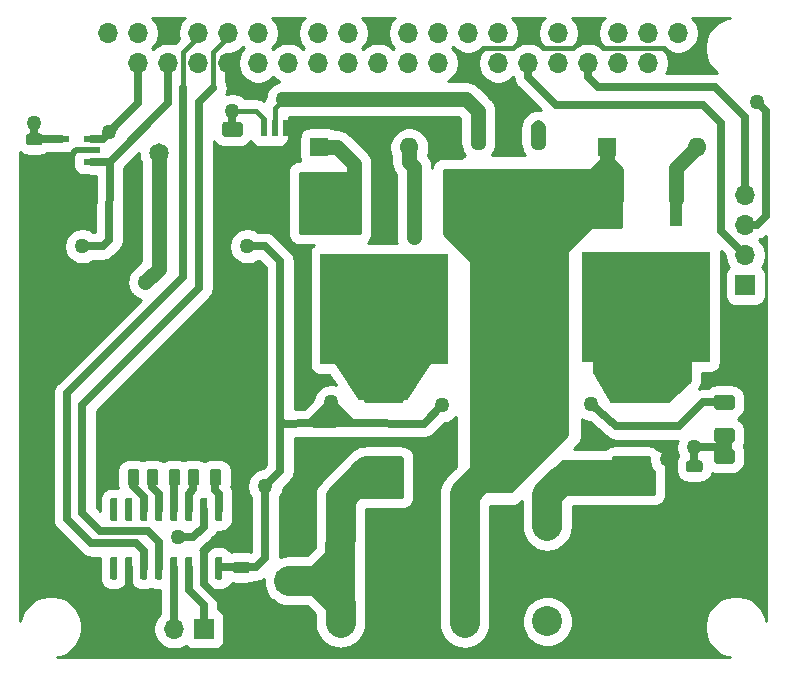
<source format=gbr>
G04 #@! TF.GenerationSoftware,KiCad,Pcbnew,5.1.5+dfsg1-2*
G04 #@! TF.CreationDate,2020-01-01T21:00:58+02:00*
G04 #@! TF.ProjectId,Morfeas_Rpi_Hat,4d6f7266-6561-4735-9f52-70695f486174,V1.0*
G04 #@! TF.SameCoordinates,Original*
G04 #@! TF.FileFunction,Copper,L1,Top*
G04 #@! TF.FilePolarity,Positive*
%FSLAX46Y46*%
G04 Gerber Fmt 4.6, Leading zero omitted, Abs format (unit mm)*
G04 Created by KiCad (PCBNEW 5.1.5+dfsg1-2) date 2020-01-01 21:00:58*
%MOMM*%
%LPD*%
G04 APERTURE LIST*
G04 #@! TA.AperFunction,ComponentPad*
%ADD10O,1.700000X1.700000*%
G04 #@! TD*
G04 #@! TA.AperFunction,ComponentPad*
%ADD11C,1.650000*%
G04 #@! TD*
G04 #@! TA.AperFunction,ComponentPad*
%ADD12C,0.100000*%
G04 #@! TD*
G04 #@! TA.AperFunction,SMDPad,CuDef*
%ADD13R,0.558800X1.473200*%
G04 #@! TD*
G04 #@! TA.AperFunction,ComponentPad*
%ADD14C,2.540000*%
G04 #@! TD*
G04 #@! TA.AperFunction,ComponentPad*
%ADD15R,1.700000X1.700000*%
G04 #@! TD*
G04 #@! TA.AperFunction,SMDPad,CuDef*
%ADD16R,2.199640X1.600200*%
G04 #@! TD*
G04 #@! TA.AperFunction,SMDPad,CuDef*
%ADD17C,0.100000*%
G04 #@! TD*
G04 #@! TA.AperFunction,ComponentPad*
%ADD18R,1.600000X1.600000*%
G04 #@! TD*
G04 #@! TA.AperFunction,ComponentPad*
%ADD19O,1.600000X1.600000*%
G04 #@! TD*
G04 #@! TA.AperFunction,SMDPad,CuDef*
%ADD20R,1.320800X0.558800*%
G04 #@! TD*
G04 #@! TA.AperFunction,SMDPad,CuDef*
%ADD21R,1.100000X4.600000*%
G04 #@! TD*
G04 #@! TA.AperFunction,SMDPad,CuDef*
%ADD22R,10.800000X9.400000*%
G04 #@! TD*
G04 #@! TA.AperFunction,ViaPad*
%ADD23C,1.270000*%
G04 #@! TD*
G04 #@! TA.AperFunction,Conductor*
%ADD24C,0.635000*%
G04 #@! TD*
G04 #@! TA.AperFunction,Conductor*
%ADD25C,0.406400*%
G04 #@! TD*
G04 #@! TA.AperFunction,Conductor*
%ADD26C,0.508000*%
G04 #@! TD*
G04 #@! TA.AperFunction,Conductor*
%ADD27C,1.270000*%
G04 #@! TD*
G04 #@! TA.AperFunction,Conductor*
%ADD28C,0.254000*%
G04 #@! TD*
G04 #@! TA.AperFunction,Conductor*
%ADD29C,2.540000*%
G04 #@! TD*
G04 APERTURE END LIST*
D10*
G04 #@! TO.P,J2,40*
G04 #@! TO.N,N/C*
X178224000Y-65770000D03*
G04 #@! TO.P,J2,39*
G04 #@! TO.N,GND*
X178224000Y-68310000D03*
G04 #@! TO.P,J2,38*
G04 #@! TO.N,N/C*
X175684000Y-65770000D03*
G04 #@! TO.P,J2,37*
X175684000Y-68310000D03*
G04 #@! TO.P,J2,36*
X173144000Y-65770000D03*
G04 #@! TO.P,J2,35*
X173144000Y-68310000D03*
G04 #@! TO.P,J2,34*
G04 #@! TO.N,GND*
X170604000Y-65770000D03*
G04 #@! TO.P,J2,33*
G04 #@! TO.N,B*
X170604000Y-68310000D03*
G04 #@! TO.P,J2,32*
G04 #@! TO.N,N/C*
X168064000Y-65770000D03*
G04 #@! TO.P,J2,31*
G04 #@! TO.N,G*
X168064000Y-68310000D03*
G04 #@! TO.P,J2,30*
G04 #@! TO.N,GND*
X165524000Y-65770000D03*
G04 #@! TO.P,J2,29*
G04 #@! TO.N,R*
X165524000Y-68310000D03*
G04 #@! TO.P,J2,28*
G04 #@! TO.N,N/C*
X162984000Y-65770000D03*
G04 #@! TO.P,J2,27*
X162984000Y-68310000D03*
G04 #@! TO.P,J2,26*
X160444000Y-65770000D03*
G04 #@! TO.P,J2,25*
G04 #@! TO.N,GND*
X160444000Y-68310000D03*
G04 #@! TO.P,J2,24*
G04 #@! TO.N,N/C*
X157904000Y-65770000D03*
G04 #@! TO.P,J2,23*
X157904000Y-68310000D03*
G04 #@! TO.P,J2,22*
X155364000Y-65770000D03*
G04 #@! TO.P,J2,21*
X155364000Y-68310000D03*
G04 #@! TO.P,J2,20*
G04 #@! TO.N,GND*
X152824000Y-65770000D03*
G04 #@! TO.P,J2,19*
G04 #@! TO.N,N/C*
X152824000Y-68310000D03*
G04 #@! TO.P,J2,18*
X150284000Y-65770000D03*
G04 #@! TO.P,J2,17*
X150284000Y-68310000D03*
G04 #@! TO.P,J2,16*
X147744000Y-65770000D03*
G04 #@! TO.P,J2,15*
X147744000Y-68310000D03*
G04 #@! TO.P,J2,14*
G04 #@! TO.N,GND*
X145204000Y-65770000D03*
G04 #@! TO.P,J2,13*
G04 #@! TO.N,N/C*
X145204000Y-68310000D03*
G04 #@! TO.P,J2,12*
X142664000Y-65770000D03*
G04 #@! TO.P,J2,11*
X142664000Y-68310000D03*
G04 #@! TO.P,J2,10*
G04 #@! TO.N,RXD*
X140124000Y-65770000D03*
G04 #@! TO.P,J2,9*
G04 #@! TO.N,GND*
X140124000Y-68310000D03*
G04 #@! TO.P,J2,8*
G04 #@! TO.N,TXD*
X137584000Y-65770000D03*
G04 #@! TO.P,J2,7*
G04 #@! TO.N,N/C*
X137584000Y-68310000D03*
G04 #@! TO.P,J2,6*
G04 #@! TO.N,GND*
X135044000Y-65770000D03*
G04 #@! TO.P,J2,5*
G04 #@! TO.N,SCL*
X135044000Y-68310000D03*
G04 #@! TO.P,J2,4*
G04 #@! TO.N,+5V*
X132504000Y-65770000D03*
G04 #@! TO.P,J2,3*
G04 #@! TO.N,SDA*
X132504000Y-68310000D03*
G04 #@! TO.P,J2,2*
G04 #@! TO.N,+5V*
X129964000Y-65770000D03*
G04 #@! TD*
D11*
G04 #@! TO.P,BT1,2*
G04 #@! TO.N,GND*
X134239000Y-95885000D03*
G04 #@! TO.P,BT1,1*
G04 #@! TO.N,Net-(BT1-Pad1)*
X134239000Y-75885000D03*
G04 #@! TD*
G04 #@! TA.AperFunction,ComponentPad*
D12*
G04 #@! TO.P,U2,3*
G04 #@! TO.N,+5V*
G36*
X161352242Y-73155058D02*
G01*
X161413883Y-73164201D01*
X161474332Y-73179343D01*
X161533005Y-73200336D01*
X161589338Y-73226980D01*
X161642788Y-73259017D01*
X161692841Y-73296138D01*
X161739014Y-73337987D01*
X161780863Y-73384160D01*
X161817984Y-73434213D01*
X161850021Y-73487663D01*
X161876665Y-73543996D01*
X161897658Y-73602669D01*
X161912800Y-73663118D01*
X161921943Y-73724759D01*
X161925001Y-73787000D01*
X161925001Y-75057000D01*
X161921943Y-75119241D01*
X161912800Y-75180882D01*
X161897658Y-75241331D01*
X161876665Y-75300004D01*
X161850021Y-75356337D01*
X161817984Y-75409787D01*
X161780863Y-75459840D01*
X161739014Y-75506013D01*
X161692841Y-75547862D01*
X161642788Y-75584983D01*
X161589338Y-75617020D01*
X161533005Y-75643664D01*
X161474332Y-75664657D01*
X161413883Y-75679799D01*
X161352242Y-75688942D01*
X161290001Y-75692000D01*
X161289999Y-75692000D01*
X161227758Y-75688942D01*
X161166117Y-75679799D01*
X161105668Y-75664657D01*
X161046995Y-75643664D01*
X160990662Y-75617020D01*
X160937212Y-75584983D01*
X160887159Y-75547862D01*
X160840986Y-75506013D01*
X160799137Y-75459840D01*
X160762016Y-75409787D01*
X160729979Y-75356337D01*
X160703335Y-75300004D01*
X160682342Y-75241331D01*
X160667200Y-75180882D01*
X160658057Y-75119241D01*
X160654999Y-75057000D01*
X160654999Y-73787000D01*
X160658057Y-73724759D01*
X160667200Y-73663118D01*
X160682342Y-73602669D01*
X160703335Y-73543996D01*
X160729979Y-73487663D01*
X160762016Y-73434213D01*
X160799137Y-73384160D01*
X160840986Y-73337987D01*
X160887159Y-73296138D01*
X160937212Y-73259017D01*
X160990662Y-73226980D01*
X161046995Y-73200336D01*
X161105668Y-73179343D01*
X161166117Y-73164201D01*
X161227758Y-73155058D01*
X161289999Y-73152000D01*
X161290001Y-73152000D01*
X161352242Y-73155058D01*
G37*
G04 #@! TD.AperFunction*
G04 #@! TA.AperFunction,ComponentPad*
G04 #@! TO.P,U2,2*
G04 #@! TO.N,GND*
G36*
X163892242Y-73155058D02*
G01*
X163953883Y-73164201D01*
X164014332Y-73179343D01*
X164073005Y-73200336D01*
X164129338Y-73226980D01*
X164182788Y-73259017D01*
X164232841Y-73296138D01*
X164279014Y-73337987D01*
X164320863Y-73384160D01*
X164357984Y-73434213D01*
X164390021Y-73487663D01*
X164416665Y-73543996D01*
X164437658Y-73602669D01*
X164452800Y-73663118D01*
X164461943Y-73724759D01*
X164465001Y-73787000D01*
X164465001Y-75057000D01*
X164461943Y-75119241D01*
X164452800Y-75180882D01*
X164437658Y-75241331D01*
X164416665Y-75300004D01*
X164390021Y-75356337D01*
X164357984Y-75409787D01*
X164320863Y-75459840D01*
X164279014Y-75506013D01*
X164232841Y-75547862D01*
X164182788Y-75584983D01*
X164129338Y-75617020D01*
X164073005Y-75643664D01*
X164014332Y-75664657D01*
X163953883Y-75679799D01*
X163892242Y-75688942D01*
X163830001Y-75692000D01*
X163829999Y-75692000D01*
X163767758Y-75688942D01*
X163706117Y-75679799D01*
X163645668Y-75664657D01*
X163586995Y-75643664D01*
X163530662Y-75617020D01*
X163477212Y-75584983D01*
X163427159Y-75547862D01*
X163380986Y-75506013D01*
X163339137Y-75459840D01*
X163302016Y-75409787D01*
X163269979Y-75356337D01*
X163243335Y-75300004D01*
X163222342Y-75241331D01*
X163207200Y-75180882D01*
X163198057Y-75119241D01*
X163194999Y-75057000D01*
X163194999Y-73787000D01*
X163198057Y-73724759D01*
X163207200Y-73663118D01*
X163222342Y-73602669D01*
X163243335Y-73543996D01*
X163269979Y-73487663D01*
X163302016Y-73434213D01*
X163339137Y-73384160D01*
X163380986Y-73337987D01*
X163427159Y-73296138D01*
X163477212Y-73259017D01*
X163530662Y-73226980D01*
X163586995Y-73200336D01*
X163645668Y-73179343D01*
X163706117Y-73164201D01*
X163767758Y-73155058D01*
X163829999Y-73152000D01*
X163830001Y-73152000D01*
X163892242Y-73155058D01*
G37*
G04 #@! TD.AperFunction*
G04 #@! TA.AperFunction,ComponentPad*
G04 #@! TO.P,U2,1*
G04 #@! TO.N,Net-(C2-Pad1)*
G36*
X166432242Y-73155058D02*
G01*
X166493883Y-73164201D01*
X166554332Y-73179343D01*
X166613005Y-73200336D01*
X166669338Y-73226980D01*
X166722788Y-73259017D01*
X166772841Y-73296138D01*
X166819014Y-73337987D01*
X166860863Y-73384160D01*
X166897984Y-73434213D01*
X166930021Y-73487663D01*
X166956665Y-73543996D01*
X166977658Y-73602669D01*
X166992800Y-73663118D01*
X167001943Y-73724759D01*
X167005001Y-73787000D01*
X167005001Y-75057000D01*
X167001943Y-75119241D01*
X166992800Y-75180882D01*
X166977658Y-75241331D01*
X166956665Y-75300004D01*
X166930021Y-75356337D01*
X166897984Y-75409787D01*
X166860863Y-75459840D01*
X166819014Y-75506013D01*
X166772841Y-75547862D01*
X166722788Y-75584983D01*
X166669338Y-75617020D01*
X166613005Y-75643664D01*
X166554332Y-75664657D01*
X166493883Y-75679799D01*
X166432242Y-75688942D01*
X166370001Y-75692000D01*
X166369999Y-75692000D01*
X166307758Y-75688942D01*
X166246117Y-75679799D01*
X166185668Y-75664657D01*
X166126995Y-75643664D01*
X166070662Y-75617020D01*
X166017212Y-75584983D01*
X165967159Y-75547862D01*
X165920986Y-75506013D01*
X165879137Y-75459840D01*
X165842016Y-75409787D01*
X165809979Y-75356337D01*
X165783335Y-75300004D01*
X165762342Y-75241331D01*
X165747200Y-75180882D01*
X165738057Y-75119241D01*
X165734999Y-75057000D01*
X165734999Y-73787000D01*
X165738057Y-73724759D01*
X165747200Y-73663118D01*
X165762342Y-73602669D01*
X165783335Y-73543996D01*
X165809979Y-73487663D01*
X165842016Y-73434213D01*
X165879137Y-73384160D01*
X165920986Y-73337987D01*
X165967159Y-73296138D01*
X166017212Y-73259017D01*
X166070662Y-73226980D01*
X166126995Y-73200336D01*
X166185668Y-73179343D01*
X166246117Y-73164201D01*
X166307758Y-73155058D01*
X166369999Y-73152000D01*
X166370001Y-73152000D01*
X166432242Y-73155058D01*
G37*
G04 #@! TD.AperFunction*
G04 #@! TD*
D13*
G04 #@! TO.P,U3,1*
G04 #@! TO.N,GND*
X145034000Y-73812400D03*
G04 #@! TO.P,U3,2*
G04 #@! TO.N,+5V*
X144083999Y-73812400D03*
G04 #@! TO.P,U3,3*
G04 #@! TO.N,+3V3*
X143133998Y-73812400D03*
G04 #@! TO.P,U3,1*
G04 #@! TO.N,GND*
X143133998Y-76047600D03*
X145034000Y-76047600D03*
G04 #@! TD*
D14*
G04 #@! TO.P,J1,8*
G04 #@! TO.N,GND*
X174124000Y-115570000D03*
G04 #@! TO.P,J1,7*
X170624000Y-115570000D03*
G04 #@! TO.P,J1,6*
G04 #@! TO.N,/CAN0_P+*
X167124000Y-115570000D03*
G04 #@! TO.P,J1,5*
G04 #@! TO.N,GND*
X163624000Y-115570000D03*
G04 #@! TO.P,J1,4*
G04 #@! TO.N,+24V*
X160124000Y-115570000D03*
G04 #@! TO.P,J1,3*
G04 #@! TO.N,GND*
X156624000Y-115570000D03*
G04 #@! TO.P,J1,2*
X153124000Y-115570000D03*
G04 #@! TO.P,J1,1*
G04 #@! TO.N,/CAN1_P+*
X149624000Y-115570000D03*
G04 #@! TA.AperFunction,ComponentPad*
D12*
G36*
X149748483Y-106106114D02*
G01*
X149871766Y-106124402D01*
X149992663Y-106154685D01*
X150110009Y-106196672D01*
X150222675Y-106249959D01*
X150329575Y-106314033D01*
X150429680Y-106388276D01*
X150522027Y-106471973D01*
X150605724Y-106564320D01*
X150679967Y-106664425D01*
X150744041Y-106771325D01*
X150797328Y-106883991D01*
X150839315Y-107001337D01*
X150869598Y-107122234D01*
X150887886Y-107245517D01*
X150894001Y-107369999D01*
X150894001Y-107370001D01*
X150887886Y-107494483D01*
X150869598Y-107617766D01*
X150839315Y-107738663D01*
X150797328Y-107856009D01*
X150744041Y-107968675D01*
X150679967Y-108075575D01*
X150605724Y-108175680D01*
X150522027Y-108268027D01*
X150429680Y-108351724D01*
X150329575Y-108425967D01*
X150222675Y-108490041D01*
X150110009Y-108543328D01*
X149992663Y-108585315D01*
X149871766Y-108615598D01*
X149748483Y-108633886D01*
X149624001Y-108640001D01*
X149623999Y-108640001D01*
X149499517Y-108633886D01*
X149376234Y-108615598D01*
X149255337Y-108585315D01*
X149137991Y-108543328D01*
X149025325Y-108490041D01*
X148918425Y-108425967D01*
X148818320Y-108351724D01*
X148725973Y-108268027D01*
X148642276Y-108175680D01*
X148568033Y-108075575D01*
X148503959Y-107968675D01*
X148450672Y-107856009D01*
X148408685Y-107738663D01*
X148378402Y-107617766D01*
X148360114Y-107494483D01*
X148353999Y-107370001D01*
X148353999Y-107369999D01*
X148360114Y-107245517D01*
X148378402Y-107122234D01*
X148408685Y-107001337D01*
X148450672Y-106883991D01*
X148503959Y-106771325D01*
X148568033Y-106664425D01*
X148642276Y-106564320D01*
X148725973Y-106471973D01*
X148818320Y-106388276D01*
X148918425Y-106314033D01*
X149025325Y-106249959D01*
X149137991Y-106196672D01*
X149255337Y-106154685D01*
X149376234Y-106124402D01*
X149499517Y-106106114D01*
X149623999Y-106099999D01*
X149624001Y-106099999D01*
X149748483Y-106106114D01*
G37*
G04 #@! TD.AperFunction*
G04 #@! TA.AperFunction,ComponentPad*
G04 #@! TO.P,J1,2*
G04 #@! TO.N,GND*
G36*
X153248483Y-106106114D02*
G01*
X153371766Y-106124402D01*
X153492663Y-106154685D01*
X153610009Y-106196672D01*
X153722675Y-106249959D01*
X153829575Y-106314033D01*
X153929680Y-106388276D01*
X154022027Y-106471973D01*
X154105724Y-106564320D01*
X154179967Y-106664425D01*
X154244041Y-106771325D01*
X154297328Y-106883991D01*
X154339315Y-107001337D01*
X154369598Y-107122234D01*
X154387886Y-107245517D01*
X154394001Y-107369999D01*
X154394001Y-107370001D01*
X154387886Y-107494483D01*
X154369598Y-107617766D01*
X154339315Y-107738663D01*
X154297328Y-107856009D01*
X154244041Y-107968675D01*
X154179967Y-108075575D01*
X154105724Y-108175680D01*
X154022027Y-108268027D01*
X153929680Y-108351724D01*
X153829575Y-108425967D01*
X153722675Y-108490041D01*
X153610009Y-108543328D01*
X153492663Y-108585315D01*
X153371766Y-108615598D01*
X153248483Y-108633886D01*
X153124001Y-108640001D01*
X153123999Y-108640001D01*
X152999517Y-108633886D01*
X152876234Y-108615598D01*
X152755337Y-108585315D01*
X152637991Y-108543328D01*
X152525325Y-108490041D01*
X152418425Y-108425967D01*
X152318320Y-108351724D01*
X152225973Y-108268027D01*
X152142276Y-108175680D01*
X152068033Y-108075575D01*
X152003959Y-107968675D01*
X151950672Y-107856009D01*
X151908685Y-107738663D01*
X151878402Y-107617766D01*
X151860114Y-107494483D01*
X151853999Y-107370001D01*
X151853999Y-107369999D01*
X151860114Y-107245517D01*
X151878402Y-107122234D01*
X151908685Y-107001337D01*
X151950672Y-106883991D01*
X152003959Y-106771325D01*
X152068033Y-106664425D01*
X152142276Y-106564320D01*
X152225973Y-106471973D01*
X152318320Y-106388276D01*
X152418425Y-106314033D01*
X152525325Y-106249959D01*
X152637991Y-106196672D01*
X152755337Y-106154685D01*
X152876234Y-106124402D01*
X152999517Y-106106114D01*
X153123999Y-106099999D01*
X153124001Y-106099999D01*
X153248483Y-106106114D01*
G37*
G04 #@! TD.AperFunction*
G04 #@! TA.AperFunction,ComponentPad*
G04 #@! TO.P,J1,3*
G36*
X156748483Y-106106114D02*
G01*
X156871766Y-106124402D01*
X156992663Y-106154685D01*
X157110009Y-106196672D01*
X157222675Y-106249959D01*
X157329575Y-106314033D01*
X157429680Y-106388276D01*
X157522027Y-106471973D01*
X157605724Y-106564320D01*
X157679967Y-106664425D01*
X157744041Y-106771325D01*
X157797328Y-106883991D01*
X157839315Y-107001337D01*
X157869598Y-107122234D01*
X157887886Y-107245517D01*
X157894001Y-107369999D01*
X157894001Y-107370001D01*
X157887886Y-107494483D01*
X157869598Y-107617766D01*
X157839315Y-107738663D01*
X157797328Y-107856009D01*
X157744041Y-107968675D01*
X157679967Y-108075575D01*
X157605724Y-108175680D01*
X157522027Y-108268027D01*
X157429680Y-108351724D01*
X157329575Y-108425967D01*
X157222675Y-108490041D01*
X157110009Y-108543328D01*
X156992663Y-108585315D01*
X156871766Y-108615598D01*
X156748483Y-108633886D01*
X156624001Y-108640001D01*
X156623999Y-108640001D01*
X156499517Y-108633886D01*
X156376234Y-108615598D01*
X156255337Y-108585315D01*
X156137991Y-108543328D01*
X156025325Y-108490041D01*
X155918425Y-108425967D01*
X155818320Y-108351724D01*
X155725973Y-108268027D01*
X155642276Y-108175680D01*
X155568033Y-108075575D01*
X155503959Y-107968675D01*
X155450672Y-107856009D01*
X155408685Y-107738663D01*
X155378402Y-107617766D01*
X155360114Y-107494483D01*
X155353999Y-107370001D01*
X155353999Y-107369999D01*
X155360114Y-107245517D01*
X155378402Y-107122234D01*
X155408685Y-107001337D01*
X155450672Y-106883991D01*
X155503959Y-106771325D01*
X155568033Y-106664425D01*
X155642276Y-106564320D01*
X155725973Y-106471973D01*
X155818320Y-106388276D01*
X155918425Y-106314033D01*
X156025325Y-106249959D01*
X156137991Y-106196672D01*
X156255337Y-106154685D01*
X156376234Y-106124402D01*
X156499517Y-106106114D01*
X156623999Y-106099999D01*
X156624001Y-106099999D01*
X156748483Y-106106114D01*
G37*
G04 #@! TD.AperFunction*
G04 #@! TA.AperFunction,ComponentPad*
G04 #@! TO.P,J1,4*
G04 #@! TO.N,+24V*
G36*
X160248483Y-106106114D02*
G01*
X160371766Y-106124402D01*
X160492663Y-106154685D01*
X160610009Y-106196672D01*
X160722675Y-106249959D01*
X160829575Y-106314033D01*
X160929680Y-106388276D01*
X161022027Y-106471973D01*
X161105724Y-106564320D01*
X161179967Y-106664425D01*
X161244041Y-106771325D01*
X161297328Y-106883991D01*
X161339315Y-107001337D01*
X161369598Y-107122234D01*
X161387886Y-107245517D01*
X161394001Y-107369999D01*
X161394001Y-107370001D01*
X161387886Y-107494483D01*
X161369598Y-107617766D01*
X161339315Y-107738663D01*
X161297328Y-107856009D01*
X161244041Y-107968675D01*
X161179967Y-108075575D01*
X161105724Y-108175680D01*
X161022027Y-108268027D01*
X160929680Y-108351724D01*
X160829575Y-108425967D01*
X160722675Y-108490041D01*
X160610009Y-108543328D01*
X160492663Y-108585315D01*
X160371766Y-108615598D01*
X160248483Y-108633886D01*
X160124001Y-108640001D01*
X160123999Y-108640001D01*
X159999517Y-108633886D01*
X159876234Y-108615598D01*
X159755337Y-108585315D01*
X159637991Y-108543328D01*
X159525325Y-108490041D01*
X159418425Y-108425967D01*
X159318320Y-108351724D01*
X159225973Y-108268027D01*
X159142276Y-108175680D01*
X159068033Y-108075575D01*
X159003959Y-107968675D01*
X158950672Y-107856009D01*
X158908685Y-107738663D01*
X158878402Y-107617766D01*
X158860114Y-107494483D01*
X158853999Y-107370001D01*
X158853999Y-107369999D01*
X158860114Y-107245517D01*
X158878402Y-107122234D01*
X158908685Y-107001337D01*
X158950672Y-106883991D01*
X159003959Y-106771325D01*
X159068033Y-106664425D01*
X159142276Y-106564320D01*
X159225973Y-106471973D01*
X159318320Y-106388276D01*
X159418425Y-106314033D01*
X159525325Y-106249959D01*
X159637991Y-106196672D01*
X159755337Y-106154685D01*
X159876234Y-106124402D01*
X159999517Y-106106114D01*
X160123999Y-106099999D01*
X160124001Y-106099999D01*
X160248483Y-106106114D01*
G37*
G04 #@! TD.AperFunction*
G04 #@! TA.AperFunction,ComponentPad*
G04 #@! TO.P,J1,5*
G04 #@! TO.N,GND*
G36*
X163748483Y-106106114D02*
G01*
X163871766Y-106124402D01*
X163992663Y-106154685D01*
X164110009Y-106196672D01*
X164222675Y-106249959D01*
X164329575Y-106314033D01*
X164429680Y-106388276D01*
X164522027Y-106471973D01*
X164605724Y-106564320D01*
X164679967Y-106664425D01*
X164744041Y-106771325D01*
X164797328Y-106883991D01*
X164839315Y-107001337D01*
X164869598Y-107122234D01*
X164887886Y-107245517D01*
X164894001Y-107369999D01*
X164894001Y-107370001D01*
X164887886Y-107494483D01*
X164869598Y-107617766D01*
X164839315Y-107738663D01*
X164797328Y-107856009D01*
X164744041Y-107968675D01*
X164679967Y-108075575D01*
X164605724Y-108175680D01*
X164522027Y-108268027D01*
X164429680Y-108351724D01*
X164329575Y-108425967D01*
X164222675Y-108490041D01*
X164110009Y-108543328D01*
X163992663Y-108585315D01*
X163871766Y-108615598D01*
X163748483Y-108633886D01*
X163624001Y-108640001D01*
X163623999Y-108640001D01*
X163499517Y-108633886D01*
X163376234Y-108615598D01*
X163255337Y-108585315D01*
X163137991Y-108543328D01*
X163025325Y-108490041D01*
X162918425Y-108425967D01*
X162818320Y-108351724D01*
X162725973Y-108268027D01*
X162642276Y-108175680D01*
X162568033Y-108075575D01*
X162503959Y-107968675D01*
X162450672Y-107856009D01*
X162408685Y-107738663D01*
X162378402Y-107617766D01*
X162360114Y-107494483D01*
X162353999Y-107370001D01*
X162353999Y-107369999D01*
X162360114Y-107245517D01*
X162378402Y-107122234D01*
X162408685Y-107001337D01*
X162450672Y-106883991D01*
X162503959Y-106771325D01*
X162568033Y-106664425D01*
X162642276Y-106564320D01*
X162725973Y-106471973D01*
X162818320Y-106388276D01*
X162918425Y-106314033D01*
X163025325Y-106249959D01*
X163137991Y-106196672D01*
X163255337Y-106154685D01*
X163376234Y-106124402D01*
X163499517Y-106106114D01*
X163623999Y-106099999D01*
X163624001Y-106099999D01*
X163748483Y-106106114D01*
G37*
G04 #@! TD.AperFunction*
G04 #@! TA.AperFunction,ComponentPad*
G04 #@! TO.P,J1,6*
G04 #@! TO.N,/CAN0_P+*
G36*
X167248483Y-106106114D02*
G01*
X167371766Y-106124402D01*
X167492663Y-106154685D01*
X167610009Y-106196672D01*
X167722675Y-106249959D01*
X167829575Y-106314033D01*
X167929680Y-106388276D01*
X168022027Y-106471973D01*
X168105724Y-106564320D01*
X168179967Y-106664425D01*
X168244041Y-106771325D01*
X168297328Y-106883991D01*
X168339315Y-107001337D01*
X168369598Y-107122234D01*
X168387886Y-107245517D01*
X168394001Y-107369999D01*
X168394001Y-107370001D01*
X168387886Y-107494483D01*
X168369598Y-107617766D01*
X168339315Y-107738663D01*
X168297328Y-107856009D01*
X168244041Y-107968675D01*
X168179967Y-108075575D01*
X168105724Y-108175680D01*
X168022027Y-108268027D01*
X167929680Y-108351724D01*
X167829575Y-108425967D01*
X167722675Y-108490041D01*
X167610009Y-108543328D01*
X167492663Y-108585315D01*
X167371766Y-108615598D01*
X167248483Y-108633886D01*
X167124001Y-108640001D01*
X167123999Y-108640001D01*
X166999517Y-108633886D01*
X166876234Y-108615598D01*
X166755337Y-108585315D01*
X166637991Y-108543328D01*
X166525325Y-108490041D01*
X166418425Y-108425967D01*
X166318320Y-108351724D01*
X166225973Y-108268027D01*
X166142276Y-108175680D01*
X166068033Y-108075575D01*
X166003959Y-107968675D01*
X165950672Y-107856009D01*
X165908685Y-107738663D01*
X165878402Y-107617766D01*
X165860114Y-107494483D01*
X165853999Y-107370001D01*
X165853999Y-107369999D01*
X165860114Y-107245517D01*
X165878402Y-107122234D01*
X165908685Y-107001337D01*
X165950672Y-106883991D01*
X166003959Y-106771325D01*
X166068033Y-106664425D01*
X166142276Y-106564320D01*
X166225973Y-106471973D01*
X166318320Y-106388276D01*
X166418425Y-106314033D01*
X166525325Y-106249959D01*
X166637991Y-106196672D01*
X166755337Y-106154685D01*
X166876234Y-106124402D01*
X166999517Y-106106114D01*
X167123999Y-106099999D01*
X167124001Y-106099999D01*
X167248483Y-106106114D01*
G37*
G04 #@! TD.AperFunction*
G04 #@! TA.AperFunction,ComponentPad*
G04 #@! TO.P,J1,7*
G04 #@! TO.N,GND*
G36*
X170748483Y-106106114D02*
G01*
X170871766Y-106124402D01*
X170992663Y-106154685D01*
X171110009Y-106196672D01*
X171222675Y-106249959D01*
X171329575Y-106314033D01*
X171429680Y-106388276D01*
X171522027Y-106471973D01*
X171605724Y-106564320D01*
X171679967Y-106664425D01*
X171744041Y-106771325D01*
X171797328Y-106883991D01*
X171839315Y-107001337D01*
X171869598Y-107122234D01*
X171887886Y-107245517D01*
X171894001Y-107369999D01*
X171894001Y-107370001D01*
X171887886Y-107494483D01*
X171869598Y-107617766D01*
X171839315Y-107738663D01*
X171797328Y-107856009D01*
X171744041Y-107968675D01*
X171679967Y-108075575D01*
X171605724Y-108175680D01*
X171522027Y-108268027D01*
X171429680Y-108351724D01*
X171329575Y-108425967D01*
X171222675Y-108490041D01*
X171110009Y-108543328D01*
X170992663Y-108585315D01*
X170871766Y-108615598D01*
X170748483Y-108633886D01*
X170624001Y-108640001D01*
X170623999Y-108640001D01*
X170499517Y-108633886D01*
X170376234Y-108615598D01*
X170255337Y-108585315D01*
X170137991Y-108543328D01*
X170025325Y-108490041D01*
X169918425Y-108425967D01*
X169818320Y-108351724D01*
X169725973Y-108268027D01*
X169642276Y-108175680D01*
X169568033Y-108075575D01*
X169503959Y-107968675D01*
X169450672Y-107856009D01*
X169408685Y-107738663D01*
X169378402Y-107617766D01*
X169360114Y-107494483D01*
X169353999Y-107370001D01*
X169353999Y-107369999D01*
X169360114Y-107245517D01*
X169378402Y-107122234D01*
X169408685Y-107001337D01*
X169450672Y-106883991D01*
X169503959Y-106771325D01*
X169568033Y-106664425D01*
X169642276Y-106564320D01*
X169725973Y-106471973D01*
X169818320Y-106388276D01*
X169918425Y-106314033D01*
X170025325Y-106249959D01*
X170137991Y-106196672D01*
X170255337Y-106154685D01*
X170376234Y-106124402D01*
X170499517Y-106106114D01*
X170623999Y-106099999D01*
X170624001Y-106099999D01*
X170748483Y-106106114D01*
G37*
G04 #@! TD.AperFunction*
G04 #@! TA.AperFunction,ComponentPad*
G04 #@! TO.P,J1,8*
G36*
X174248483Y-106106114D02*
G01*
X174371766Y-106124402D01*
X174492663Y-106154685D01*
X174610009Y-106196672D01*
X174722675Y-106249959D01*
X174829575Y-106314033D01*
X174929680Y-106388276D01*
X175022027Y-106471973D01*
X175105724Y-106564320D01*
X175179967Y-106664425D01*
X175244041Y-106771325D01*
X175297328Y-106883991D01*
X175339315Y-107001337D01*
X175369598Y-107122234D01*
X175387886Y-107245517D01*
X175394001Y-107369999D01*
X175394001Y-107370001D01*
X175387886Y-107494483D01*
X175369598Y-107617766D01*
X175339315Y-107738663D01*
X175297328Y-107856009D01*
X175244041Y-107968675D01*
X175179967Y-108075575D01*
X175105724Y-108175680D01*
X175022027Y-108268027D01*
X174929680Y-108351724D01*
X174829575Y-108425967D01*
X174722675Y-108490041D01*
X174610009Y-108543328D01*
X174492663Y-108585315D01*
X174371766Y-108615598D01*
X174248483Y-108633886D01*
X174124001Y-108640001D01*
X174123999Y-108640001D01*
X173999517Y-108633886D01*
X173876234Y-108615598D01*
X173755337Y-108585315D01*
X173637991Y-108543328D01*
X173525325Y-108490041D01*
X173418425Y-108425967D01*
X173318320Y-108351724D01*
X173225973Y-108268027D01*
X173142276Y-108175680D01*
X173068033Y-108075575D01*
X173003959Y-107968675D01*
X172950672Y-107856009D01*
X172908685Y-107738663D01*
X172878402Y-107617766D01*
X172860114Y-107494483D01*
X172853999Y-107370001D01*
X172853999Y-107369999D01*
X172860114Y-107245517D01*
X172878402Y-107122234D01*
X172908685Y-107001337D01*
X172950672Y-106883991D01*
X173003959Y-106771325D01*
X173068033Y-106664425D01*
X173142276Y-106564320D01*
X173225973Y-106471973D01*
X173318320Y-106388276D01*
X173418425Y-106314033D01*
X173525325Y-106249959D01*
X173637991Y-106196672D01*
X173755337Y-106154685D01*
X173876234Y-106124402D01*
X173999517Y-106106114D01*
X174123999Y-106099999D01*
X174124001Y-106099999D01*
X174248483Y-106106114D01*
G37*
G04 #@! TD.AperFunction*
G04 #@! TD*
D10*
G04 #@! TO.P,J5,3*
G04 #@! TO.N,GND*
X132969000Y-116205000D03*
G04 #@! TO.P,J5,2*
G04 #@! TO.N,Net-(J5-Pad2)*
X135509000Y-116205000D03*
D15*
G04 #@! TO.P,J5,1*
G04 #@! TO.N,Net-(J5-Pad1)*
X138049000Y-116205000D03*
G04 #@! TD*
D16*
G04 #@! TO.P,D6,1*
G04 #@! TO.N,/CAN1_P+*
X145288000Y-112146080D03*
G04 #@! TO.P,D6,2*
G04 #@! TO.N,GND*
X145288000Y-115945920D03*
G04 #@! TD*
G04 #@! TA.AperFunction,SMDPad,CuDef*
D17*
G04 #@! TO.P,U4,1*
G04 #@! TO.N,Net-(C4-Pad2)*
G36*
X139483703Y-105135722D02*
G01*
X139498264Y-105137882D01*
X139512543Y-105141459D01*
X139526403Y-105146418D01*
X139539710Y-105152712D01*
X139552336Y-105160280D01*
X139564159Y-105169048D01*
X139575066Y-105178934D01*
X139584952Y-105189841D01*
X139593720Y-105201664D01*
X139601288Y-105214290D01*
X139607582Y-105227597D01*
X139612541Y-105241457D01*
X139616118Y-105255736D01*
X139618278Y-105270297D01*
X139619000Y-105285000D01*
X139619000Y-106935000D01*
X139618278Y-106949703D01*
X139616118Y-106964264D01*
X139612541Y-106978543D01*
X139607582Y-106992403D01*
X139601288Y-107005710D01*
X139593720Y-107018336D01*
X139584952Y-107030159D01*
X139575066Y-107041066D01*
X139564159Y-107050952D01*
X139552336Y-107059720D01*
X139539710Y-107067288D01*
X139526403Y-107073582D01*
X139512543Y-107078541D01*
X139498264Y-107082118D01*
X139483703Y-107084278D01*
X139469000Y-107085000D01*
X139169000Y-107085000D01*
X139154297Y-107084278D01*
X139139736Y-107082118D01*
X139125457Y-107078541D01*
X139111597Y-107073582D01*
X139098290Y-107067288D01*
X139085664Y-107059720D01*
X139073841Y-107050952D01*
X139062934Y-107041066D01*
X139053048Y-107030159D01*
X139044280Y-107018336D01*
X139036712Y-107005710D01*
X139030418Y-106992403D01*
X139025459Y-106978543D01*
X139021882Y-106964264D01*
X139019722Y-106949703D01*
X139019000Y-106935000D01*
X139019000Y-105285000D01*
X139019722Y-105270297D01*
X139021882Y-105255736D01*
X139025459Y-105241457D01*
X139030418Y-105227597D01*
X139036712Y-105214290D01*
X139044280Y-105201664D01*
X139053048Y-105189841D01*
X139062934Y-105178934D01*
X139073841Y-105169048D01*
X139085664Y-105160280D01*
X139098290Y-105152712D01*
X139111597Y-105146418D01*
X139125457Y-105141459D01*
X139139736Y-105137882D01*
X139154297Y-105135722D01*
X139169000Y-105135000D01*
X139469000Y-105135000D01*
X139483703Y-105135722D01*
G37*
G04 #@! TD.AperFunction*
G04 #@! TA.AperFunction,SMDPad,CuDef*
G04 #@! TO.P,U4,2*
G04 #@! TO.N,Net-(C9-Pad2)*
G36*
X138213703Y-105135722D02*
G01*
X138228264Y-105137882D01*
X138242543Y-105141459D01*
X138256403Y-105146418D01*
X138269710Y-105152712D01*
X138282336Y-105160280D01*
X138294159Y-105169048D01*
X138305066Y-105178934D01*
X138314952Y-105189841D01*
X138323720Y-105201664D01*
X138331288Y-105214290D01*
X138337582Y-105227597D01*
X138342541Y-105241457D01*
X138346118Y-105255736D01*
X138348278Y-105270297D01*
X138349000Y-105285000D01*
X138349000Y-106935000D01*
X138348278Y-106949703D01*
X138346118Y-106964264D01*
X138342541Y-106978543D01*
X138337582Y-106992403D01*
X138331288Y-107005710D01*
X138323720Y-107018336D01*
X138314952Y-107030159D01*
X138305066Y-107041066D01*
X138294159Y-107050952D01*
X138282336Y-107059720D01*
X138269710Y-107067288D01*
X138256403Y-107073582D01*
X138242543Y-107078541D01*
X138228264Y-107082118D01*
X138213703Y-107084278D01*
X138199000Y-107085000D01*
X137899000Y-107085000D01*
X137884297Y-107084278D01*
X137869736Y-107082118D01*
X137855457Y-107078541D01*
X137841597Y-107073582D01*
X137828290Y-107067288D01*
X137815664Y-107059720D01*
X137803841Y-107050952D01*
X137792934Y-107041066D01*
X137783048Y-107030159D01*
X137774280Y-107018336D01*
X137766712Y-107005710D01*
X137760418Y-106992403D01*
X137755459Y-106978543D01*
X137751882Y-106964264D01*
X137749722Y-106949703D01*
X137749000Y-106935000D01*
X137749000Y-105285000D01*
X137749722Y-105270297D01*
X137751882Y-105255736D01*
X137755459Y-105241457D01*
X137760418Y-105227597D01*
X137766712Y-105214290D01*
X137774280Y-105201664D01*
X137783048Y-105189841D01*
X137792934Y-105178934D01*
X137803841Y-105169048D01*
X137815664Y-105160280D01*
X137828290Y-105152712D01*
X137841597Y-105146418D01*
X137855457Y-105141459D01*
X137869736Y-105137882D01*
X137884297Y-105135722D01*
X137899000Y-105135000D01*
X138199000Y-105135000D01*
X138213703Y-105135722D01*
G37*
G04 #@! TD.AperFunction*
G04 #@! TA.AperFunction,SMDPad,CuDef*
G04 #@! TO.P,U4,3*
G04 #@! TO.N,Net-(C4-Pad1)*
G36*
X136943703Y-105135722D02*
G01*
X136958264Y-105137882D01*
X136972543Y-105141459D01*
X136986403Y-105146418D01*
X136999710Y-105152712D01*
X137012336Y-105160280D01*
X137024159Y-105169048D01*
X137035066Y-105178934D01*
X137044952Y-105189841D01*
X137053720Y-105201664D01*
X137061288Y-105214290D01*
X137067582Y-105227597D01*
X137072541Y-105241457D01*
X137076118Y-105255736D01*
X137078278Y-105270297D01*
X137079000Y-105285000D01*
X137079000Y-106935000D01*
X137078278Y-106949703D01*
X137076118Y-106964264D01*
X137072541Y-106978543D01*
X137067582Y-106992403D01*
X137061288Y-107005710D01*
X137053720Y-107018336D01*
X137044952Y-107030159D01*
X137035066Y-107041066D01*
X137024159Y-107050952D01*
X137012336Y-107059720D01*
X136999710Y-107067288D01*
X136986403Y-107073582D01*
X136972543Y-107078541D01*
X136958264Y-107082118D01*
X136943703Y-107084278D01*
X136929000Y-107085000D01*
X136629000Y-107085000D01*
X136614297Y-107084278D01*
X136599736Y-107082118D01*
X136585457Y-107078541D01*
X136571597Y-107073582D01*
X136558290Y-107067288D01*
X136545664Y-107059720D01*
X136533841Y-107050952D01*
X136522934Y-107041066D01*
X136513048Y-107030159D01*
X136504280Y-107018336D01*
X136496712Y-107005710D01*
X136490418Y-106992403D01*
X136485459Y-106978543D01*
X136481882Y-106964264D01*
X136479722Y-106949703D01*
X136479000Y-106935000D01*
X136479000Y-105285000D01*
X136479722Y-105270297D01*
X136481882Y-105255736D01*
X136485459Y-105241457D01*
X136490418Y-105227597D01*
X136496712Y-105214290D01*
X136504280Y-105201664D01*
X136513048Y-105189841D01*
X136522934Y-105178934D01*
X136533841Y-105169048D01*
X136545664Y-105160280D01*
X136558290Y-105152712D01*
X136571597Y-105146418D01*
X136585457Y-105141459D01*
X136599736Y-105137882D01*
X136614297Y-105135722D01*
X136629000Y-105135000D01*
X136929000Y-105135000D01*
X136943703Y-105135722D01*
G37*
G04 #@! TD.AperFunction*
G04 #@! TA.AperFunction,SMDPad,CuDef*
G04 #@! TO.P,U4,4*
G04 #@! TO.N,Net-(C5-Pad2)*
G36*
X135673703Y-105135722D02*
G01*
X135688264Y-105137882D01*
X135702543Y-105141459D01*
X135716403Y-105146418D01*
X135729710Y-105152712D01*
X135742336Y-105160280D01*
X135754159Y-105169048D01*
X135765066Y-105178934D01*
X135774952Y-105189841D01*
X135783720Y-105201664D01*
X135791288Y-105214290D01*
X135797582Y-105227597D01*
X135802541Y-105241457D01*
X135806118Y-105255736D01*
X135808278Y-105270297D01*
X135809000Y-105285000D01*
X135809000Y-106935000D01*
X135808278Y-106949703D01*
X135806118Y-106964264D01*
X135802541Y-106978543D01*
X135797582Y-106992403D01*
X135791288Y-107005710D01*
X135783720Y-107018336D01*
X135774952Y-107030159D01*
X135765066Y-107041066D01*
X135754159Y-107050952D01*
X135742336Y-107059720D01*
X135729710Y-107067288D01*
X135716403Y-107073582D01*
X135702543Y-107078541D01*
X135688264Y-107082118D01*
X135673703Y-107084278D01*
X135659000Y-107085000D01*
X135359000Y-107085000D01*
X135344297Y-107084278D01*
X135329736Y-107082118D01*
X135315457Y-107078541D01*
X135301597Y-107073582D01*
X135288290Y-107067288D01*
X135275664Y-107059720D01*
X135263841Y-107050952D01*
X135252934Y-107041066D01*
X135243048Y-107030159D01*
X135234280Y-107018336D01*
X135226712Y-107005710D01*
X135220418Y-106992403D01*
X135215459Y-106978543D01*
X135211882Y-106964264D01*
X135209722Y-106949703D01*
X135209000Y-106935000D01*
X135209000Y-105285000D01*
X135209722Y-105270297D01*
X135211882Y-105255736D01*
X135215459Y-105241457D01*
X135220418Y-105227597D01*
X135226712Y-105214290D01*
X135234280Y-105201664D01*
X135243048Y-105189841D01*
X135252934Y-105178934D01*
X135263841Y-105169048D01*
X135275664Y-105160280D01*
X135288290Y-105152712D01*
X135301597Y-105146418D01*
X135315457Y-105141459D01*
X135329736Y-105137882D01*
X135344297Y-105135722D01*
X135359000Y-105135000D01*
X135659000Y-105135000D01*
X135673703Y-105135722D01*
G37*
G04 #@! TD.AperFunction*
G04 #@! TA.AperFunction,SMDPad,CuDef*
G04 #@! TO.P,U4,5*
G04 #@! TO.N,Net-(C5-Pad1)*
G36*
X134403703Y-105135722D02*
G01*
X134418264Y-105137882D01*
X134432543Y-105141459D01*
X134446403Y-105146418D01*
X134459710Y-105152712D01*
X134472336Y-105160280D01*
X134484159Y-105169048D01*
X134495066Y-105178934D01*
X134504952Y-105189841D01*
X134513720Y-105201664D01*
X134521288Y-105214290D01*
X134527582Y-105227597D01*
X134532541Y-105241457D01*
X134536118Y-105255736D01*
X134538278Y-105270297D01*
X134539000Y-105285000D01*
X134539000Y-106935000D01*
X134538278Y-106949703D01*
X134536118Y-106964264D01*
X134532541Y-106978543D01*
X134527582Y-106992403D01*
X134521288Y-107005710D01*
X134513720Y-107018336D01*
X134504952Y-107030159D01*
X134495066Y-107041066D01*
X134484159Y-107050952D01*
X134472336Y-107059720D01*
X134459710Y-107067288D01*
X134446403Y-107073582D01*
X134432543Y-107078541D01*
X134418264Y-107082118D01*
X134403703Y-107084278D01*
X134389000Y-107085000D01*
X134089000Y-107085000D01*
X134074297Y-107084278D01*
X134059736Y-107082118D01*
X134045457Y-107078541D01*
X134031597Y-107073582D01*
X134018290Y-107067288D01*
X134005664Y-107059720D01*
X133993841Y-107050952D01*
X133982934Y-107041066D01*
X133973048Y-107030159D01*
X133964280Y-107018336D01*
X133956712Y-107005710D01*
X133950418Y-106992403D01*
X133945459Y-106978543D01*
X133941882Y-106964264D01*
X133939722Y-106949703D01*
X133939000Y-106935000D01*
X133939000Y-105285000D01*
X133939722Y-105270297D01*
X133941882Y-105255736D01*
X133945459Y-105241457D01*
X133950418Y-105227597D01*
X133956712Y-105214290D01*
X133964280Y-105201664D01*
X133973048Y-105189841D01*
X133982934Y-105178934D01*
X133993841Y-105169048D01*
X134005664Y-105160280D01*
X134018290Y-105152712D01*
X134031597Y-105146418D01*
X134045457Y-105141459D01*
X134059736Y-105137882D01*
X134074297Y-105135722D01*
X134089000Y-105135000D01*
X134389000Y-105135000D01*
X134403703Y-105135722D01*
G37*
G04 #@! TD.AperFunction*
G04 #@! TA.AperFunction,SMDPad,CuDef*
G04 #@! TO.P,U4,6*
G04 #@! TO.N,Net-(C10-Pad2)*
G36*
X133133703Y-105135722D02*
G01*
X133148264Y-105137882D01*
X133162543Y-105141459D01*
X133176403Y-105146418D01*
X133189710Y-105152712D01*
X133202336Y-105160280D01*
X133214159Y-105169048D01*
X133225066Y-105178934D01*
X133234952Y-105189841D01*
X133243720Y-105201664D01*
X133251288Y-105214290D01*
X133257582Y-105227597D01*
X133262541Y-105241457D01*
X133266118Y-105255736D01*
X133268278Y-105270297D01*
X133269000Y-105285000D01*
X133269000Y-106935000D01*
X133268278Y-106949703D01*
X133266118Y-106964264D01*
X133262541Y-106978543D01*
X133257582Y-106992403D01*
X133251288Y-107005710D01*
X133243720Y-107018336D01*
X133234952Y-107030159D01*
X133225066Y-107041066D01*
X133214159Y-107050952D01*
X133202336Y-107059720D01*
X133189710Y-107067288D01*
X133176403Y-107073582D01*
X133162543Y-107078541D01*
X133148264Y-107082118D01*
X133133703Y-107084278D01*
X133119000Y-107085000D01*
X132819000Y-107085000D01*
X132804297Y-107084278D01*
X132789736Y-107082118D01*
X132775457Y-107078541D01*
X132761597Y-107073582D01*
X132748290Y-107067288D01*
X132735664Y-107059720D01*
X132723841Y-107050952D01*
X132712934Y-107041066D01*
X132703048Y-107030159D01*
X132694280Y-107018336D01*
X132686712Y-107005710D01*
X132680418Y-106992403D01*
X132675459Y-106978543D01*
X132671882Y-106964264D01*
X132669722Y-106949703D01*
X132669000Y-106935000D01*
X132669000Y-105285000D01*
X132669722Y-105270297D01*
X132671882Y-105255736D01*
X132675459Y-105241457D01*
X132680418Y-105227597D01*
X132686712Y-105214290D01*
X132694280Y-105201664D01*
X132703048Y-105189841D01*
X132712934Y-105178934D01*
X132723841Y-105169048D01*
X132735664Y-105160280D01*
X132748290Y-105152712D01*
X132761597Y-105146418D01*
X132775457Y-105141459D01*
X132789736Y-105137882D01*
X132804297Y-105135722D01*
X132819000Y-105135000D01*
X133119000Y-105135000D01*
X133133703Y-105135722D01*
G37*
G04 #@! TD.AperFunction*
G04 #@! TA.AperFunction,SMDPad,CuDef*
G04 #@! TO.P,U4,7*
G04 #@! TO.N,N/C*
G36*
X131863703Y-105135722D02*
G01*
X131878264Y-105137882D01*
X131892543Y-105141459D01*
X131906403Y-105146418D01*
X131919710Y-105152712D01*
X131932336Y-105160280D01*
X131944159Y-105169048D01*
X131955066Y-105178934D01*
X131964952Y-105189841D01*
X131973720Y-105201664D01*
X131981288Y-105214290D01*
X131987582Y-105227597D01*
X131992541Y-105241457D01*
X131996118Y-105255736D01*
X131998278Y-105270297D01*
X131999000Y-105285000D01*
X131999000Y-106935000D01*
X131998278Y-106949703D01*
X131996118Y-106964264D01*
X131992541Y-106978543D01*
X131987582Y-106992403D01*
X131981288Y-107005710D01*
X131973720Y-107018336D01*
X131964952Y-107030159D01*
X131955066Y-107041066D01*
X131944159Y-107050952D01*
X131932336Y-107059720D01*
X131919710Y-107067288D01*
X131906403Y-107073582D01*
X131892543Y-107078541D01*
X131878264Y-107082118D01*
X131863703Y-107084278D01*
X131849000Y-107085000D01*
X131549000Y-107085000D01*
X131534297Y-107084278D01*
X131519736Y-107082118D01*
X131505457Y-107078541D01*
X131491597Y-107073582D01*
X131478290Y-107067288D01*
X131465664Y-107059720D01*
X131453841Y-107050952D01*
X131442934Y-107041066D01*
X131433048Y-107030159D01*
X131424280Y-107018336D01*
X131416712Y-107005710D01*
X131410418Y-106992403D01*
X131405459Y-106978543D01*
X131401882Y-106964264D01*
X131399722Y-106949703D01*
X131399000Y-106935000D01*
X131399000Y-105285000D01*
X131399722Y-105270297D01*
X131401882Y-105255736D01*
X131405459Y-105241457D01*
X131410418Y-105227597D01*
X131416712Y-105214290D01*
X131424280Y-105201664D01*
X131433048Y-105189841D01*
X131442934Y-105178934D01*
X131453841Y-105169048D01*
X131465664Y-105160280D01*
X131478290Y-105152712D01*
X131491597Y-105146418D01*
X131505457Y-105141459D01*
X131519736Y-105137882D01*
X131534297Y-105135722D01*
X131549000Y-105135000D01*
X131849000Y-105135000D01*
X131863703Y-105135722D01*
G37*
G04 #@! TD.AperFunction*
G04 #@! TA.AperFunction,SMDPad,CuDef*
G04 #@! TO.P,U4,8*
G36*
X130593703Y-105135722D02*
G01*
X130608264Y-105137882D01*
X130622543Y-105141459D01*
X130636403Y-105146418D01*
X130649710Y-105152712D01*
X130662336Y-105160280D01*
X130674159Y-105169048D01*
X130685066Y-105178934D01*
X130694952Y-105189841D01*
X130703720Y-105201664D01*
X130711288Y-105214290D01*
X130717582Y-105227597D01*
X130722541Y-105241457D01*
X130726118Y-105255736D01*
X130728278Y-105270297D01*
X130729000Y-105285000D01*
X130729000Y-106935000D01*
X130728278Y-106949703D01*
X130726118Y-106964264D01*
X130722541Y-106978543D01*
X130717582Y-106992403D01*
X130711288Y-107005710D01*
X130703720Y-107018336D01*
X130694952Y-107030159D01*
X130685066Y-107041066D01*
X130674159Y-107050952D01*
X130662336Y-107059720D01*
X130649710Y-107067288D01*
X130636403Y-107073582D01*
X130622543Y-107078541D01*
X130608264Y-107082118D01*
X130593703Y-107084278D01*
X130579000Y-107085000D01*
X130279000Y-107085000D01*
X130264297Y-107084278D01*
X130249736Y-107082118D01*
X130235457Y-107078541D01*
X130221597Y-107073582D01*
X130208290Y-107067288D01*
X130195664Y-107059720D01*
X130183841Y-107050952D01*
X130172934Y-107041066D01*
X130163048Y-107030159D01*
X130154280Y-107018336D01*
X130146712Y-107005710D01*
X130140418Y-106992403D01*
X130135459Y-106978543D01*
X130131882Y-106964264D01*
X130129722Y-106949703D01*
X130129000Y-106935000D01*
X130129000Y-105285000D01*
X130129722Y-105270297D01*
X130131882Y-105255736D01*
X130135459Y-105241457D01*
X130140418Y-105227597D01*
X130146712Y-105214290D01*
X130154280Y-105201664D01*
X130163048Y-105189841D01*
X130172934Y-105178934D01*
X130183841Y-105169048D01*
X130195664Y-105160280D01*
X130208290Y-105152712D01*
X130221597Y-105146418D01*
X130235457Y-105141459D01*
X130249736Y-105137882D01*
X130264297Y-105135722D01*
X130279000Y-105135000D01*
X130579000Y-105135000D01*
X130593703Y-105135722D01*
G37*
G04 #@! TD.AperFunction*
G04 #@! TA.AperFunction,SMDPad,CuDef*
G04 #@! TO.P,U4,9*
G36*
X130593703Y-110085722D02*
G01*
X130608264Y-110087882D01*
X130622543Y-110091459D01*
X130636403Y-110096418D01*
X130649710Y-110102712D01*
X130662336Y-110110280D01*
X130674159Y-110119048D01*
X130685066Y-110128934D01*
X130694952Y-110139841D01*
X130703720Y-110151664D01*
X130711288Y-110164290D01*
X130717582Y-110177597D01*
X130722541Y-110191457D01*
X130726118Y-110205736D01*
X130728278Y-110220297D01*
X130729000Y-110235000D01*
X130729000Y-111885000D01*
X130728278Y-111899703D01*
X130726118Y-111914264D01*
X130722541Y-111928543D01*
X130717582Y-111942403D01*
X130711288Y-111955710D01*
X130703720Y-111968336D01*
X130694952Y-111980159D01*
X130685066Y-111991066D01*
X130674159Y-112000952D01*
X130662336Y-112009720D01*
X130649710Y-112017288D01*
X130636403Y-112023582D01*
X130622543Y-112028541D01*
X130608264Y-112032118D01*
X130593703Y-112034278D01*
X130579000Y-112035000D01*
X130279000Y-112035000D01*
X130264297Y-112034278D01*
X130249736Y-112032118D01*
X130235457Y-112028541D01*
X130221597Y-112023582D01*
X130208290Y-112017288D01*
X130195664Y-112009720D01*
X130183841Y-112000952D01*
X130172934Y-111991066D01*
X130163048Y-111980159D01*
X130154280Y-111968336D01*
X130146712Y-111955710D01*
X130140418Y-111942403D01*
X130135459Y-111928543D01*
X130131882Y-111914264D01*
X130129722Y-111899703D01*
X130129000Y-111885000D01*
X130129000Y-110235000D01*
X130129722Y-110220297D01*
X130131882Y-110205736D01*
X130135459Y-110191457D01*
X130140418Y-110177597D01*
X130146712Y-110164290D01*
X130154280Y-110151664D01*
X130163048Y-110139841D01*
X130172934Y-110128934D01*
X130183841Y-110119048D01*
X130195664Y-110110280D01*
X130208290Y-110102712D01*
X130221597Y-110096418D01*
X130235457Y-110091459D01*
X130249736Y-110087882D01*
X130264297Y-110085722D01*
X130279000Y-110085000D01*
X130579000Y-110085000D01*
X130593703Y-110085722D01*
G37*
G04 #@! TD.AperFunction*
G04 #@! TA.AperFunction,SMDPad,CuDef*
G04 #@! TO.P,U4,10*
G04 #@! TO.N,GND*
G36*
X131863703Y-110085722D02*
G01*
X131878264Y-110087882D01*
X131892543Y-110091459D01*
X131906403Y-110096418D01*
X131919710Y-110102712D01*
X131932336Y-110110280D01*
X131944159Y-110119048D01*
X131955066Y-110128934D01*
X131964952Y-110139841D01*
X131973720Y-110151664D01*
X131981288Y-110164290D01*
X131987582Y-110177597D01*
X131992541Y-110191457D01*
X131996118Y-110205736D01*
X131998278Y-110220297D01*
X131999000Y-110235000D01*
X131999000Y-111885000D01*
X131998278Y-111899703D01*
X131996118Y-111914264D01*
X131992541Y-111928543D01*
X131987582Y-111942403D01*
X131981288Y-111955710D01*
X131973720Y-111968336D01*
X131964952Y-111980159D01*
X131955066Y-111991066D01*
X131944159Y-112000952D01*
X131932336Y-112009720D01*
X131919710Y-112017288D01*
X131906403Y-112023582D01*
X131892543Y-112028541D01*
X131878264Y-112032118D01*
X131863703Y-112034278D01*
X131849000Y-112035000D01*
X131549000Y-112035000D01*
X131534297Y-112034278D01*
X131519736Y-112032118D01*
X131505457Y-112028541D01*
X131491597Y-112023582D01*
X131478290Y-112017288D01*
X131465664Y-112009720D01*
X131453841Y-112000952D01*
X131442934Y-111991066D01*
X131433048Y-111980159D01*
X131424280Y-111968336D01*
X131416712Y-111955710D01*
X131410418Y-111942403D01*
X131405459Y-111928543D01*
X131401882Y-111914264D01*
X131399722Y-111899703D01*
X131399000Y-111885000D01*
X131399000Y-110235000D01*
X131399722Y-110220297D01*
X131401882Y-110205736D01*
X131405459Y-110191457D01*
X131410418Y-110177597D01*
X131416712Y-110164290D01*
X131424280Y-110151664D01*
X131433048Y-110139841D01*
X131442934Y-110128934D01*
X131453841Y-110119048D01*
X131465664Y-110110280D01*
X131478290Y-110102712D01*
X131491597Y-110096418D01*
X131505457Y-110091459D01*
X131519736Y-110087882D01*
X131534297Y-110085722D01*
X131549000Y-110085000D01*
X131849000Y-110085000D01*
X131863703Y-110085722D01*
G37*
G04 #@! TD.AperFunction*
G04 #@! TA.AperFunction,SMDPad,CuDef*
G04 #@! TO.P,U4,11*
G04 #@! TO.N,TXD*
G36*
X133133703Y-110085722D02*
G01*
X133148264Y-110087882D01*
X133162543Y-110091459D01*
X133176403Y-110096418D01*
X133189710Y-110102712D01*
X133202336Y-110110280D01*
X133214159Y-110119048D01*
X133225066Y-110128934D01*
X133234952Y-110139841D01*
X133243720Y-110151664D01*
X133251288Y-110164290D01*
X133257582Y-110177597D01*
X133262541Y-110191457D01*
X133266118Y-110205736D01*
X133268278Y-110220297D01*
X133269000Y-110235000D01*
X133269000Y-111885000D01*
X133268278Y-111899703D01*
X133266118Y-111914264D01*
X133262541Y-111928543D01*
X133257582Y-111942403D01*
X133251288Y-111955710D01*
X133243720Y-111968336D01*
X133234952Y-111980159D01*
X133225066Y-111991066D01*
X133214159Y-112000952D01*
X133202336Y-112009720D01*
X133189710Y-112017288D01*
X133176403Y-112023582D01*
X133162543Y-112028541D01*
X133148264Y-112032118D01*
X133133703Y-112034278D01*
X133119000Y-112035000D01*
X132819000Y-112035000D01*
X132804297Y-112034278D01*
X132789736Y-112032118D01*
X132775457Y-112028541D01*
X132761597Y-112023582D01*
X132748290Y-112017288D01*
X132735664Y-112009720D01*
X132723841Y-112000952D01*
X132712934Y-111991066D01*
X132703048Y-111980159D01*
X132694280Y-111968336D01*
X132686712Y-111955710D01*
X132680418Y-111942403D01*
X132675459Y-111928543D01*
X132671882Y-111914264D01*
X132669722Y-111899703D01*
X132669000Y-111885000D01*
X132669000Y-110235000D01*
X132669722Y-110220297D01*
X132671882Y-110205736D01*
X132675459Y-110191457D01*
X132680418Y-110177597D01*
X132686712Y-110164290D01*
X132694280Y-110151664D01*
X132703048Y-110139841D01*
X132712934Y-110128934D01*
X132723841Y-110119048D01*
X132735664Y-110110280D01*
X132748290Y-110102712D01*
X132761597Y-110096418D01*
X132775457Y-110091459D01*
X132789736Y-110087882D01*
X132804297Y-110085722D01*
X132819000Y-110085000D01*
X133119000Y-110085000D01*
X133133703Y-110085722D01*
G37*
G04 #@! TD.AperFunction*
G04 #@! TA.AperFunction,SMDPad,CuDef*
G04 #@! TO.P,U4,12*
G04 #@! TO.N,RXD*
G36*
X134403703Y-110085722D02*
G01*
X134418264Y-110087882D01*
X134432543Y-110091459D01*
X134446403Y-110096418D01*
X134459710Y-110102712D01*
X134472336Y-110110280D01*
X134484159Y-110119048D01*
X134495066Y-110128934D01*
X134504952Y-110139841D01*
X134513720Y-110151664D01*
X134521288Y-110164290D01*
X134527582Y-110177597D01*
X134532541Y-110191457D01*
X134536118Y-110205736D01*
X134538278Y-110220297D01*
X134539000Y-110235000D01*
X134539000Y-111885000D01*
X134538278Y-111899703D01*
X134536118Y-111914264D01*
X134532541Y-111928543D01*
X134527582Y-111942403D01*
X134521288Y-111955710D01*
X134513720Y-111968336D01*
X134504952Y-111980159D01*
X134495066Y-111991066D01*
X134484159Y-112000952D01*
X134472336Y-112009720D01*
X134459710Y-112017288D01*
X134446403Y-112023582D01*
X134432543Y-112028541D01*
X134418264Y-112032118D01*
X134403703Y-112034278D01*
X134389000Y-112035000D01*
X134089000Y-112035000D01*
X134074297Y-112034278D01*
X134059736Y-112032118D01*
X134045457Y-112028541D01*
X134031597Y-112023582D01*
X134018290Y-112017288D01*
X134005664Y-112009720D01*
X133993841Y-112000952D01*
X133982934Y-111991066D01*
X133973048Y-111980159D01*
X133964280Y-111968336D01*
X133956712Y-111955710D01*
X133950418Y-111942403D01*
X133945459Y-111928543D01*
X133941882Y-111914264D01*
X133939722Y-111899703D01*
X133939000Y-111885000D01*
X133939000Y-110235000D01*
X133939722Y-110220297D01*
X133941882Y-110205736D01*
X133945459Y-110191457D01*
X133950418Y-110177597D01*
X133956712Y-110164290D01*
X133964280Y-110151664D01*
X133973048Y-110139841D01*
X133982934Y-110128934D01*
X133993841Y-110119048D01*
X134005664Y-110110280D01*
X134018290Y-110102712D01*
X134031597Y-110096418D01*
X134045457Y-110091459D01*
X134059736Y-110087882D01*
X134074297Y-110085722D01*
X134089000Y-110085000D01*
X134389000Y-110085000D01*
X134403703Y-110085722D01*
G37*
G04 #@! TD.AperFunction*
G04 #@! TA.AperFunction,SMDPad,CuDef*
G04 #@! TO.P,U4,13*
G04 #@! TO.N,Net-(J5-Pad2)*
G36*
X135673703Y-110085722D02*
G01*
X135688264Y-110087882D01*
X135702543Y-110091459D01*
X135716403Y-110096418D01*
X135729710Y-110102712D01*
X135742336Y-110110280D01*
X135754159Y-110119048D01*
X135765066Y-110128934D01*
X135774952Y-110139841D01*
X135783720Y-110151664D01*
X135791288Y-110164290D01*
X135797582Y-110177597D01*
X135802541Y-110191457D01*
X135806118Y-110205736D01*
X135808278Y-110220297D01*
X135809000Y-110235000D01*
X135809000Y-111885000D01*
X135808278Y-111899703D01*
X135806118Y-111914264D01*
X135802541Y-111928543D01*
X135797582Y-111942403D01*
X135791288Y-111955710D01*
X135783720Y-111968336D01*
X135774952Y-111980159D01*
X135765066Y-111991066D01*
X135754159Y-112000952D01*
X135742336Y-112009720D01*
X135729710Y-112017288D01*
X135716403Y-112023582D01*
X135702543Y-112028541D01*
X135688264Y-112032118D01*
X135673703Y-112034278D01*
X135659000Y-112035000D01*
X135359000Y-112035000D01*
X135344297Y-112034278D01*
X135329736Y-112032118D01*
X135315457Y-112028541D01*
X135301597Y-112023582D01*
X135288290Y-112017288D01*
X135275664Y-112009720D01*
X135263841Y-112000952D01*
X135252934Y-111991066D01*
X135243048Y-111980159D01*
X135234280Y-111968336D01*
X135226712Y-111955710D01*
X135220418Y-111942403D01*
X135215459Y-111928543D01*
X135211882Y-111914264D01*
X135209722Y-111899703D01*
X135209000Y-111885000D01*
X135209000Y-110235000D01*
X135209722Y-110220297D01*
X135211882Y-110205736D01*
X135215459Y-110191457D01*
X135220418Y-110177597D01*
X135226712Y-110164290D01*
X135234280Y-110151664D01*
X135243048Y-110139841D01*
X135252934Y-110128934D01*
X135263841Y-110119048D01*
X135275664Y-110110280D01*
X135288290Y-110102712D01*
X135301597Y-110096418D01*
X135315457Y-110091459D01*
X135329736Y-110087882D01*
X135344297Y-110085722D01*
X135359000Y-110085000D01*
X135659000Y-110085000D01*
X135673703Y-110085722D01*
G37*
G04 #@! TD.AperFunction*
G04 #@! TA.AperFunction,SMDPad,CuDef*
G04 #@! TO.P,U4,14*
G04 #@! TO.N,Net-(J5-Pad1)*
G36*
X136943703Y-110085722D02*
G01*
X136958264Y-110087882D01*
X136972543Y-110091459D01*
X136986403Y-110096418D01*
X136999710Y-110102712D01*
X137012336Y-110110280D01*
X137024159Y-110119048D01*
X137035066Y-110128934D01*
X137044952Y-110139841D01*
X137053720Y-110151664D01*
X137061288Y-110164290D01*
X137067582Y-110177597D01*
X137072541Y-110191457D01*
X137076118Y-110205736D01*
X137078278Y-110220297D01*
X137079000Y-110235000D01*
X137079000Y-111885000D01*
X137078278Y-111899703D01*
X137076118Y-111914264D01*
X137072541Y-111928543D01*
X137067582Y-111942403D01*
X137061288Y-111955710D01*
X137053720Y-111968336D01*
X137044952Y-111980159D01*
X137035066Y-111991066D01*
X137024159Y-112000952D01*
X137012336Y-112009720D01*
X136999710Y-112017288D01*
X136986403Y-112023582D01*
X136972543Y-112028541D01*
X136958264Y-112032118D01*
X136943703Y-112034278D01*
X136929000Y-112035000D01*
X136629000Y-112035000D01*
X136614297Y-112034278D01*
X136599736Y-112032118D01*
X136585457Y-112028541D01*
X136571597Y-112023582D01*
X136558290Y-112017288D01*
X136545664Y-112009720D01*
X136533841Y-112000952D01*
X136522934Y-111991066D01*
X136513048Y-111980159D01*
X136504280Y-111968336D01*
X136496712Y-111955710D01*
X136490418Y-111942403D01*
X136485459Y-111928543D01*
X136481882Y-111914264D01*
X136479722Y-111899703D01*
X136479000Y-111885000D01*
X136479000Y-110235000D01*
X136479722Y-110220297D01*
X136481882Y-110205736D01*
X136485459Y-110191457D01*
X136490418Y-110177597D01*
X136496712Y-110164290D01*
X136504280Y-110151664D01*
X136513048Y-110139841D01*
X136522934Y-110128934D01*
X136533841Y-110119048D01*
X136545664Y-110110280D01*
X136558290Y-110102712D01*
X136571597Y-110096418D01*
X136585457Y-110091459D01*
X136599736Y-110087882D01*
X136614297Y-110085722D01*
X136629000Y-110085000D01*
X136929000Y-110085000D01*
X136943703Y-110085722D01*
G37*
G04 #@! TD.AperFunction*
G04 #@! TA.AperFunction,SMDPad,CuDef*
G04 #@! TO.P,U4,15*
G04 #@! TO.N,GND*
G36*
X138213703Y-110085722D02*
G01*
X138228264Y-110087882D01*
X138242543Y-110091459D01*
X138256403Y-110096418D01*
X138269710Y-110102712D01*
X138282336Y-110110280D01*
X138294159Y-110119048D01*
X138305066Y-110128934D01*
X138314952Y-110139841D01*
X138323720Y-110151664D01*
X138331288Y-110164290D01*
X138337582Y-110177597D01*
X138342541Y-110191457D01*
X138346118Y-110205736D01*
X138348278Y-110220297D01*
X138349000Y-110235000D01*
X138349000Y-111885000D01*
X138348278Y-111899703D01*
X138346118Y-111914264D01*
X138342541Y-111928543D01*
X138337582Y-111942403D01*
X138331288Y-111955710D01*
X138323720Y-111968336D01*
X138314952Y-111980159D01*
X138305066Y-111991066D01*
X138294159Y-112000952D01*
X138282336Y-112009720D01*
X138269710Y-112017288D01*
X138256403Y-112023582D01*
X138242543Y-112028541D01*
X138228264Y-112032118D01*
X138213703Y-112034278D01*
X138199000Y-112035000D01*
X137899000Y-112035000D01*
X137884297Y-112034278D01*
X137869736Y-112032118D01*
X137855457Y-112028541D01*
X137841597Y-112023582D01*
X137828290Y-112017288D01*
X137815664Y-112009720D01*
X137803841Y-112000952D01*
X137792934Y-111991066D01*
X137783048Y-111980159D01*
X137774280Y-111968336D01*
X137766712Y-111955710D01*
X137760418Y-111942403D01*
X137755459Y-111928543D01*
X137751882Y-111914264D01*
X137749722Y-111899703D01*
X137749000Y-111885000D01*
X137749000Y-110235000D01*
X137749722Y-110220297D01*
X137751882Y-110205736D01*
X137755459Y-110191457D01*
X137760418Y-110177597D01*
X137766712Y-110164290D01*
X137774280Y-110151664D01*
X137783048Y-110139841D01*
X137792934Y-110128934D01*
X137803841Y-110119048D01*
X137815664Y-110110280D01*
X137828290Y-110102712D01*
X137841597Y-110096418D01*
X137855457Y-110091459D01*
X137869736Y-110087882D01*
X137884297Y-110085722D01*
X137899000Y-110085000D01*
X138199000Y-110085000D01*
X138213703Y-110085722D01*
G37*
G04 #@! TD.AperFunction*
G04 #@! TA.AperFunction,SMDPad,CuDef*
G04 #@! TO.P,U4,16*
G04 #@! TO.N,+3V3*
G36*
X139483703Y-110085722D02*
G01*
X139498264Y-110087882D01*
X139512543Y-110091459D01*
X139526403Y-110096418D01*
X139539710Y-110102712D01*
X139552336Y-110110280D01*
X139564159Y-110119048D01*
X139575066Y-110128934D01*
X139584952Y-110139841D01*
X139593720Y-110151664D01*
X139601288Y-110164290D01*
X139607582Y-110177597D01*
X139612541Y-110191457D01*
X139616118Y-110205736D01*
X139618278Y-110220297D01*
X139619000Y-110235000D01*
X139619000Y-111885000D01*
X139618278Y-111899703D01*
X139616118Y-111914264D01*
X139612541Y-111928543D01*
X139607582Y-111942403D01*
X139601288Y-111955710D01*
X139593720Y-111968336D01*
X139584952Y-111980159D01*
X139575066Y-111991066D01*
X139564159Y-112000952D01*
X139552336Y-112009720D01*
X139539710Y-112017288D01*
X139526403Y-112023582D01*
X139512543Y-112028541D01*
X139498264Y-112032118D01*
X139483703Y-112034278D01*
X139469000Y-112035000D01*
X139169000Y-112035000D01*
X139154297Y-112034278D01*
X139139736Y-112032118D01*
X139125457Y-112028541D01*
X139111597Y-112023582D01*
X139098290Y-112017288D01*
X139085664Y-112009720D01*
X139073841Y-112000952D01*
X139062934Y-111991066D01*
X139053048Y-111980159D01*
X139044280Y-111968336D01*
X139036712Y-111955710D01*
X139030418Y-111942403D01*
X139025459Y-111928543D01*
X139021882Y-111914264D01*
X139019722Y-111899703D01*
X139019000Y-111885000D01*
X139019000Y-110235000D01*
X139019722Y-110220297D01*
X139021882Y-110205736D01*
X139025459Y-110191457D01*
X139030418Y-110177597D01*
X139036712Y-110164290D01*
X139044280Y-110151664D01*
X139053048Y-110139841D01*
X139062934Y-110128934D01*
X139073841Y-110119048D01*
X139085664Y-110110280D01*
X139098290Y-110102712D01*
X139111597Y-110096418D01*
X139125457Y-110091459D01*
X139139736Y-110087882D01*
X139154297Y-110085722D01*
X139169000Y-110085000D01*
X139469000Y-110085000D01*
X139483703Y-110085722D01*
G37*
G04 #@! TD.AperFunction*
G04 #@! TD*
D18*
G04 #@! TO.P,D3,1*
G04 #@! TO.N,+24V*
X147828000Y-75438000D03*
D19*
G04 #@! TO.P,D3,2*
G04 #@! TO.N,Net-(C17-Pad1)*
X155448000Y-75438000D03*
G04 #@! TD*
G04 #@! TO.P,D2,2*
G04 #@! TO.N,Net-(C16-Pad1)*
X179832000Y-75438000D03*
D18*
G04 #@! TO.P,D2,1*
G04 #@! TO.N,+24V*
X172212000Y-75438000D03*
G04 #@! TD*
D20*
G04 #@! TO.P,U5,1*
G04 #@! TO.N,SCL*
X128549400Y-76642001D03*
G04 #@! TO.P,U5,2*
G04 #@! TO.N,GND*
X128549400Y-75692000D03*
G04 #@! TO.P,U5,3*
G04 #@! TO.N,SDA*
X128549400Y-74741999D03*
G04 #@! TO.P,U5,4*
G04 #@! TO.N,+3V3*
X125958600Y-74741999D03*
G04 #@! TO.P,U5,5*
G04 #@! TO.N,GND*
X125958600Y-76642001D03*
G04 #@! TD*
G04 #@! TA.AperFunction,SMDPad,CuDef*
D17*
G04 #@! TO.P,R5,1*
G04 #@! TO.N,Net-(C11-Pad2)*
G36*
X182767504Y-99198204D02*
G01*
X182791773Y-99201804D01*
X182815571Y-99207765D01*
X182838671Y-99216030D01*
X182860849Y-99226520D01*
X182881893Y-99239133D01*
X182901598Y-99253747D01*
X182919777Y-99270223D01*
X182936253Y-99288402D01*
X182950867Y-99308107D01*
X182963480Y-99329151D01*
X182973970Y-99351329D01*
X182982235Y-99374429D01*
X182988196Y-99398227D01*
X182991796Y-99422496D01*
X182993000Y-99447000D01*
X182993000Y-100197000D01*
X182991796Y-100221504D01*
X182988196Y-100245773D01*
X182982235Y-100269571D01*
X182973970Y-100292671D01*
X182963480Y-100314849D01*
X182950867Y-100335893D01*
X182936253Y-100355598D01*
X182919777Y-100373777D01*
X182901598Y-100390253D01*
X182881893Y-100404867D01*
X182860849Y-100417480D01*
X182838671Y-100427970D01*
X182815571Y-100436235D01*
X182791773Y-100442196D01*
X182767504Y-100445796D01*
X182743000Y-100447000D01*
X181493000Y-100447000D01*
X181468496Y-100445796D01*
X181444227Y-100442196D01*
X181420429Y-100436235D01*
X181397329Y-100427970D01*
X181375151Y-100417480D01*
X181354107Y-100404867D01*
X181334402Y-100390253D01*
X181316223Y-100373777D01*
X181299747Y-100355598D01*
X181285133Y-100335893D01*
X181272520Y-100314849D01*
X181262030Y-100292671D01*
X181253765Y-100269571D01*
X181247804Y-100245773D01*
X181244204Y-100221504D01*
X181243000Y-100197000D01*
X181243000Y-99447000D01*
X181244204Y-99422496D01*
X181247804Y-99398227D01*
X181253765Y-99374429D01*
X181262030Y-99351329D01*
X181272520Y-99329151D01*
X181285133Y-99308107D01*
X181299747Y-99288402D01*
X181316223Y-99270223D01*
X181334402Y-99253747D01*
X181354107Y-99239133D01*
X181375151Y-99226520D01*
X181397329Y-99216030D01*
X181420429Y-99207765D01*
X181444227Y-99201804D01*
X181468496Y-99198204D01*
X181493000Y-99197000D01*
X182743000Y-99197000D01*
X182767504Y-99198204D01*
G37*
G04 #@! TD.AperFunction*
G04 #@! TA.AperFunction,SMDPad,CuDef*
G04 #@! TO.P,R5,2*
G04 #@! TO.N,+3V3*
G36*
X182767504Y-96398204D02*
G01*
X182791773Y-96401804D01*
X182815571Y-96407765D01*
X182838671Y-96416030D01*
X182860849Y-96426520D01*
X182881893Y-96439133D01*
X182901598Y-96453747D01*
X182919777Y-96470223D01*
X182936253Y-96488402D01*
X182950867Y-96508107D01*
X182963480Y-96529151D01*
X182973970Y-96551329D01*
X182982235Y-96574429D01*
X182988196Y-96598227D01*
X182991796Y-96622496D01*
X182993000Y-96647000D01*
X182993000Y-97397000D01*
X182991796Y-97421504D01*
X182988196Y-97445773D01*
X182982235Y-97469571D01*
X182973970Y-97492671D01*
X182963480Y-97514849D01*
X182950867Y-97535893D01*
X182936253Y-97555598D01*
X182919777Y-97573777D01*
X182901598Y-97590253D01*
X182881893Y-97604867D01*
X182860849Y-97617480D01*
X182838671Y-97627970D01*
X182815571Y-97636235D01*
X182791773Y-97642196D01*
X182767504Y-97645796D01*
X182743000Y-97647000D01*
X181493000Y-97647000D01*
X181468496Y-97645796D01*
X181444227Y-97642196D01*
X181420429Y-97636235D01*
X181397329Y-97627970D01*
X181375151Y-97617480D01*
X181354107Y-97604867D01*
X181334402Y-97590253D01*
X181316223Y-97573777D01*
X181299747Y-97555598D01*
X181285133Y-97535893D01*
X181272520Y-97514849D01*
X181262030Y-97492671D01*
X181253765Y-97469571D01*
X181247804Y-97445773D01*
X181244204Y-97421504D01*
X181243000Y-97397000D01*
X181243000Y-96647000D01*
X181244204Y-96622496D01*
X181247804Y-96598227D01*
X181253765Y-96574429D01*
X181262030Y-96551329D01*
X181272520Y-96529151D01*
X181285133Y-96508107D01*
X181299747Y-96488402D01*
X181316223Y-96470223D01*
X181334402Y-96453747D01*
X181354107Y-96439133D01*
X181375151Y-96426520D01*
X181397329Y-96416030D01*
X181420429Y-96407765D01*
X181444227Y-96401804D01*
X181468496Y-96398204D01*
X181493000Y-96397000D01*
X182743000Y-96397000D01*
X182767504Y-96398204D01*
G37*
G04 #@! TD.AperFunction*
G04 #@! TD*
G04 #@! TA.AperFunction,SMDPad,CuDef*
G04 #@! TO.P,R3,1*
G04 #@! TO.N,GND*
G36*
X182767504Y-103770204D02*
G01*
X182791773Y-103773804D01*
X182815571Y-103779765D01*
X182838671Y-103788030D01*
X182860849Y-103798520D01*
X182881893Y-103811133D01*
X182901598Y-103825747D01*
X182919777Y-103842223D01*
X182936253Y-103860402D01*
X182950867Y-103880107D01*
X182963480Y-103901151D01*
X182973970Y-103923329D01*
X182982235Y-103946429D01*
X182988196Y-103970227D01*
X182991796Y-103994496D01*
X182993000Y-104019000D01*
X182993000Y-104769000D01*
X182991796Y-104793504D01*
X182988196Y-104817773D01*
X182982235Y-104841571D01*
X182973970Y-104864671D01*
X182963480Y-104886849D01*
X182950867Y-104907893D01*
X182936253Y-104927598D01*
X182919777Y-104945777D01*
X182901598Y-104962253D01*
X182881893Y-104976867D01*
X182860849Y-104989480D01*
X182838671Y-104999970D01*
X182815571Y-105008235D01*
X182791773Y-105014196D01*
X182767504Y-105017796D01*
X182743000Y-105019000D01*
X181493000Y-105019000D01*
X181468496Y-105017796D01*
X181444227Y-105014196D01*
X181420429Y-105008235D01*
X181397329Y-104999970D01*
X181375151Y-104989480D01*
X181354107Y-104976867D01*
X181334402Y-104962253D01*
X181316223Y-104945777D01*
X181299747Y-104927598D01*
X181285133Y-104907893D01*
X181272520Y-104886849D01*
X181262030Y-104864671D01*
X181253765Y-104841571D01*
X181247804Y-104817773D01*
X181244204Y-104793504D01*
X181243000Y-104769000D01*
X181243000Y-104019000D01*
X181244204Y-103994496D01*
X181247804Y-103970227D01*
X181253765Y-103946429D01*
X181262030Y-103923329D01*
X181272520Y-103901151D01*
X181285133Y-103880107D01*
X181299747Y-103860402D01*
X181316223Y-103842223D01*
X181334402Y-103825747D01*
X181354107Y-103811133D01*
X181375151Y-103798520D01*
X181397329Y-103788030D01*
X181420429Y-103779765D01*
X181444227Y-103773804D01*
X181468496Y-103770204D01*
X181493000Y-103769000D01*
X182743000Y-103769000D01*
X182767504Y-103770204D01*
G37*
G04 #@! TD.AperFunction*
G04 #@! TA.AperFunction,SMDPad,CuDef*
G04 #@! TO.P,R3,2*
G04 #@! TO.N,Net-(C11-Pad2)*
G36*
X182767504Y-100970204D02*
G01*
X182791773Y-100973804D01*
X182815571Y-100979765D01*
X182838671Y-100988030D01*
X182860849Y-100998520D01*
X182881893Y-101011133D01*
X182901598Y-101025747D01*
X182919777Y-101042223D01*
X182936253Y-101060402D01*
X182950867Y-101080107D01*
X182963480Y-101101151D01*
X182973970Y-101123329D01*
X182982235Y-101146429D01*
X182988196Y-101170227D01*
X182991796Y-101194496D01*
X182993000Y-101219000D01*
X182993000Y-101969000D01*
X182991796Y-101993504D01*
X182988196Y-102017773D01*
X182982235Y-102041571D01*
X182973970Y-102064671D01*
X182963480Y-102086849D01*
X182950867Y-102107893D01*
X182936253Y-102127598D01*
X182919777Y-102145777D01*
X182901598Y-102162253D01*
X182881893Y-102176867D01*
X182860849Y-102189480D01*
X182838671Y-102199970D01*
X182815571Y-102208235D01*
X182791773Y-102214196D01*
X182767504Y-102217796D01*
X182743000Y-102219000D01*
X181493000Y-102219000D01*
X181468496Y-102217796D01*
X181444227Y-102214196D01*
X181420429Y-102208235D01*
X181397329Y-102199970D01*
X181375151Y-102189480D01*
X181354107Y-102176867D01*
X181334402Y-102162253D01*
X181316223Y-102145777D01*
X181299747Y-102127598D01*
X181285133Y-102107893D01*
X181272520Y-102086849D01*
X181262030Y-102064671D01*
X181253765Y-102041571D01*
X181247804Y-102017773D01*
X181244204Y-101993504D01*
X181243000Y-101969000D01*
X181243000Y-101219000D01*
X181244204Y-101194496D01*
X181247804Y-101170227D01*
X181253765Y-101146429D01*
X181262030Y-101123329D01*
X181272520Y-101101151D01*
X181285133Y-101080107D01*
X181299747Y-101060402D01*
X181316223Y-101042223D01*
X181334402Y-101025747D01*
X181354107Y-101011133D01*
X181375151Y-100998520D01*
X181397329Y-100988030D01*
X181420429Y-100979765D01*
X181444227Y-100973804D01*
X181468496Y-100970204D01*
X181493000Y-100969000D01*
X182743000Y-100969000D01*
X182767504Y-100970204D01*
G37*
G04 #@! TD.AperFunction*
G04 #@! TD*
G04 #@! TA.AperFunction,SMDPad,CuDef*
G04 #@! TO.P,R2,1*
G04 #@! TO.N,Net-(Q2-Pad2)*
G36*
X154738505Y-95761204D02*
G01*
X154762773Y-95764804D01*
X154786572Y-95770765D01*
X154809671Y-95779030D01*
X154831850Y-95789520D01*
X154852893Y-95802132D01*
X154872599Y-95816747D01*
X154890777Y-95833223D01*
X154907253Y-95851401D01*
X154921868Y-95871107D01*
X154934480Y-95892150D01*
X154944970Y-95914329D01*
X154953235Y-95937428D01*
X154959196Y-95961227D01*
X154962796Y-95985495D01*
X154964000Y-96009999D01*
X154964000Y-96860001D01*
X154962796Y-96884505D01*
X154959196Y-96908773D01*
X154953235Y-96932572D01*
X154944970Y-96955671D01*
X154934480Y-96977850D01*
X154921868Y-96998893D01*
X154907253Y-97018599D01*
X154890777Y-97036777D01*
X154872599Y-97053253D01*
X154852893Y-97067868D01*
X154831850Y-97080480D01*
X154809671Y-97090970D01*
X154786572Y-97099235D01*
X154762773Y-97105196D01*
X154738505Y-97108796D01*
X154714001Y-97110000D01*
X151863999Y-97110000D01*
X151839495Y-97108796D01*
X151815227Y-97105196D01*
X151791428Y-97099235D01*
X151768329Y-97090970D01*
X151746150Y-97080480D01*
X151725107Y-97067868D01*
X151705401Y-97053253D01*
X151687223Y-97036777D01*
X151670747Y-97018599D01*
X151656132Y-96998893D01*
X151643520Y-96977850D01*
X151633030Y-96955671D01*
X151624765Y-96932572D01*
X151618804Y-96908773D01*
X151615204Y-96884505D01*
X151614000Y-96860001D01*
X151614000Y-96009999D01*
X151615204Y-95985495D01*
X151618804Y-95961227D01*
X151624765Y-95937428D01*
X151633030Y-95914329D01*
X151643520Y-95892150D01*
X151656132Y-95871107D01*
X151670747Y-95851401D01*
X151687223Y-95833223D01*
X151705401Y-95816747D01*
X151725107Y-95802132D01*
X151746150Y-95789520D01*
X151768329Y-95779030D01*
X151791428Y-95770765D01*
X151815227Y-95764804D01*
X151839495Y-95761204D01*
X151863999Y-95760000D01*
X154714001Y-95760000D01*
X154738505Y-95761204D01*
G37*
G04 #@! TD.AperFunction*
G04 #@! TA.AperFunction,SMDPad,CuDef*
G04 #@! TO.P,R2,2*
G04 #@! TO.N,/CAN1_P+*
G36*
X154738505Y-101561204D02*
G01*
X154762773Y-101564804D01*
X154786572Y-101570765D01*
X154809671Y-101579030D01*
X154831850Y-101589520D01*
X154852893Y-101602132D01*
X154872599Y-101616747D01*
X154890777Y-101633223D01*
X154907253Y-101651401D01*
X154921868Y-101671107D01*
X154934480Y-101692150D01*
X154944970Y-101714329D01*
X154953235Y-101737428D01*
X154959196Y-101761227D01*
X154962796Y-101785495D01*
X154964000Y-101809999D01*
X154964000Y-102660001D01*
X154962796Y-102684505D01*
X154959196Y-102708773D01*
X154953235Y-102732572D01*
X154944970Y-102755671D01*
X154934480Y-102777850D01*
X154921868Y-102798893D01*
X154907253Y-102818599D01*
X154890777Y-102836777D01*
X154872599Y-102853253D01*
X154852893Y-102867868D01*
X154831850Y-102880480D01*
X154809671Y-102890970D01*
X154786572Y-102899235D01*
X154762773Y-102905196D01*
X154738505Y-102908796D01*
X154714001Y-102910000D01*
X151863999Y-102910000D01*
X151839495Y-102908796D01*
X151815227Y-102905196D01*
X151791428Y-102899235D01*
X151768329Y-102890970D01*
X151746150Y-102880480D01*
X151725107Y-102867868D01*
X151705401Y-102853253D01*
X151687223Y-102836777D01*
X151670747Y-102818599D01*
X151656132Y-102798893D01*
X151643520Y-102777850D01*
X151633030Y-102755671D01*
X151624765Y-102732572D01*
X151618804Y-102708773D01*
X151615204Y-102684505D01*
X151614000Y-102660001D01*
X151614000Y-101809999D01*
X151615204Y-101785495D01*
X151618804Y-101761227D01*
X151624765Y-101737428D01*
X151633030Y-101714329D01*
X151643520Y-101692150D01*
X151656132Y-101671107D01*
X151670747Y-101651401D01*
X151687223Y-101633223D01*
X151705401Y-101616747D01*
X151725107Y-101602132D01*
X151746150Y-101589520D01*
X151768329Y-101579030D01*
X151791428Y-101570765D01*
X151815227Y-101564804D01*
X151839495Y-101561204D01*
X151863999Y-101560000D01*
X154714001Y-101560000D01*
X154738505Y-101561204D01*
G37*
G04 #@! TD.AperFunction*
G04 #@! TD*
G04 #@! TA.AperFunction,SMDPad,CuDef*
G04 #@! TO.P,R1,2*
G04 #@! TO.N,/CAN0_P+*
G36*
X175693505Y-101561204D02*
G01*
X175717773Y-101564804D01*
X175741572Y-101570765D01*
X175764671Y-101579030D01*
X175786850Y-101589520D01*
X175807893Y-101602132D01*
X175827599Y-101616747D01*
X175845777Y-101633223D01*
X175862253Y-101651401D01*
X175876868Y-101671107D01*
X175889480Y-101692150D01*
X175899970Y-101714329D01*
X175908235Y-101737428D01*
X175914196Y-101761227D01*
X175917796Y-101785495D01*
X175919000Y-101809999D01*
X175919000Y-102660001D01*
X175917796Y-102684505D01*
X175914196Y-102708773D01*
X175908235Y-102732572D01*
X175899970Y-102755671D01*
X175889480Y-102777850D01*
X175876868Y-102798893D01*
X175862253Y-102818599D01*
X175845777Y-102836777D01*
X175827599Y-102853253D01*
X175807893Y-102867868D01*
X175786850Y-102880480D01*
X175764671Y-102890970D01*
X175741572Y-102899235D01*
X175717773Y-102905196D01*
X175693505Y-102908796D01*
X175669001Y-102910000D01*
X172818999Y-102910000D01*
X172794495Y-102908796D01*
X172770227Y-102905196D01*
X172746428Y-102899235D01*
X172723329Y-102890970D01*
X172701150Y-102880480D01*
X172680107Y-102867868D01*
X172660401Y-102853253D01*
X172642223Y-102836777D01*
X172625747Y-102818599D01*
X172611132Y-102798893D01*
X172598520Y-102777850D01*
X172588030Y-102755671D01*
X172579765Y-102732572D01*
X172573804Y-102708773D01*
X172570204Y-102684505D01*
X172569000Y-102660001D01*
X172569000Y-101809999D01*
X172570204Y-101785495D01*
X172573804Y-101761227D01*
X172579765Y-101737428D01*
X172588030Y-101714329D01*
X172598520Y-101692150D01*
X172611132Y-101671107D01*
X172625747Y-101651401D01*
X172642223Y-101633223D01*
X172660401Y-101616747D01*
X172680107Y-101602132D01*
X172701150Y-101589520D01*
X172723329Y-101579030D01*
X172746428Y-101570765D01*
X172770227Y-101564804D01*
X172794495Y-101561204D01*
X172818999Y-101560000D01*
X175669001Y-101560000D01*
X175693505Y-101561204D01*
G37*
G04 #@! TD.AperFunction*
G04 #@! TA.AperFunction,SMDPad,CuDef*
G04 #@! TO.P,R1,1*
G04 #@! TO.N,Net-(Q1-Pad2)*
G36*
X175693505Y-95761204D02*
G01*
X175717773Y-95764804D01*
X175741572Y-95770765D01*
X175764671Y-95779030D01*
X175786850Y-95789520D01*
X175807893Y-95802132D01*
X175827599Y-95816747D01*
X175845777Y-95833223D01*
X175862253Y-95851401D01*
X175876868Y-95871107D01*
X175889480Y-95892150D01*
X175899970Y-95914329D01*
X175908235Y-95937428D01*
X175914196Y-95961227D01*
X175917796Y-95985495D01*
X175919000Y-96009999D01*
X175919000Y-96860001D01*
X175917796Y-96884505D01*
X175914196Y-96908773D01*
X175908235Y-96932572D01*
X175899970Y-96955671D01*
X175889480Y-96977850D01*
X175876868Y-96998893D01*
X175862253Y-97018599D01*
X175845777Y-97036777D01*
X175827599Y-97053253D01*
X175807893Y-97067868D01*
X175786850Y-97080480D01*
X175764671Y-97090970D01*
X175741572Y-97099235D01*
X175717773Y-97105196D01*
X175693505Y-97108796D01*
X175669001Y-97110000D01*
X172818999Y-97110000D01*
X172794495Y-97108796D01*
X172770227Y-97105196D01*
X172746428Y-97099235D01*
X172723329Y-97090970D01*
X172701150Y-97080480D01*
X172680107Y-97067868D01*
X172660401Y-97053253D01*
X172642223Y-97036777D01*
X172625747Y-97018599D01*
X172611132Y-96998893D01*
X172598520Y-96977850D01*
X172588030Y-96955671D01*
X172579765Y-96932572D01*
X172573804Y-96908773D01*
X172570204Y-96884505D01*
X172569000Y-96860001D01*
X172569000Y-96009999D01*
X172570204Y-95985495D01*
X172573804Y-95961227D01*
X172579765Y-95937428D01*
X172588030Y-95914329D01*
X172598520Y-95892150D01*
X172611132Y-95871107D01*
X172625747Y-95851401D01*
X172642223Y-95833223D01*
X172660401Y-95816747D01*
X172680107Y-95802132D01*
X172701150Y-95789520D01*
X172723329Y-95779030D01*
X172746428Y-95770765D01*
X172770227Y-95764804D01*
X172794495Y-95761204D01*
X172818999Y-95760000D01*
X175669001Y-95760000D01*
X175693505Y-95761204D01*
G37*
G04 #@! TD.AperFunction*
G04 #@! TD*
D21*
G04 #@! TO.P,Q2,1*
G04 #@! TO.N,Net-(C17-Pad1)*
X155829000Y-79950000D03*
G04 #@! TO.P,Q2,3*
G04 #@! TO.N,+24V*
X150749000Y-79950000D03*
D22*
G04 #@! TO.P,Q2,2*
G04 #@! TO.N,Net-(Q2-Pad2)*
X153289000Y-89100000D03*
G04 #@! TD*
G04 #@! TO.P,Q1,2*
G04 #@! TO.N,Net-(Q1-Pad2)*
X175514000Y-88973000D03*
D21*
G04 #@! TO.P,Q1,3*
G04 #@! TO.N,+24V*
X172974000Y-79823000D03*
G04 #@! TO.P,Q1,1*
G04 #@! TO.N,Net-(C16-Pad1)*
X178054000Y-79823000D03*
G04 #@! TD*
G04 #@! TA.AperFunction,SMDPad,CuDef*
D17*
G04 #@! TO.P,C11,2*
G04 #@! TO.N,Net-(C11-Pad2)*
G36*
X180058142Y-101954174D02*
G01*
X180081803Y-101957684D01*
X180105007Y-101963496D01*
X180127529Y-101971554D01*
X180149153Y-101981782D01*
X180169670Y-101994079D01*
X180188883Y-102008329D01*
X180206607Y-102024393D01*
X180222671Y-102042117D01*
X180236921Y-102061330D01*
X180249218Y-102081847D01*
X180259446Y-102103471D01*
X180267504Y-102125993D01*
X180273316Y-102149197D01*
X180276826Y-102172858D01*
X180278000Y-102196750D01*
X180278000Y-102684250D01*
X180276826Y-102708142D01*
X180273316Y-102731803D01*
X180267504Y-102755007D01*
X180259446Y-102777529D01*
X180249218Y-102799153D01*
X180236921Y-102819670D01*
X180222671Y-102838883D01*
X180206607Y-102856607D01*
X180188883Y-102872671D01*
X180169670Y-102886921D01*
X180149153Y-102899218D01*
X180127529Y-102909446D01*
X180105007Y-102917504D01*
X180081803Y-102923316D01*
X180058142Y-102926826D01*
X180034250Y-102928000D01*
X179121750Y-102928000D01*
X179097858Y-102926826D01*
X179074197Y-102923316D01*
X179050993Y-102917504D01*
X179028471Y-102909446D01*
X179006847Y-102899218D01*
X178986330Y-102886921D01*
X178967117Y-102872671D01*
X178949393Y-102856607D01*
X178933329Y-102838883D01*
X178919079Y-102819670D01*
X178906782Y-102799153D01*
X178896554Y-102777529D01*
X178888496Y-102755007D01*
X178882684Y-102731803D01*
X178879174Y-102708142D01*
X178878000Y-102684250D01*
X178878000Y-102196750D01*
X178879174Y-102172858D01*
X178882684Y-102149197D01*
X178888496Y-102125993D01*
X178896554Y-102103471D01*
X178906782Y-102081847D01*
X178919079Y-102061330D01*
X178933329Y-102042117D01*
X178949393Y-102024393D01*
X178967117Y-102008329D01*
X178986330Y-101994079D01*
X179006847Y-101981782D01*
X179028471Y-101971554D01*
X179050993Y-101963496D01*
X179074197Y-101957684D01*
X179097858Y-101954174D01*
X179121750Y-101953000D01*
X180034250Y-101953000D01*
X180058142Y-101954174D01*
G37*
G04 #@! TD.AperFunction*
G04 #@! TA.AperFunction,SMDPad,CuDef*
G04 #@! TO.P,C11,1*
G04 #@! TO.N,GND*
G36*
X180058142Y-103829174D02*
G01*
X180081803Y-103832684D01*
X180105007Y-103838496D01*
X180127529Y-103846554D01*
X180149153Y-103856782D01*
X180169670Y-103869079D01*
X180188883Y-103883329D01*
X180206607Y-103899393D01*
X180222671Y-103917117D01*
X180236921Y-103936330D01*
X180249218Y-103956847D01*
X180259446Y-103978471D01*
X180267504Y-104000993D01*
X180273316Y-104024197D01*
X180276826Y-104047858D01*
X180278000Y-104071750D01*
X180278000Y-104559250D01*
X180276826Y-104583142D01*
X180273316Y-104606803D01*
X180267504Y-104630007D01*
X180259446Y-104652529D01*
X180249218Y-104674153D01*
X180236921Y-104694670D01*
X180222671Y-104713883D01*
X180206607Y-104731607D01*
X180188883Y-104747671D01*
X180169670Y-104761921D01*
X180149153Y-104774218D01*
X180127529Y-104784446D01*
X180105007Y-104792504D01*
X180081803Y-104798316D01*
X180058142Y-104801826D01*
X180034250Y-104803000D01*
X179121750Y-104803000D01*
X179097858Y-104801826D01*
X179074197Y-104798316D01*
X179050993Y-104792504D01*
X179028471Y-104784446D01*
X179006847Y-104774218D01*
X178986330Y-104761921D01*
X178967117Y-104747671D01*
X178949393Y-104731607D01*
X178933329Y-104713883D01*
X178919079Y-104694670D01*
X178906782Y-104674153D01*
X178896554Y-104652529D01*
X178888496Y-104630007D01*
X178882684Y-104606803D01*
X178879174Y-104583142D01*
X178878000Y-104559250D01*
X178878000Y-104071750D01*
X178879174Y-104047858D01*
X178882684Y-104024197D01*
X178888496Y-104000993D01*
X178896554Y-103978471D01*
X178906782Y-103956847D01*
X178919079Y-103936330D01*
X178933329Y-103917117D01*
X178949393Y-103899393D01*
X178967117Y-103883329D01*
X178986330Y-103869079D01*
X179006847Y-103856782D01*
X179028471Y-103846554D01*
X179050993Y-103838496D01*
X179074197Y-103832684D01*
X179097858Y-103829174D01*
X179121750Y-103828000D01*
X180034250Y-103828000D01*
X180058142Y-103829174D01*
G37*
G04 #@! TD.AperFunction*
G04 #@! TD*
G04 #@! TA.AperFunction,SMDPad,CuDef*
G04 #@! TO.P,C10,1*
G04 #@! TO.N,GND*
G36*
X130472642Y-102679174D02*
G01*
X130496303Y-102682684D01*
X130519507Y-102688496D01*
X130542029Y-102696554D01*
X130563653Y-102706782D01*
X130584170Y-102719079D01*
X130603383Y-102733329D01*
X130621107Y-102749393D01*
X130637171Y-102767117D01*
X130651421Y-102786330D01*
X130663718Y-102806847D01*
X130673946Y-102828471D01*
X130682004Y-102850993D01*
X130687816Y-102874197D01*
X130691326Y-102897858D01*
X130692500Y-102921750D01*
X130692500Y-103834250D01*
X130691326Y-103858142D01*
X130687816Y-103881803D01*
X130682004Y-103905007D01*
X130673946Y-103927529D01*
X130663718Y-103949153D01*
X130651421Y-103969670D01*
X130637171Y-103988883D01*
X130621107Y-104006607D01*
X130603383Y-104022671D01*
X130584170Y-104036921D01*
X130563653Y-104049218D01*
X130542029Y-104059446D01*
X130519507Y-104067504D01*
X130496303Y-104073316D01*
X130472642Y-104076826D01*
X130448750Y-104078000D01*
X129961250Y-104078000D01*
X129937358Y-104076826D01*
X129913697Y-104073316D01*
X129890493Y-104067504D01*
X129867971Y-104059446D01*
X129846347Y-104049218D01*
X129825830Y-104036921D01*
X129806617Y-104022671D01*
X129788893Y-104006607D01*
X129772829Y-103988883D01*
X129758579Y-103969670D01*
X129746282Y-103949153D01*
X129736054Y-103927529D01*
X129727996Y-103905007D01*
X129722184Y-103881803D01*
X129718674Y-103858142D01*
X129717500Y-103834250D01*
X129717500Y-102921750D01*
X129718674Y-102897858D01*
X129722184Y-102874197D01*
X129727996Y-102850993D01*
X129736054Y-102828471D01*
X129746282Y-102806847D01*
X129758579Y-102786330D01*
X129772829Y-102767117D01*
X129788893Y-102749393D01*
X129806617Y-102733329D01*
X129825830Y-102719079D01*
X129846347Y-102706782D01*
X129867971Y-102696554D01*
X129890493Y-102688496D01*
X129913697Y-102682684D01*
X129937358Y-102679174D01*
X129961250Y-102678000D01*
X130448750Y-102678000D01*
X130472642Y-102679174D01*
G37*
G04 #@! TD.AperFunction*
G04 #@! TA.AperFunction,SMDPad,CuDef*
G04 #@! TO.P,C10,2*
G04 #@! TO.N,Net-(C10-Pad2)*
G36*
X132347642Y-102679174D02*
G01*
X132371303Y-102682684D01*
X132394507Y-102688496D01*
X132417029Y-102696554D01*
X132438653Y-102706782D01*
X132459170Y-102719079D01*
X132478383Y-102733329D01*
X132496107Y-102749393D01*
X132512171Y-102767117D01*
X132526421Y-102786330D01*
X132538718Y-102806847D01*
X132548946Y-102828471D01*
X132557004Y-102850993D01*
X132562816Y-102874197D01*
X132566326Y-102897858D01*
X132567500Y-102921750D01*
X132567500Y-103834250D01*
X132566326Y-103858142D01*
X132562816Y-103881803D01*
X132557004Y-103905007D01*
X132548946Y-103927529D01*
X132538718Y-103949153D01*
X132526421Y-103969670D01*
X132512171Y-103988883D01*
X132496107Y-104006607D01*
X132478383Y-104022671D01*
X132459170Y-104036921D01*
X132438653Y-104049218D01*
X132417029Y-104059446D01*
X132394507Y-104067504D01*
X132371303Y-104073316D01*
X132347642Y-104076826D01*
X132323750Y-104078000D01*
X131836250Y-104078000D01*
X131812358Y-104076826D01*
X131788697Y-104073316D01*
X131765493Y-104067504D01*
X131742971Y-104059446D01*
X131721347Y-104049218D01*
X131700830Y-104036921D01*
X131681617Y-104022671D01*
X131663893Y-104006607D01*
X131647829Y-103988883D01*
X131633579Y-103969670D01*
X131621282Y-103949153D01*
X131611054Y-103927529D01*
X131602996Y-103905007D01*
X131597184Y-103881803D01*
X131593674Y-103858142D01*
X131592500Y-103834250D01*
X131592500Y-102921750D01*
X131593674Y-102897858D01*
X131597184Y-102874197D01*
X131602996Y-102850993D01*
X131611054Y-102828471D01*
X131621282Y-102806847D01*
X131633579Y-102786330D01*
X131647829Y-102767117D01*
X131663893Y-102749393D01*
X131681617Y-102733329D01*
X131700830Y-102719079D01*
X131721347Y-102706782D01*
X131742971Y-102696554D01*
X131765493Y-102688496D01*
X131788697Y-102682684D01*
X131812358Y-102679174D01*
X131836250Y-102678000D01*
X132323750Y-102678000D01*
X132347642Y-102679174D01*
G37*
G04 #@! TD.AperFunction*
G04 #@! TD*
G04 #@! TA.AperFunction,SMDPad,CuDef*
G04 #@! TO.P,C8,2*
G04 #@! TO.N,+3V3*
G36*
X124178142Y-74268174D02*
G01*
X124201803Y-74271684D01*
X124225007Y-74277496D01*
X124247529Y-74285554D01*
X124269153Y-74295782D01*
X124289670Y-74308079D01*
X124308883Y-74322329D01*
X124326607Y-74338393D01*
X124342671Y-74356117D01*
X124356921Y-74375330D01*
X124369218Y-74395847D01*
X124379446Y-74417471D01*
X124387504Y-74439993D01*
X124393316Y-74463197D01*
X124396826Y-74486858D01*
X124398000Y-74510750D01*
X124398000Y-74998250D01*
X124396826Y-75022142D01*
X124393316Y-75045803D01*
X124387504Y-75069007D01*
X124379446Y-75091529D01*
X124369218Y-75113153D01*
X124356921Y-75133670D01*
X124342671Y-75152883D01*
X124326607Y-75170607D01*
X124308883Y-75186671D01*
X124289670Y-75200921D01*
X124269153Y-75213218D01*
X124247529Y-75223446D01*
X124225007Y-75231504D01*
X124201803Y-75237316D01*
X124178142Y-75240826D01*
X124154250Y-75242000D01*
X123241750Y-75242000D01*
X123217858Y-75240826D01*
X123194197Y-75237316D01*
X123170993Y-75231504D01*
X123148471Y-75223446D01*
X123126847Y-75213218D01*
X123106330Y-75200921D01*
X123087117Y-75186671D01*
X123069393Y-75170607D01*
X123053329Y-75152883D01*
X123039079Y-75133670D01*
X123026782Y-75113153D01*
X123016554Y-75091529D01*
X123008496Y-75069007D01*
X123002684Y-75045803D01*
X122999174Y-75022142D01*
X122998000Y-74998250D01*
X122998000Y-74510750D01*
X122999174Y-74486858D01*
X123002684Y-74463197D01*
X123008496Y-74439993D01*
X123016554Y-74417471D01*
X123026782Y-74395847D01*
X123039079Y-74375330D01*
X123053329Y-74356117D01*
X123069393Y-74338393D01*
X123087117Y-74322329D01*
X123106330Y-74308079D01*
X123126847Y-74295782D01*
X123148471Y-74285554D01*
X123170993Y-74277496D01*
X123194197Y-74271684D01*
X123217858Y-74268174D01*
X123241750Y-74267000D01*
X124154250Y-74267000D01*
X124178142Y-74268174D01*
G37*
G04 #@! TD.AperFunction*
G04 #@! TA.AperFunction,SMDPad,CuDef*
G04 #@! TO.P,C8,1*
G04 #@! TO.N,GND*
G36*
X124178142Y-76143174D02*
G01*
X124201803Y-76146684D01*
X124225007Y-76152496D01*
X124247529Y-76160554D01*
X124269153Y-76170782D01*
X124289670Y-76183079D01*
X124308883Y-76197329D01*
X124326607Y-76213393D01*
X124342671Y-76231117D01*
X124356921Y-76250330D01*
X124369218Y-76270847D01*
X124379446Y-76292471D01*
X124387504Y-76314993D01*
X124393316Y-76338197D01*
X124396826Y-76361858D01*
X124398000Y-76385750D01*
X124398000Y-76873250D01*
X124396826Y-76897142D01*
X124393316Y-76920803D01*
X124387504Y-76944007D01*
X124379446Y-76966529D01*
X124369218Y-76988153D01*
X124356921Y-77008670D01*
X124342671Y-77027883D01*
X124326607Y-77045607D01*
X124308883Y-77061671D01*
X124289670Y-77075921D01*
X124269153Y-77088218D01*
X124247529Y-77098446D01*
X124225007Y-77106504D01*
X124201803Y-77112316D01*
X124178142Y-77115826D01*
X124154250Y-77117000D01*
X123241750Y-77117000D01*
X123217858Y-77115826D01*
X123194197Y-77112316D01*
X123170993Y-77106504D01*
X123148471Y-77098446D01*
X123126847Y-77088218D01*
X123106330Y-77075921D01*
X123087117Y-77061671D01*
X123069393Y-77045607D01*
X123053329Y-77027883D01*
X123039079Y-77008670D01*
X123026782Y-76988153D01*
X123016554Y-76966529D01*
X123008496Y-76944007D01*
X123002684Y-76920803D01*
X122999174Y-76897142D01*
X122998000Y-76873250D01*
X122998000Y-76385750D01*
X122999174Y-76361858D01*
X123002684Y-76338197D01*
X123008496Y-76314993D01*
X123016554Y-76292471D01*
X123026782Y-76270847D01*
X123039079Y-76250330D01*
X123053329Y-76231117D01*
X123069393Y-76213393D01*
X123087117Y-76197329D01*
X123106330Y-76183079D01*
X123126847Y-76170782D01*
X123148471Y-76160554D01*
X123170993Y-76152496D01*
X123194197Y-76146684D01*
X123217858Y-76143174D01*
X123241750Y-76142000D01*
X124154250Y-76142000D01*
X124178142Y-76143174D01*
G37*
G04 #@! TD.AperFunction*
G04 #@! TD*
G04 #@! TA.AperFunction,SMDPad,CuDef*
G04 #@! TO.P,C7,2*
G04 #@! TO.N,+3V3*
G36*
X141704142Y-110511674D02*
G01*
X141727803Y-110515184D01*
X141751007Y-110520996D01*
X141773529Y-110529054D01*
X141795153Y-110539282D01*
X141815670Y-110551579D01*
X141834883Y-110565829D01*
X141852607Y-110581893D01*
X141868671Y-110599617D01*
X141882921Y-110618830D01*
X141895218Y-110639347D01*
X141905446Y-110660971D01*
X141913504Y-110683493D01*
X141919316Y-110706697D01*
X141922826Y-110730358D01*
X141924000Y-110754250D01*
X141924000Y-111241750D01*
X141922826Y-111265642D01*
X141919316Y-111289303D01*
X141913504Y-111312507D01*
X141905446Y-111335029D01*
X141895218Y-111356653D01*
X141882921Y-111377170D01*
X141868671Y-111396383D01*
X141852607Y-111414107D01*
X141834883Y-111430171D01*
X141815670Y-111444421D01*
X141795153Y-111456718D01*
X141773529Y-111466946D01*
X141751007Y-111475004D01*
X141727803Y-111480816D01*
X141704142Y-111484326D01*
X141680250Y-111485500D01*
X140767750Y-111485500D01*
X140743858Y-111484326D01*
X140720197Y-111480816D01*
X140696993Y-111475004D01*
X140674471Y-111466946D01*
X140652847Y-111456718D01*
X140632330Y-111444421D01*
X140613117Y-111430171D01*
X140595393Y-111414107D01*
X140579329Y-111396383D01*
X140565079Y-111377170D01*
X140552782Y-111356653D01*
X140542554Y-111335029D01*
X140534496Y-111312507D01*
X140528684Y-111289303D01*
X140525174Y-111265642D01*
X140524000Y-111241750D01*
X140524000Y-110754250D01*
X140525174Y-110730358D01*
X140528684Y-110706697D01*
X140534496Y-110683493D01*
X140542554Y-110660971D01*
X140552782Y-110639347D01*
X140565079Y-110618830D01*
X140579329Y-110599617D01*
X140595393Y-110581893D01*
X140613117Y-110565829D01*
X140632330Y-110551579D01*
X140652847Y-110539282D01*
X140674471Y-110529054D01*
X140696993Y-110520996D01*
X140720197Y-110515184D01*
X140743858Y-110511674D01*
X140767750Y-110510500D01*
X141680250Y-110510500D01*
X141704142Y-110511674D01*
G37*
G04 #@! TD.AperFunction*
G04 #@! TA.AperFunction,SMDPad,CuDef*
G04 #@! TO.P,C7,1*
G04 #@! TO.N,GND*
G36*
X141704142Y-108636674D02*
G01*
X141727803Y-108640184D01*
X141751007Y-108645996D01*
X141773529Y-108654054D01*
X141795153Y-108664282D01*
X141815670Y-108676579D01*
X141834883Y-108690829D01*
X141852607Y-108706893D01*
X141868671Y-108724617D01*
X141882921Y-108743830D01*
X141895218Y-108764347D01*
X141905446Y-108785971D01*
X141913504Y-108808493D01*
X141919316Y-108831697D01*
X141922826Y-108855358D01*
X141924000Y-108879250D01*
X141924000Y-109366750D01*
X141922826Y-109390642D01*
X141919316Y-109414303D01*
X141913504Y-109437507D01*
X141905446Y-109460029D01*
X141895218Y-109481653D01*
X141882921Y-109502170D01*
X141868671Y-109521383D01*
X141852607Y-109539107D01*
X141834883Y-109555171D01*
X141815670Y-109569421D01*
X141795153Y-109581718D01*
X141773529Y-109591946D01*
X141751007Y-109600004D01*
X141727803Y-109605816D01*
X141704142Y-109609326D01*
X141680250Y-109610500D01*
X140767750Y-109610500D01*
X140743858Y-109609326D01*
X140720197Y-109605816D01*
X140696993Y-109600004D01*
X140674471Y-109591946D01*
X140652847Y-109581718D01*
X140632330Y-109569421D01*
X140613117Y-109555171D01*
X140595393Y-109539107D01*
X140579329Y-109521383D01*
X140565079Y-109502170D01*
X140552782Y-109481653D01*
X140542554Y-109460029D01*
X140534496Y-109437507D01*
X140528684Y-109414303D01*
X140525174Y-109390642D01*
X140524000Y-109366750D01*
X140524000Y-108879250D01*
X140525174Y-108855358D01*
X140528684Y-108831697D01*
X140534496Y-108808493D01*
X140542554Y-108785971D01*
X140552782Y-108764347D01*
X140565079Y-108743830D01*
X140579329Y-108724617D01*
X140595393Y-108706893D01*
X140613117Y-108690829D01*
X140632330Y-108676579D01*
X140652847Y-108664282D01*
X140674471Y-108654054D01*
X140696993Y-108645996D01*
X140720197Y-108640184D01*
X140743858Y-108636674D01*
X140767750Y-108635500D01*
X141680250Y-108635500D01*
X141704142Y-108636674D01*
G37*
G04 #@! TD.AperFunction*
G04 #@! TD*
G04 #@! TA.AperFunction,SMDPad,CuDef*
G04 #@! TO.P,C6,1*
G04 #@! TO.N,+3V3*
G36*
X141111504Y-73290204D02*
G01*
X141135773Y-73293804D01*
X141159571Y-73299765D01*
X141182671Y-73308030D01*
X141204849Y-73318520D01*
X141225893Y-73331133D01*
X141245598Y-73345747D01*
X141263777Y-73362223D01*
X141280253Y-73380402D01*
X141294867Y-73400107D01*
X141307480Y-73421151D01*
X141317970Y-73443329D01*
X141326235Y-73466429D01*
X141332196Y-73490227D01*
X141335796Y-73514496D01*
X141337000Y-73539000D01*
X141337000Y-74289000D01*
X141335796Y-74313504D01*
X141332196Y-74337773D01*
X141326235Y-74361571D01*
X141317970Y-74384671D01*
X141307480Y-74406849D01*
X141294867Y-74427893D01*
X141280253Y-74447598D01*
X141263777Y-74465777D01*
X141245598Y-74482253D01*
X141225893Y-74496867D01*
X141204849Y-74509480D01*
X141182671Y-74519970D01*
X141159571Y-74528235D01*
X141135773Y-74534196D01*
X141111504Y-74537796D01*
X141087000Y-74539000D01*
X139837000Y-74539000D01*
X139812496Y-74537796D01*
X139788227Y-74534196D01*
X139764429Y-74528235D01*
X139741329Y-74519970D01*
X139719151Y-74509480D01*
X139698107Y-74496867D01*
X139678402Y-74482253D01*
X139660223Y-74465777D01*
X139643747Y-74447598D01*
X139629133Y-74427893D01*
X139616520Y-74406849D01*
X139606030Y-74384671D01*
X139597765Y-74361571D01*
X139591804Y-74337773D01*
X139588204Y-74313504D01*
X139587000Y-74289000D01*
X139587000Y-73539000D01*
X139588204Y-73514496D01*
X139591804Y-73490227D01*
X139597765Y-73466429D01*
X139606030Y-73443329D01*
X139616520Y-73421151D01*
X139629133Y-73400107D01*
X139643747Y-73380402D01*
X139660223Y-73362223D01*
X139678402Y-73345747D01*
X139698107Y-73331133D01*
X139719151Y-73318520D01*
X139741329Y-73308030D01*
X139764429Y-73299765D01*
X139788227Y-73293804D01*
X139812496Y-73290204D01*
X139837000Y-73289000D01*
X141087000Y-73289000D01*
X141111504Y-73290204D01*
G37*
G04 #@! TD.AperFunction*
G04 #@! TA.AperFunction,SMDPad,CuDef*
G04 #@! TO.P,C6,2*
G04 #@! TO.N,GND*
G36*
X141111504Y-76090204D02*
G01*
X141135773Y-76093804D01*
X141159571Y-76099765D01*
X141182671Y-76108030D01*
X141204849Y-76118520D01*
X141225893Y-76131133D01*
X141245598Y-76145747D01*
X141263777Y-76162223D01*
X141280253Y-76180402D01*
X141294867Y-76200107D01*
X141307480Y-76221151D01*
X141317970Y-76243329D01*
X141326235Y-76266429D01*
X141332196Y-76290227D01*
X141335796Y-76314496D01*
X141337000Y-76339000D01*
X141337000Y-77089000D01*
X141335796Y-77113504D01*
X141332196Y-77137773D01*
X141326235Y-77161571D01*
X141317970Y-77184671D01*
X141307480Y-77206849D01*
X141294867Y-77227893D01*
X141280253Y-77247598D01*
X141263777Y-77265777D01*
X141245598Y-77282253D01*
X141225893Y-77296867D01*
X141204849Y-77309480D01*
X141182671Y-77319970D01*
X141159571Y-77328235D01*
X141135773Y-77334196D01*
X141111504Y-77337796D01*
X141087000Y-77339000D01*
X139837000Y-77339000D01*
X139812496Y-77337796D01*
X139788227Y-77334196D01*
X139764429Y-77328235D01*
X139741329Y-77319970D01*
X139719151Y-77309480D01*
X139698107Y-77296867D01*
X139678402Y-77282253D01*
X139660223Y-77265777D01*
X139643747Y-77247598D01*
X139629133Y-77227893D01*
X139616520Y-77206849D01*
X139606030Y-77184671D01*
X139597765Y-77161571D01*
X139591804Y-77137773D01*
X139588204Y-77113504D01*
X139587000Y-77089000D01*
X139587000Y-76339000D01*
X139588204Y-76314496D01*
X139591804Y-76290227D01*
X139597765Y-76266429D01*
X139606030Y-76243329D01*
X139616520Y-76221151D01*
X139629133Y-76200107D01*
X139643747Y-76180402D01*
X139660223Y-76162223D01*
X139678402Y-76145747D01*
X139698107Y-76131133D01*
X139719151Y-76118520D01*
X139741329Y-76108030D01*
X139764429Y-76099765D01*
X139788227Y-76093804D01*
X139812496Y-76090204D01*
X139837000Y-76089000D01*
X141087000Y-76089000D01*
X141111504Y-76090204D01*
G37*
G04 #@! TD.AperFunction*
G04 #@! TD*
G04 #@! TA.AperFunction,SMDPad,CuDef*
G04 #@! TO.P,C5,2*
G04 #@! TO.N,Net-(C5-Pad2)*
G36*
X135825142Y-102679174D02*
G01*
X135848803Y-102682684D01*
X135872007Y-102688496D01*
X135894529Y-102696554D01*
X135916153Y-102706782D01*
X135936670Y-102719079D01*
X135955883Y-102733329D01*
X135973607Y-102749393D01*
X135989671Y-102767117D01*
X136003921Y-102786330D01*
X136016218Y-102806847D01*
X136026446Y-102828471D01*
X136034504Y-102850993D01*
X136040316Y-102874197D01*
X136043826Y-102897858D01*
X136045000Y-102921750D01*
X136045000Y-103834250D01*
X136043826Y-103858142D01*
X136040316Y-103881803D01*
X136034504Y-103905007D01*
X136026446Y-103927529D01*
X136016218Y-103949153D01*
X136003921Y-103969670D01*
X135989671Y-103988883D01*
X135973607Y-104006607D01*
X135955883Y-104022671D01*
X135936670Y-104036921D01*
X135916153Y-104049218D01*
X135894529Y-104059446D01*
X135872007Y-104067504D01*
X135848803Y-104073316D01*
X135825142Y-104076826D01*
X135801250Y-104078000D01*
X135313750Y-104078000D01*
X135289858Y-104076826D01*
X135266197Y-104073316D01*
X135242993Y-104067504D01*
X135220471Y-104059446D01*
X135198847Y-104049218D01*
X135178330Y-104036921D01*
X135159117Y-104022671D01*
X135141393Y-104006607D01*
X135125329Y-103988883D01*
X135111079Y-103969670D01*
X135098782Y-103949153D01*
X135088554Y-103927529D01*
X135080496Y-103905007D01*
X135074684Y-103881803D01*
X135071174Y-103858142D01*
X135070000Y-103834250D01*
X135070000Y-102921750D01*
X135071174Y-102897858D01*
X135074684Y-102874197D01*
X135080496Y-102850993D01*
X135088554Y-102828471D01*
X135098782Y-102806847D01*
X135111079Y-102786330D01*
X135125329Y-102767117D01*
X135141393Y-102749393D01*
X135159117Y-102733329D01*
X135178330Y-102719079D01*
X135198847Y-102706782D01*
X135220471Y-102696554D01*
X135242993Y-102688496D01*
X135266197Y-102682684D01*
X135289858Y-102679174D01*
X135313750Y-102678000D01*
X135801250Y-102678000D01*
X135825142Y-102679174D01*
G37*
G04 #@! TD.AperFunction*
G04 #@! TA.AperFunction,SMDPad,CuDef*
G04 #@! TO.P,C5,1*
G04 #@! TO.N,Net-(C5-Pad1)*
G36*
X133950142Y-102679174D02*
G01*
X133973803Y-102682684D01*
X133997007Y-102688496D01*
X134019529Y-102696554D01*
X134041153Y-102706782D01*
X134061670Y-102719079D01*
X134080883Y-102733329D01*
X134098607Y-102749393D01*
X134114671Y-102767117D01*
X134128921Y-102786330D01*
X134141218Y-102806847D01*
X134151446Y-102828471D01*
X134159504Y-102850993D01*
X134165316Y-102874197D01*
X134168826Y-102897858D01*
X134170000Y-102921750D01*
X134170000Y-103834250D01*
X134168826Y-103858142D01*
X134165316Y-103881803D01*
X134159504Y-103905007D01*
X134151446Y-103927529D01*
X134141218Y-103949153D01*
X134128921Y-103969670D01*
X134114671Y-103988883D01*
X134098607Y-104006607D01*
X134080883Y-104022671D01*
X134061670Y-104036921D01*
X134041153Y-104049218D01*
X134019529Y-104059446D01*
X133997007Y-104067504D01*
X133973803Y-104073316D01*
X133950142Y-104076826D01*
X133926250Y-104078000D01*
X133438750Y-104078000D01*
X133414858Y-104076826D01*
X133391197Y-104073316D01*
X133367993Y-104067504D01*
X133345471Y-104059446D01*
X133323847Y-104049218D01*
X133303330Y-104036921D01*
X133284117Y-104022671D01*
X133266393Y-104006607D01*
X133250329Y-103988883D01*
X133236079Y-103969670D01*
X133223782Y-103949153D01*
X133213554Y-103927529D01*
X133205496Y-103905007D01*
X133199684Y-103881803D01*
X133196174Y-103858142D01*
X133195000Y-103834250D01*
X133195000Y-102921750D01*
X133196174Y-102897858D01*
X133199684Y-102874197D01*
X133205496Y-102850993D01*
X133213554Y-102828471D01*
X133223782Y-102806847D01*
X133236079Y-102786330D01*
X133250329Y-102767117D01*
X133266393Y-102749393D01*
X133284117Y-102733329D01*
X133303330Y-102719079D01*
X133323847Y-102706782D01*
X133345471Y-102696554D01*
X133367993Y-102688496D01*
X133391197Y-102682684D01*
X133414858Y-102679174D01*
X133438750Y-102678000D01*
X133926250Y-102678000D01*
X133950142Y-102679174D01*
G37*
G04 #@! TD.AperFunction*
G04 #@! TD*
G04 #@! TA.AperFunction,SMDPad,CuDef*
G04 #@! TO.P,C4,1*
G04 #@! TO.N,Net-(C4-Pad1)*
G36*
X137427642Y-102679174D02*
G01*
X137451303Y-102682684D01*
X137474507Y-102688496D01*
X137497029Y-102696554D01*
X137518653Y-102706782D01*
X137539170Y-102719079D01*
X137558383Y-102733329D01*
X137576107Y-102749393D01*
X137592171Y-102767117D01*
X137606421Y-102786330D01*
X137618718Y-102806847D01*
X137628946Y-102828471D01*
X137637004Y-102850993D01*
X137642816Y-102874197D01*
X137646326Y-102897858D01*
X137647500Y-102921750D01*
X137647500Y-103834250D01*
X137646326Y-103858142D01*
X137642816Y-103881803D01*
X137637004Y-103905007D01*
X137628946Y-103927529D01*
X137618718Y-103949153D01*
X137606421Y-103969670D01*
X137592171Y-103988883D01*
X137576107Y-104006607D01*
X137558383Y-104022671D01*
X137539170Y-104036921D01*
X137518653Y-104049218D01*
X137497029Y-104059446D01*
X137474507Y-104067504D01*
X137451303Y-104073316D01*
X137427642Y-104076826D01*
X137403750Y-104078000D01*
X136916250Y-104078000D01*
X136892358Y-104076826D01*
X136868697Y-104073316D01*
X136845493Y-104067504D01*
X136822971Y-104059446D01*
X136801347Y-104049218D01*
X136780830Y-104036921D01*
X136761617Y-104022671D01*
X136743893Y-104006607D01*
X136727829Y-103988883D01*
X136713579Y-103969670D01*
X136701282Y-103949153D01*
X136691054Y-103927529D01*
X136682996Y-103905007D01*
X136677184Y-103881803D01*
X136673674Y-103858142D01*
X136672500Y-103834250D01*
X136672500Y-102921750D01*
X136673674Y-102897858D01*
X136677184Y-102874197D01*
X136682996Y-102850993D01*
X136691054Y-102828471D01*
X136701282Y-102806847D01*
X136713579Y-102786330D01*
X136727829Y-102767117D01*
X136743893Y-102749393D01*
X136761617Y-102733329D01*
X136780830Y-102719079D01*
X136801347Y-102706782D01*
X136822971Y-102696554D01*
X136845493Y-102688496D01*
X136868697Y-102682684D01*
X136892358Y-102679174D01*
X136916250Y-102678000D01*
X137403750Y-102678000D01*
X137427642Y-102679174D01*
G37*
G04 #@! TD.AperFunction*
G04 #@! TA.AperFunction,SMDPad,CuDef*
G04 #@! TO.P,C4,2*
G04 #@! TO.N,Net-(C4-Pad2)*
G36*
X139302642Y-102679174D02*
G01*
X139326303Y-102682684D01*
X139349507Y-102688496D01*
X139372029Y-102696554D01*
X139393653Y-102706782D01*
X139414170Y-102719079D01*
X139433383Y-102733329D01*
X139451107Y-102749393D01*
X139467171Y-102767117D01*
X139481421Y-102786330D01*
X139493718Y-102806847D01*
X139503946Y-102828471D01*
X139512004Y-102850993D01*
X139517816Y-102874197D01*
X139521326Y-102897858D01*
X139522500Y-102921750D01*
X139522500Y-103834250D01*
X139521326Y-103858142D01*
X139517816Y-103881803D01*
X139512004Y-103905007D01*
X139503946Y-103927529D01*
X139493718Y-103949153D01*
X139481421Y-103969670D01*
X139467171Y-103988883D01*
X139451107Y-104006607D01*
X139433383Y-104022671D01*
X139414170Y-104036921D01*
X139393653Y-104049218D01*
X139372029Y-104059446D01*
X139349507Y-104067504D01*
X139326303Y-104073316D01*
X139302642Y-104076826D01*
X139278750Y-104078000D01*
X138791250Y-104078000D01*
X138767358Y-104076826D01*
X138743697Y-104073316D01*
X138720493Y-104067504D01*
X138697971Y-104059446D01*
X138676347Y-104049218D01*
X138655830Y-104036921D01*
X138636617Y-104022671D01*
X138618893Y-104006607D01*
X138602829Y-103988883D01*
X138588579Y-103969670D01*
X138576282Y-103949153D01*
X138566054Y-103927529D01*
X138557996Y-103905007D01*
X138552184Y-103881803D01*
X138548674Y-103858142D01*
X138547500Y-103834250D01*
X138547500Y-102921750D01*
X138548674Y-102897858D01*
X138552184Y-102874197D01*
X138557996Y-102850993D01*
X138566054Y-102828471D01*
X138576282Y-102806847D01*
X138588579Y-102786330D01*
X138602829Y-102767117D01*
X138618893Y-102749393D01*
X138636617Y-102733329D01*
X138655830Y-102719079D01*
X138676347Y-102706782D01*
X138697971Y-102696554D01*
X138720493Y-102688496D01*
X138743697Y-102682684D01*
X138767358Y-102679174D01*
X138791250Y-102678000D01*
X139278750Y-102678000D01*
X139302642Y-102679174D01*
G37*
G04 #@! TD.AperFunction*
G04 #@! TD*
D10*
G04 #@! TO.P,D4,4*
G04 #@! TO.N,B*
X183896000Y-79502000D03*
G04 #@! TO.P,D4,3*
G04 #@! TO.N,G*
X183896000Y-82042000D03*
G04 #@! TO.P,D4,2*
G04 #@! TO.N,R*
X183896000Y-84582000D03*
D15*
G04 #@! TO.P,D4,1*
G04 #@! TO.N,Net-(D4-Pad1)*
X183896000Y-87122000D03*
G04 #@! TD*
D23*
G04 #@! TO.N,GND*
X156464000Y-101854000D03*
X154178000Y-73406000D03*
X141224000Y-107696000D03*
X146050000Y-107696000D03*
X141732000Y-114808000D03*
X129540000Y-116332000D03*
X127762000Y-111506000D03*
X125730000Y-80264000D03*
X177292000Y-101854000D03*
X136906000Y-98044000D03*
X163830000Y-71374000D03*
X146812000Y-95250000D03*
X142748000Y-78232000D03*
X144018000Y-80772000D03*
G04 #@! TO.N,Net-(BT1-Pad1)*
X133096000Y-86868000D03*
G04 #@! TO.N,+5V*
X144780000Y-71374000D03*
X148844000Y-71374000D03*
X146812000Y-71374000D03*
G04 #@! TO.N,+3V3*
X140462000Y-72390000D03*
X158242000Y-97282000D03*
X123698000Y-73406000D03*
X170815000Y-97155000D03*
X143256000Y-104140000D03*
X148844000Y-97028000D03*
X141732000Y-83820000D03*
G04 #@! TO.N,Net-(C9-Pad2)*
X135890000Y-108458000D03*
G04 #@! TO.N,Net-(C11-Pad2)*
X179578000Y-100838000D03*
G04 #@! TO.N,+24V*
X146812000Y-78232000D03*
X146812000Y-79502000D03*
X146812000Y-80772000D03*
X159512000Y-78232000D03*
X159512000Y-79756000D03*
X159512000Y-81280000D03*
X159512000Y-82804000D03*
X161036000Y-78232000D03*
X161036000Y-79756000D03*
X161036000Y-81280000D03*
X161036000Y-82804000D03*
X146812000Y-82042000D03*
X148336000Y-82042000D03*
X148336000Y-80772000D03*
X148336000Y-79502000D03*
X148336000Y-78232000D03*
X163624000Y-102108000D03*
G04 #@! TO.N,SDA*
X130048000Y-74168000D03*
G04 #@! TO.N,SCL*
X127762000Y-83820000D03*
G04 #@! TO.N,Net-(Q1-Pad2)*
X174244000Y-94742000D03*
G04 #@! TO.N,Net-(Q2-Pad2)*
X153416000Y-94996000D03*
G04 #@! TO.N,G*
X184912000Y-71628000D03*
G04 #@! TO.N,/CAN0_P+*
X174244000Y-103632000D03*
G04 #@! TO.N,/CAN1_P+*
X153416000Y-103378000D03*
G04 #@! TO.N,Net-(C17-Pad1)*
X155829000Y-83058000D03*
G04 #@! TD*
D24*
G04 #@! TO.N,GND*
X123710501Y-76642001D02*
X123698000Y-76629500D01*
X125958600Y-76642001D02*
X123710501Y-76642001D01*
D25*
X145034000Y-73812400D02*
X146151600Y-73812400D01*
X160444000Y-68310000D02*
X160544000Y-68310000D01*
X160544000Y-68310000D02*
X161798000Y-67056000D01*
X164238000Y-67056000D02*
X165524000Y-65770000D01*
X161798000Y-67056000D02*
X164238000Y-67056000D01*
X165524000Y-65770000D02*
X165592000Y-65770000D01*
X165592000Y-65770000D02*
X166878000Y-67056000D01*
X169318000Y-67056000D02*
X170604000Y-65770000D01*
X166878000Y-67056000D02*
X169318000Y-67056000D01*
D24*
X132969000Y-114935000D02*
X132969000Y-116205000D01*
X131699000Y-111060000D02*
X131699000Y-113665000D01*
X131699000Y-113665000D02*
X132969000Y-114935000D01*
D25*
X178224000Y-68310000D02*
X178224000Y-68242000D01*
X178224000Y-68242000D02*
X177038000Y-67056000D01*
X171890000Y-67056000D02*
X170604000Y-65770000D01*
X177038000Y-67056000D02*
X171890000Y-67056000D01*
D24*
X126303999Y-76642001D02*
X125958600Y-76642001D01*
D26*
X128549400Y-75692000D02*
X127254000Y-75692000D01*
X127254000Y-75692000D02*
X126303999Y-76642001D01*
D24*
X143133998Y-76047600D02*
X143133998Y-78608002D01*
X143133998Y-78608002D02*
X143519996Y-78994000D01*
X143519996Y-78994000D02*
X144780000Y-78994000D01*
X145034000Y-76047600D02*
X145034000Y-77216000D01*
X145034000Y-77216000D02*
X143764000Y-78486000D01*
X138049000Y-109601000D02*
X138430000Y-109220000D01*
X138049000Y-109601000D02*
X138049000Y-111060000D01*
X138049000Y-111060000D02*
X138049000Y-112395000D01*
X140462000Y-114808000D02*
X141732000Y-114808000D01*
X138049000Y-112395000D02*
X140462000Y-114808000D01*
D27*
G04 #@! TO.N,Net-(BT1-Pad1)*
X134239000Y-85725000D02*
X133096000Y-86868000D01*
X134239000Y-75885000D02*
X134239000Y-85725000D01*
D24*
G04 #@! TO.N,+5V*
X132504000Y-65770000D02*
X132572000Y-65770000D01*
X161290000Y-73660000D02*
X161290000Y-74422000D01*
D27*
X144780000Y-71374000D02*
X148844000Y-71374000D01*
X161290000Y-72390000D02*
X161290000Y-74422000D01*
X146558000Y-71374000D02*
X160274000Y-71374000D01*
X160274000Y-71374000D02*
X161290000Y-72390000D01*
D25*
X144083999Y-72070001D02*
X144780000Y-71374000D01*
X144083999Y-73812400D02*
X144083999Y-72070001D01*
D24*
G04 #@! TO.N,Net-(C4-Pad1)*
X136779000Y-104775000D02*
X136779000Y-106110000D01*
X137160000Y-103378000D02*
X137160000Y-104394000D01*
X137160000Y-104394000D02*
X136779000Y-104775000D01*
G04 #@! TO.N,Net-(C4-Pad2)*
X139319000Y-106110000D02*
X139319000Y-104775000D01*
X139035000Y-104491000D02*
X139035000Y-103378000D01*
X139319000Y-104775000D02*
X139035000Y-104491000D01*
G04 #@! TO.N,Net-(C5-Pad2)*
X135509000Y-103426500D02*
X135557500Y-103378000D01*
X135509000Y-106110000D02*
X135509000Y-103426500D01*
G04 #@! TO.N,Net-(C5-Pad1)*
X133682500Y-103378000D02*
X133682500Y-104218500D01*
X134239000Y-104775000D02*
X134239000Y-106110000D01*
X133682500Y-104218500D02*
X134239000Y-104775000D01*
D28*
G04 #@! TO.N,+3V3*
X141162000Y-111060000D02*
X141224000Y-110998000D01*
D24*
X123886001Y-74741999D02*
X123698000Y-74930000D01*
X125958600Y-74741999D02*
X123886001Y-74741999D01*
X140563600Y-73812400D02*
X140462000Y-73914000D01*
X140462000Y-73914000D02*
X140462000Y-72390000D01*
X143256000Y-110236000D02*
X143256000Y-104140000D01*
X141224000Y-110998000D02*
X142494000Y-110998000D01*
X142494000Y-110998000D02*
X143256000Y-110236000D01*
X123698000Y-73406000D02*
X123698000Y-74754500D01*
X158242000Y-97282000D02*
X156688999Y-98835001D01*
X143256000Y-104140000D02*
X144526000Y-102870000D01*
X144809001Y-98835001D02*
X144526000Y-98552000D01*
X144526000Y-102870000D02*
X144526000Y-98552000D01*
X147798999Y-98835001D02*
X148844000Y-97790000D01*
X147544999Y-98835001D02*
X147798999Y-98835001D01*
X148619001Y-98835001D02*
X147544999Y-98835001D01*
X148844000Y-97028000D02*
X148844000Y-97790000D01*
X148844000Y-97790000D02*
X148844000Y-98552000D01*
X148844000Y-97790000D02*
X149860000Y-98806000D01*
X149860000Y-98806000D02*
X148619001Y-98835001D01*
X148844000Y-97028000D02*
X147066000Y-98806000D01*
X147544999Y-98835001D02*
X147066000Y-98806000D01*
X147066000Y-98806000D02*
X144809001Y-98835001D01*
X156688999Y-98835001D02*
X150622000Y-98806000D01*
X148844000Y-97028000D02*
X150622000Y-98806000D01*
X150622000Y-98806000D02*
X149860000Y-98806000D01*
X172974000Y-99060000D02*
X170815000Y-97155000D01*
X178308000Y-99060000D02*
X172974000Y-99060000D01*
X181610000Y-97028000D02*
X180340000Y-97028000D01*
X180340000Y-97028000D02*
X178308000Y-99060000D01*
D25*
X143133998Y-73812400D02*
X143133998Y-73029998D01*
X142494000Y-72390000D02*
X140462000Y-72390000D01*
X143133998Y-73029998D02*
X142494000Y-72390000D01*
D24*
X143256000Y-83820000D02*
X141732000Y-83820000D01*
X144526000Y-98552000D02*
X144526000Y-85090000D01*
X144526000Y-85090000D02*
X143256000Y-83820000D01*
X139381000Y-110998000D02*
X139319000Y-111060000D01*
X141224000Y-110998000D02*
X139381000Y-110998000D01*
G04 #@! TO.N,Net-(C9-Pad2)*
X137160000Y-108458000D02*
X135890000Y-108458000D01*
X138049000Y-106110000D02*
X138049000Y-107569000D01*
X138049000Y-107569000D02*
X137160000Y-108458000D01*
G04 #@! TO.N,Net-(C10-Pad2)*
X132080000Y-103378000D02*
X132080000Y-104140000D01*
X132969000Y-105029000D02*
X132969000Y-106110000D01*
X132080000Y-104140000D02*
X132969000Y-105029000D01*
D27*
G04 #@! TO.N,Net-(C11-Pad2)*
X182118000Y-101594000D02*
X182118000Y-100838000D01*
X182118000Y-100838000D02*
X182118000Y-99822000D01*
D24*
X179578000Y-100838000D02*
X182118000Y-100838000D01*
X179578000Y-100838000D02*
X179578000Y-102440500D01*
G04 #@! TO.N,+24V*
X150749000Y-77089000D02*
X150749000Y-79950000D01*
D29*
X163624000Y-102410000D02*
X163576000Y-102362000D01*
X160124000Y-115714000D02*
X160124000Y-107514000D01*
X160124000Y-107514000D02*
X160124000Y-104798000D01*
X162814000Y-102108000D02*
X163624000Y-102108000D01*
X160124000Y-104798000D02*
X162814000Y-102108000D01*
D27*
X172974000Y-79823000D02*
X172974000Y-77470000D01*
X172212000Y-76708000D02*
X172212000Y-75438000D01*
X172974000Y-77470000D02*
X172212000Y-76708000D01*
X147828000Y-75438000D02*
X149352000Y-75438000D01*
D24*
X150749000Y-77089000D02*
X150622000Y-76708000D01*
D27*
X150749000Y-76835000D02*
X150114000Y-76200000D01*
X150749000Y-79950000D02*
X150749000Y-76835000D01*
X149352000Y-75438000D02*
X150114000Y-76200000D01*
X150114000Y-76200000D02*
X150622000Y-76708000D01*
X172212000Y-75438000D02*
X172212000Y-77216000D01*
X172212000Y-76708000D02*
X170434000Y-78486000D01*
D24*
G04 #@! TO.N,SDA*
X132504000Y-71712000D02*
X132504000Y-68310000D01*
X128549400Y-74741999D02*
X129474001Y-74741999D01*
X129474001Y-74741999D02*
X131064000Y-73152000D01*
X131064000Y-73152000D02*
X132504000Y-71712000D01*
G04 #@! TO.N,SCL*
X128549400Y-76642001D02*
X130113999Y-76642001D01*
X135044000Y-71712000D02*
X135044000Y-68310000D01*
X130113999Y-76642001D02*
X135044000Y-71712000D01*
X130048000Y-83312000D02*
X129540000Y-83820000D01*
X130113999Y-76642001D02*
X130048000Y-83312000D01*
X127762000Y-83820000D02*
X129540000Y-83820000D01*
D25*
G04 #@! TO.N,TXD*
X137584000Y-65770000D02*
X137584000Y-66124000D01*
X137584000Y-66124000D02*
X136304032Y-67403968D01*
D24*
X136304032Y-86453968D02*
X126492000Y-96266000D01*
X136304032Y-70451968D02*
X136304032Y-86453968D01*
D25*
X136304032Y-67403968D02*
X136304032Y-70451968D01*
D24*
X126492000Y-106934000D02*
X128524000Y-108966000D01*
X126492000Y-96266000D02*
X126492000Y-106934000D01*
X132334000Y-108966000D02*
X132969000Y-109601000D01*
X128524000Y-108966000D02*
X132334000Y-108966000D01*
X132969000Y-109601000D02*
X132969000Y-111060000D01*
D25*
G04 #@! TO.N,RXD*
X140124000Y-65770000D02*
X140124000Y-66124000D01*
X140124000Y-66124000D02*
X138860632Y-67387368D01*
X138860632Y-67387368D02*
X138860632Y-70435368D01*
D24*
X134239000Y-108839000D02*
X134239000Y-111060000D01*
X133350000Y-107950000D02*
X134239000Y-108839000D01*
X129286000Y-107950000D02*
X133350000Y-107950000D01*
X137668000Y-71628000D02*
X137668000Y-87376000D01*
X138860632Y-70435368D02*
X137668000Y-71628000D01*
X127762000Y-106426000D02*
X129286000Y-107950000D01*
X137668000Y-87376000D02*
X127762000Y-97282000D01*
X127762000Y-97282000D02*
X127762000Y-106426000D01*
D27*
G04 #@! TO.N,Net-(Q1-Pad2)*
X174244000Y-90897000D02*
X176041000Y-89100000D01*
X174244000Y-96435000D02*
X174244000Y-94742000D01*
X174244000Y-94742000D02*
X174244000Y-90897000D01*
G04 #@! TO.N,Net-(Q2-Pad2)*
X153289000Y-89100000D02*
X153416000Y-94996000D01*
X153416000Y-94996000D02*
X153289000Y-96435000D01*
D24*
G04 #@! TO.N,Net-(J5-Pad2)*
X135509000Y-116205000D02*
X135509000Y-111060000D01*
G04 #@! TO.N,Net-(J5-Pad1)*
X136779000Y-112903000D02*
X136779000Y-111060000D01*
X138049000Y-116205000D02*
X138049000Y-114173000D01*
X138049000Y-114173000D02*
X136779000Y-112903000D01*
G04 #@! TO.N,R*
X165524000Y-69512000D02*
X167894000Y-71882000D01*
X165524000Y-68310000D02*
X165524000Y-69512000D01*
X180340000Y-71882000D02*
X181864000Y-73406000D01*
X167894000Y-71882000D02*
X180340000Y-71882000D01*
X181864000Y-82550000D02*
X183896000Y-84582000D01*
X181864000Y-73406000D02*
X181864000Y-82550000D01*
G04 #@! TO.N,G*
X184912000Y-82042000D02*
X185674000Y-81280000D01*
X183896000Y-82042000D02*
X184912000Y-82042000D01*
X185674000Y-72390000D02*
X184912000Y-71628000D01*
X185674000Y-81280000D02*
X185674000Y-72390000D01*
G04 #@! TO.N,B*
X170604000Y-68310000D02*
X170604000Y-69512000D01*
X170604000Y-69512000D02*
X171450000Y-70358000D01*
X181356000Y-70358000D02*
X183896000Y-72898000D01*
X171450000Y-70358000D02*
X181356000Y-70358000D01*
X183896000Y-72898000D02*
X183896000Y-79502000D01*
D27*
G04 #@! TO.N,/CAN0_P+*
X174244000Y-103632000D02*
X174244000Y-102235000D01*
D29*
X167124000Y-107514000D02*
X167124000Y-104910000D01*
X168402000Y-103632000D02*
X174244000Y-103632000D01*
X167124000Y-104910000D02*
X168402000Y-103632000D01*
D28*
G04 #@! TO.N,/CAN1_P+*
X153289000Y-102235000D02*
X153289000Y-103505000D01*
X153289000Y-103505000D02*
X153416000Y-103632000D01*
D29*
X149624000Y-107514000D02*
X149624000Y-105138000D01*
X149624000Y-105138000D02*
X151892000Y-102870000D01*
X147695920Y-112146080D02*
X149606000Y-110236000D01*
X145288000Y-112146080D02*
X147695920Y-112146080D01*
X149624000Y-107514000D02*
X149606000Y-110236000D01*
X149484080Y-112146080D02*
X149606000Y-112268000D01*
X149606000Y-110236000D02*
X149606000Y-112268000D01*
X147695920Y-112146080D02*
X149484080Y-112146080D01*
X148468080Y-112146080D02*
X149606000Y-113284000D01*
X147695920Y-112146080D02*
X148468080Y-112146080D01*
X149606000Y-112268000D02*
X149606000Y-113284000D01*
X149606000Y-113284000D02*
X149624000Y-115714000D01*
X149624000Y-114074160D02*
X147695920Y-112146080D01*
X149624000Y-115714000D02*
X149624000Y-114074160D01*
D27*
G04 #@! TO.N,Net-(C16-Pad1)*
X178054000Y-77216000D02*
X179832000Y-75438000D01*
X178054000Y-79823000D02*
X178054000Y-77216000D01*
G04 #@! TO.N,Net-(C17-Pad1)*
X155829000Y-83058000D02*
X155829000Y-79950000D01*
X155829000Y-79950000D02*
X155829000Y-77089000D01*
X155448000Y-76708000D02*
X155448000Y-75438000D01*
X155829000Y-77089000D02*
X155448000Y-76708000D01*
G04 #@! TD*
D28*
G04 #@! TO.N,GND*
G36*
X159766000Y-73021261D02*
G01*
X159766001Y-73743315D01*
X159761698Y-73787000D01*
X159761698Y-75057000D01*
X159791064Y-75355157D01*
X159878033Y-75641855D01*
X160019263Y-75906079D01*
X160200335Y-76126716D01*
X160090593Y-76160006D01*
X159892983Y-76265630D01*
X159818204Y-76327000D01*
X158242000Y-76327000D01*
X158068565Y-76344082D01*
X157901794Y-76394671D01*
X157748098Y-76476824D01*
X157613382Y-76587382D01*
X157502824Y-76722098D01*
X157420671Y-76875794D01*
X157370082Y-77042565D01*
X157353000Y-77216000D01*
X157353000Y-77163848D01*
X157360372Y-77088999D01*
X157353000Y-77014150D01*
X157353000Y-77014141D01*
X157330948Y-76790244D01*
X157243804Y-76502969D01*
X157102290Y-76238215D01*
X156997559Y-76110601D01*
X157072092Y-75930663D01*
X157137000Y-75604352D01*
X157137000Y-75271648D01*
X157072092Y-74945337D01*
X156944772Y-74637959D01*
X156759932Y-74361325D01*
X156524675Y-74126068D01*
X156248041Y-73941228D01*
X155940663Y-73813908D01*
X155614352Y-73749000D01*
X155281648Y-73749000D01*
X154955337Y-73813908D01*
X154647959Y-73941228D01*
X154371325Y-74126068D01*
X154136068Y-74361325D01*
X153951228Y-74637959D01*
X153823908Y-74945337D01*
X153759000Y-75271648D01*
X153759000Y-75604352D01*
X153823908Y-75930663D01*
X153924000Y-76172307D01*
X153924000Y-76633151D01*
X153916628Y-76708000D01*
X153924000Y-76782849D01*
X153924000Y-76782858D01*
X153946052Y-77006755D01*
X154033196Y-77294030D01*
X154099070Y-77417271D01*
X154174710Y-77558785D01*
X154281891Y-77689385D01*
X154305001Y-77717544D01*
X154305000Y-80024858D01*
X154305001Y-80024868D01*
X154305000Y-82907899D01*
X154305000Y-83208101D01*
X154319679Y-83281900D01*
X154327052Y-83356755D01*
X154348886Y-83428732D01*
X154363566Y-83502534D01*
X154365291Y-83506699D01*
X151922350Y-83506699D01*
X152012618Y-83432618D01*
X152123176Y-83297902D01*
X152205329Y-83144206D01*
X152255918Y-82977435D01*
X152273000Y-82804000D01*
X152273000Y-76909851D01*
X152280372Y-76835000D01*
X152273000Y-76760149D01*
X152273000Y-76760141D01*
X152250948Y-76536244D01*
X152163804Y-76248969D01*
X152022290Y-75984215D01*
X151831844Y-75752156D01*
X151773697Y-75704436D01*
X150482564Y-74413303D01*
X150434844Y-74355156D01*
X150202785Y-74164710D01*
X149938031Y-74023196D01*
X149650756Y-73936052D01*
X149426859Y-73914000D01*
X149426849Y-73914000D01*
X149352000Y-73906628D01*
X149277151Y-73914000D01*
X149147142Y-73914000D01*
X149124291Y-73895247D01*
X148969851Y-73812697D01*
X148802274Y-73761864D01*
X148628000Y-73744699D01*
X147028000Y-73744699D01*
X146853726Y-73761864D01*
X146686149Y-73812697D01*
X146531709Y-73895247D01*
X146396341Y-74006341D01*
X146285247Y-74141709D01*
X146202697Y-74296149D01*
X146151864Y-74463726D01*
X146134699Y-74638000D01*
X146134699Y-76238000D01*
X146151864Y-76412274D01*
X146202697Y-76579851D01*
X146203311Y-76581000D01*
X146050000Y-76581000D01*
X145876565Y-76598082D01*
X145709794Y-76648671D01*
X145556098Y-76730824D01*
X145421382Y-76841382D01*
X145310824Y-76976098D01*
X145228671Y-77129794D01*
X145178082Y-77296565D01*
X145161000Y-77470000D01*
X145161000Y-82804000D01*
X145178082Y-82977435D01*
X145228671Y-83144206D01*
X145310824Y-83297902D01*
X145421382Y-83432618D01*
X145556098Y-83543176D01*
X145709794Y-83625329D01*
X145876565Y-83675918D01*
X146050000Y-83693000D01*
X147349144Y-83693000D01*
X147257341Y-83768341D01*
X147146247Y-83903709D01*
X147063697Y-84058149D01*
X147012864Y-84225726D01*
X146995699Y-84400000D01*
X146995699Y-93800000D01*
X147012864Y-93974274D01*
X147063697Y-94141851D01*
X147146247Y-94296291D01*
X147257341Y-94431659D01*
X147392709Y-94542753D01*
X147547149Y-94625303D01*
X147714726Y-94676136D01*
X147889000Y-94693301D01*
X148674422Y-94693301D01*
X149248642Y-95554631D01*
X148994101Y-95504000D01*
X148693899Y-95504000D01*
X148399466Y-95562566D01*
X148122115Y-95677449D01*
X147872507Y-95844232D01*
X147660232Y-96056507D01*
X147493449Y-96306115D01*
X147378566Y-96583466D01*
X147327982Y-96837770D01*
X146559847Y-97605905D01*
X145732500Y-97616536D01*
X145732500Y-85149260D01*
X145738337Y-85089999D01*
X145729844Y-85003768D01*
X145715042Y-84853485D01*
X145646053Y-84626059D01*
X145534021Y-84416462D01*
X145383252Y-84232748D01*
X145337219Y-84194970D01*
X144151034Y-83008786D01*
X144113252Y-82962748D01*
X143929538Y-82811979D01*
X143719941Y-82699947D01*
X143492515Y-82630958D01*
X143315263Y-82613500D01*
X143315261Y-82613500D01*
X143256000Y-82607663D01*
X143196739Y-82613500D01*
X142669472Y-82613500D01*
X142453885Y-82469449D01*
X142176534Y-82354566D01*
X141882101Y-82296000D01*
X141581899Y-82296000D01*
X141287466Y-82354566D01*
X141010115Y-82469449D01*
X140760507Y-82636232D01*
X140548232Y-82848507D01*
X140381449Y-83098115D01*
X140266566Y-83375466D01*
X140208000Y-83669899D01*
X140208000Y-83970101D01*
X140266566Y-84264534D01*
X140381449Y-84541885D01*
X140548232Y-84791493D01*
X140760507Y-85003768D01*
X141010115Y-85170551D01*
X141287466Y-85285434D01*
X141581899Y-85344000D01*
X141882101Y-85344000D01*
X142176534Y-85285434D01*
X142453885Y-85170551D01*
X142669472Y-85026500D01*
X142756252Y-85026500D01*
X143319501Y-85589750D01*
X143319500Y-98492737D01*
X143313663Y-98552000D01*
X143319500Y-98611261D01*
X143319500Y-98611262D01*
X143319501Y-98611272D01*
X143319500Y-102370251D01*
X143065769Y-102623982D01*
X142811466Y-102674566D01*
X142534115Y-102789449D01*
X142284507Y-102956232D01*
X142072232Y-103168507D01*
X141905449Y-103418115D01*
X141790566Y-103695466D01*
X141732000Y-103989899D01*
X141732000Y-104290101D01*
X141790566Y-104584534D01*
X141905449Y-104861885D01*
X142049501Y-105077473D01*
X142049500Y-109683767D01*
X141902078Y-109639047D01*
X141680250Y-109617199D01*
X140767750Y-109617199D01*
X140545922Y-109639047D01*
X140358186Y-109695996D01*
X140336473Y-109655373D01*
X140206725Y-109497275D01*
X140048627Y-109367527D01*
X139868254Y-109271116D01*
X139672538Y-109211746D01*
X139469000Y-109191699D01*
X139169000Y-109191699D01*
X138965462Y-109211746D01*
X138769746Y-109271116D01*
X138589373Y-109367527D01*
X138431275Y-109497275D01*
X138301527Y-109655373D01*
X138205116Y-109835746D01*
X138145746Y-110031462D01*
X138125699Y-110235000D01*
X138125699Y-110866735D01*
X138106663Y-111060000D01*
X138125699Y-111253265D01*
X138125699Y-111885000D01*
X138145746Y-112088538D01*
X138205116Y-112284254D01*
X138301527Y-112464627D01*
X138431275Y-112622725D01*
X138589373Y-112752473D01*
X138769746Y-112848884D01*
X138965462Y-112908254D01*
X139169000Y-112928301D01*
X139469000Y-112928301D01*
X139672538Y-112908254D01*
X139868254Y-112848884D01*
X140048627Y-112752473D01*
X140206725Y-112622725D01*
X140336473Y-112464627D01*
X140415218Y-112317304D01*
X140545922Y-112356953D01*
X140767750Y-112378801D01*
X141680250Y-112378801D01*
X141902078Y-112356953D01*
X142115381Y-112292248D01*
X142279546Y-112204500D01*
X142434739Y-112204500D01*
X142494000Y-112210337D01*
X142553261Y-112204500D01*
X142553263Y-112204500D01*
X142730515Y-112187042D01*
X142957941Y-112118053D01*
X143130393Y-112025875D01*
X143118554Y-112146080D01*
X143160239Y-112569318D01*
X143283693Y-112976291D01*
X143301042Y-113008748D01*
X143312044Y-113120454D01*
X143362877Y-113288031D01*
X143445427Y-113442471D01*
X143556521Y-113577839D01*
X143691889Y-113688933D01*
X143846329Y-113771483D01*
X143876437Y-113780616D01*
X144082720Y-113949908D01*
X144457789Y-114150387D01*
X144864762Y-114273841D01*
X145181939Y-114305080D01*
X146801633Y-114305080D01*
X147459377Y-114962824D01*
X147465000Y-115721974D01*
X147465000Y-115820060D01*
X147465786Y-115828037D01*
X147465845Y-115836050D01*
X147476177Y-115933546D01*
X147496239Y-116137237D01*
X147498583Y-116144963D01*
X147499433Y-116152987D01*
X147560275Y-116348334D01*
X147619693Y-116544210D01*
X147623498Y-116551329D01*
X147625898Y-116559034D01*
X147723671Y-116738739D01*
X147820172Y-116919280D01*
X147825295Y-116925522D01*
X147829150Y-116932608D01*
X147960114Y-117089800D01*
X148089970Y-117248030D01*
X148096208Y-117253150D01*
X148101375Y-117259351D01*
X148260504Y-117387984D01*
X148418720Y-117517828D01*
X148425841Y-117521634D01*
X148432115Y-117526706D01*
X148613220Y-117621791D01*
X148793789Y-117718307D01*
X148801517Y-117720651D01*
X148808659Y-117724401D01*
X149004825Y-117782324D01*
X149200762Y-117841761D01*
X149208798Y-117842552D01*
X149216535Y-117844837D01*
X149420264Y-117863380D01*
X149624000Y-117883446D01*
X149632034Y-117882655D01*
X149640069Y-117883386D01*
X149843504Y-117861827D01*
X150047237Y-117841761D01*
X150054963Y-117839417D01*
X150062987Y-117838567D01*
X150258334Y-117777725D01*
X150454210Y-117718307D01*
X150461329Y-117714502D01*
X150469034Y-117712102D01*
X150648790Y-117614302D01*
X150829280Y-117517828D01*
X150835519Y-117512708D01*
X150842608Y-117508851D01*
X150999810Y-117377878D01*
X151158030Y-117248030D01*
X151163152Y-117241789D01*
X151169350Y-117236625D01*
X151297949Y-117077538D01*
X151427828Y-116919280D01*
X151431634Y-116912159D01*
X151436706Y-116905885D01*
X151531805Y-116724753D01*
X151628307Y-116544211D01*
X151630651Y-116536485D01*
X151634401Y-116529342D01*
X151692330Y-116333156D01*
X151751761Y-116137238D01*
X151752552Y-116129202D01*
X151754837Y-116121465D01*
X151773381Y-115917726D01*
X151783000Y-115820061D01*
X151783000Y-115812042D01*
X151783726Y-115804066D01*
X151783000Y-115706055D01*
X151783000Y-114180218D01*
X151793446Y-114074160D01*
X151775603Y-113892996D01*
X151769079Y-113826762D01*
X151765786Y-113382082D01*
X151775446Y-113284000D01*
X151765000Y-113177942D01*
X151765000Y-112374058D01*
X151775446Y-112268000D01*
X151765000Y-112161939D01*
X151765000Y-110342059D01*
X151775446Y-110236001D01*
X151765701Y-110137060D01*
X151782299Y-107627183D01*
X151783000Y-107620061D01*
X151783000Y-107521116D01*
X151783654Y-107422218D01*
X151783000Y-107415095D01*
X151783000Y-107413680D01*
X151787302Y-107370001D01*
X151787302Y-107369999D01*
X151783000Y-107326320D01*
X151783000Y-106045000D01*
X154940000Y-106045000D01*
X155113435Y-106027918D01*
X155280206Y-105977329D01*
X155433902Y-105895176D01*
X155568618Y-105784618D01*
X155679176Y-105649902D01*
X155761329Y-105496206D01*
X155811918Y-105329435D01*
X155829000Y-105156000D01*
X155829000Y-102903925D01*
X155835333Y-102883048D01*
X155857301Y-102660001D01*
X155857301Y-101809999D01*
X155835333Y-101586952D01*
X155824052Y-101549765D01*
X155811918Y-101426565D01*
X155761329Y-101259794D01*
X155679176Y-101106098D01*
X155568618Y-100971382D01*
X155433902Y-100860824D01*
X155280206Y-100778671D01*
X155113435Y-100728082D01*
X155044646Y-100721307D01*
X154937048Y-100688667D01*
X154714001Y-100666699D01*
X151863999Y-100666699D01*
X151640952Y-100688667D01*
X151567331Y-100711000D01*
X151384000Y-100711000D01*
X151210565Y-100728082D01*
X151043794Y-100778671D01*
X150890098Y-100860824D01*
X150755382Y-100971382D01*
X150541017Y-101185747D01*
X150440352Y-101268361D01*
X148172353Y-103536361D01*
X148089971Y-103603970D01*
X148022361Y-103686353D01*
X147939754Y-103787010D01*
X147707382Y-104019382D01*
X147596824Y-104154098D01*
X147514671Y-104307794D01*
X147464082Y-104474565D01*
X147447000Y-104648000D01*
X147447000Y-105156000D01*
X147464082Y-105329435D01*
X147465000Y-105332461D01*
X147465000Y-107326320D01*
X147460698Y-107369999D01*
X147460698Y-107370001D01*
X147465000Y-107413680D01*
X147465000Y-107506929D01*
X147452906Y-109335808D01*
X146801634Y-109987080D01*
X145181939Y-109987080D01*
X144864762Y-110018319D01*
X144462500Y-110140344D01*
X144462500Y-105077472D01*
X144606551Y-104861885D01*
X144721434Y-104584534D01*
X144772018Y-104330231D01*
X145337220Y-103765029D01*
X145383252Y-103727252D01*
X145534021Y-103543538D01*
X145646053Y-103333941D01*
X145715042Y-103106515D01*
X145732500Y-102929263D01*
X145732500Y-102929262D01*
X145738337Y-102870001D01*
X145732500Y-102810740D01*
X145732500Y-100029733D01*
X147014464Y-100013261D01*
X147066000Y-100018337D01*
X147088811Y-100016090D01*
X147449397Y-100037922D01*
X147485736Y-100041501D01*
X147508512Y-100041501D01*
X147531239Y-100042877D01*
X147567716Y-100041501D01*
X147739738Y-100041501D01*
X147798999Y-100047338D01*
X147858260Y-100041501D01*
X148573866Y-100041501D01*
X148587942Y-100042556D01*
X148633087Y-100041501D01*
X148678264Y-100041501D01*
X148692317Y-100040117D01*
X149814805Y-100013885D01*
X149860000Y-100018337D01*
X149919261Y-100012500D01*
X150562739Y-100012500D01*
X150622000Y-100018337D01*
X150678393Y-100012782D01*
X156626857Y-100041217D01*
X156688999Y-100047338D01*
X156804447Y-100035967D01*
X156919827Y-100025159D01*
X156922616Y-100024327D01*
X156925514Y-100024042D01*
X157036492Y-99990377D01*
X157147580Y-99957258D01*
X157150153Y-99955898D01*
X157152940Y-99955053D01*
X157255257Y-99900364D01*
X157357710Y-99846230D01*
X157359967Y-99844396D01*
X157362537Y-99843022D01*
X157452211Y-99769428D01*
X157542143Y-99696340D01*
X157581982Y-99648266D01*
X158432231Y-98798018D01*
X158686534Y-98747434D01*
X158963885Y-98632551D01*
X159213493Y-98465768D01*
X159385000Y-98294261D01*
X159385000Y-102483714D01*
X158672353Y-103196361D01*
X158589971Y-103263970D01*
X158522361Y-103346353D01*
X158320172Y-103592721D01*
X158139861Y-103930060D01*
X158119694Y-103967789D01*
X157996239Y-104374762D01*
X157965000Y-104691939D01*
X157954554Y-104798000D01*
X157965000Y-104904058D01*
X157965000Y-107326320D01*
X157960698Y-107369999D01*
X157960698Y-107370001D01*
X157965000Y-107413680D01*
X157965000Y-107620060D01*
X157965001Y-107620070D01*
X157965000Y-115820060D01*
X157996239Y-116137237D01*
X158119693Y-116544210D01*
X158320172Y-116919280D01*
X158589970Y-117248030D01*
X158918720Y-117517828D01*
X159293789Y-117718307D01*
X159700762Y-117841761D01*
X160124000Y-117883446D01*
X160547237Y-117841761D01*
X160954210Y-117718307D01*
X161329280Y-117517828D01*
X161658030Y-117248030D01*
X161927828Y-116919280D01*
X162128307Y-116544211D01*
X162251761Y-116137238D01*
X162283000Y-115820061D01*
X162283000Y-115357357D01*
X164965000Y-115357357D01*
X164965000Y-115782643D01*
X165047970Y-116199757D01*
X165210719Y-116592670D01*
X165446996Y-116946282D01*
X165747718Y-117247004D01*
X166101330Y-117483281D01*
X166494243Y-117646030D01*
X166911357Y-117729000D01*
X167336643Y-117729000D01*
X167753757Y-117646030D01*
X168146670Y-117483281D01*
X168500282Y-117247004D01*
X168801004Y-116946282D01*
X169037281Y-116592670D01*
X169200030Y-116199757D01*
X169283000Y-115782643D01*
X169283000Y-115357357D01*
X169200030Y-114940243D01*
X169037281Y-114547330D01*
X168801004Y-114193718D01*
X168500282Y-113892996D01*
X168146670Y-113656719D01*
X167753757Y-113493970D01*
X167336643Y-113411000D01*
X166911357Y-113411000D01*
X166494243Y-113493970D01*
X166101330Y-113656719D01*
X165747718Y-113892996D01*
X165446996Y-114193718D01*
X165210719Y-114547330D01*
X165047970Y-114940243D01*
X164965000Y-115357357D01*
X162283000Y-115357357D01*
X162283000Y-107413680D01*
X162287302Y-107370001D01*
X162287302Y-107369999D01*
X162283000Y-107326320D01*
X162283000Y-105791000D01*
X164084000Y-105791000D01*
X164306988Y-105769038D01*
X164521407Y-105703994D01*
X164719017Y-105598370D01*
X164892223Y-105456223D01*
X164965000Y-105383446D01*
X164965000Y-107326320D01*
X164960698Y-107369999D01*
X164960698Y-107370001D01*
X164965000Y-107413680D01*
X164965000Y-107620060D01*
X164996239Y-107937237D01*
X165119693Y-108344210D01*
X165320172Y-108719280D01*
X165589970Y-109048030D01*
X165918720Y-109317828D01*
X166293789Y-109518307D01*
X166700762Y-109641761D01*
X167124000Y-109683446D01*
X167547237Y-109641761D01*
X167954210Y-109518307D01*
X168329280Y-109317828D01*
X168658030Y-109048030D01*
X168927828Y-108719280D01*
X169128307Y-108344211D01*
X169251761Y-107937238D01*
X169283000Y-107620061D01*
X169283000Y-107413680D01*
X169287302Y-107370001D01*
X169287302Y-107369999D01*
X169283000Y-107326320D01*
X169283000Y-105804286D01*
X169296287Y-105791000D01*
X176276000Y-105791000D01*
X176449435Y-105773918D01*
X176616206Y-105723329D01*
X176769902Y-105641176D01*
X176904618Y-105530618D01*
X177015176Y-105395902D01*
X177097329Y-105242206D01*
X177147918Y-105075435D01*
X177165000Y-104902000D01*
X177165000Y-101854000D01*
X177147918Y-101680565D01*
X177097329Y-101513794D01*
X177015176Y-101360098D01*
X176904618Y-101225382D01*
X176769902Y-101114824D01*
X176616206Y-101032671D01*
X176456196Y-100984133D01*
X176304184Y-100859380D01*
X176106523Y-100753728D01*
X175892048Y-100688667D01*
X175669001Y-100666699D01*
X172818999Y-100666699D01*
X172595952Y-100688667D01*
X172381477Y-100753728D01*
X172183816Y-100859380D01*
X172055117Y-100965000D01*
X169383446Y-100965000D01*
X169718223Y-100630223D01*
X169860370Y-100457017D01*
X169965994Y-100259407D01*
X170031038Y-100044988D01*
X170053000Y-99822000D01*
X170053000Y-98478747D01*
X170093115Y-98505551D01*
X170370466Y-98620434D01*
X170664899Y-98679000D01*
X170718651Y-98679000D01*
X172102953Y-99900443D01*
X172116748Y-99917252D01*
X172191929Y-99978951D01*
X172220191Y-100003888D01*
X172237715Y-100016526D01*
X172300462Y-100068021D01*
X172333897Y-100085893D01*
X172364651Y-100108072D01*
X172438481Y-100141794D01*
X172510059Y-100180053D01*
X172546343Y-100191060D01*
X172580829Y-100206811D01*
X172659808Y-100225479D01*
X172737485Y-100249042D01*
X172775222Y-100252759D01*
X172812115Y-100261479D01*
X172893218Y-100264380D01*
X172914737Y-100266500D01*
X172952462Y-100266500D01*
X173049623Y-100269976D01*
X173071081Y-100266500D01*
X178165157Y-100266500D01*
X178112566Y-100393466D01*
X178054000Y-100687899D01*
X178054000Y-100988101D01*
X178112566Y-101282534D01*
X178211720Y-101521912D01*
X178176327Y-101565038D01*
X178071252Y-101761619D01*
X178006547Y-101974922D01*
X177984699Y-102196750D01*
X177984699Y-102684250D01*
X178006547Y-102906078D01*
X178071252Y-103119381D01*
X178176327Y-103315962D01*
X178317734Y-103488266D01*
X178490038Y-103629673D01*
X178686619Y-103734748D01*
X178899922Y-103799453D01*
X179121750Y-103821301D01*
X180034250Y-103821301D01*
X180256078Y-103799453D01*
X180469381Y-103734748D01*
X180665962Y-103629673D01*
X180838266Y-103488266D01*
X180979673Y-103315962D01*
X181084748Y-103119381D01*
X181108424Y-103041333D01*
X181269953Y-103090333D01*
X181493000Y-103112301D01*
X181985278Y-103112301D01*
X182118000Y-103125373D01*
X182250721Y-103112301D01*
X182743000Y-103112301D01*
X182966047Y-103090333D01*
X183180522Y-103025272D01*
X183378184Y-102919620D01*
X183551436Y-102777436D01*
X183693620Y-102604184D01*
X183799272Y-102406522D01*
X183864333Y-102192047D01*
X183886301Y-101969000D01*
X183886301Y-101219000D01*
X183864333Y-100995953D01*
X183799272Y-100781478D01*
X183759997Y-100708000D01*
X183799272Y-100634522D01*
X183864333Y-100420047D01*
X183886301Y-100197000D01*
X183886301Y-99447000D01*
X183864333Y-99223953D01*
X183799272Y-99009478D01*
X183693620Y-98811816D01*
X183551436Y-98638564D01*
X183378184Y-98496380D01*
X183239028Y-98422000D01*
X183378184Y-98347620D01*
X183551436Y-98205436D01*
X183693620Y-98032184D01*
X183799272Y-97834522D01*
X183864333Y-97620047D01*
X183886301Y-97397000D01*
X183886301Y-96647000D01*
X183864333Y-96423953D01*
X183799272Y-96209478D01*
X183693620Y-96011816D01*
X183551436Y-95838564D01*
X183378184Y-95696380D01*
X183180522Y-95590728D01*
X182966047Y-95525667D01*
X182743000Y-95503699D01*
X181493000Y-95503699D01*
X181269953Y-95525667D01*
X181055478Y-95590728D01*
X180857816Y-95696380D01*
X180705357Y-95821500D01*
X180399261Y-95821500D01*
X180340000Y-95815663D01*
X180280739Y-95821500D01*
X180280737Y-95821500D01*
X180103485Y-95838958D01*
X179940315Y-95888455D01*
X180063176Y-95743902D01*
X180145329Y-95590206D01*
X180195918Y-95423435D01*
X180213000Y-95250000D01*
X180213000Y-94566301D01*
X180914000Y-94566301D01*
X181088274Y-94549136D01*
X181255851Y-94498303D01*
X181410291Y-94415753D01*
X181545659Y-94304659D01*
X181656753Y-94169291D01*
X181739303Y-94014851D01*
X181790136Y-93847274D01*
X181807301Y-93673000D01*
X181807301Y-84273000D01*
X181799276Y-84191525D01*
X182157000Y-84549249D01*
X182157000Y-84753277D01*
X182223829Y-85089248D01*
X182354918Y-85405725D01*
X182477209Y-85588746D01*
X182414341Y-85640341D01*
X182303247Y-85775709D01*
X182220697Y-85930149D01*
X182169864Y-86097726D01*
X182152699Y-86272000D01*
X182152699Y-87972000D01*
X182169864Y-88146274D01*
X182220697Y-88313851D01*
X182303247Y-88468291D01*
X182414341Y-88603659D01*
X182549709Y-88714753D01*
X182704149Y-88797303D01*
X182871726Y-88848136D01*
X183046000Y-88865301D01*
X184746000Y-88865301D01*
X184920274Y-88848136D01*
X185087851Y-88797303D01*
X185242291Y-88714753D01*
X185377659Y-88603659D01*
X185488753Y-88468291D01*
X185571303Y-88313851D01*
X185622136Y-88146274D01*
X185639301Y-87972000D01*
X185639301Y-86272000D01*
X185622136Y-86097726D01*
X185571303Y-85930149D01*
X185488753Y-85775709D01*
X185377659Y-85640341D01*
X185314791Y-85588746D01*
X185437082Y-85405725D01*
X185568171Y-85089248D01*
X185635000Y-84753277D01*
X185635000Y-84410723D01*
X185568171Y-84074752D01*
X185437082Y-83758275D01*
X185246769Y-83473452D01*
X185085317Y-83312000D01*
X185174008Y-83223309D01*
X185375941Y-83162053D01*
X185585538Y-83050021D01*
X185680000Y-82972498D01*
X185680001Y-115513636D01*
X185631585Y-115270232D01*
X185432651Y-114789965D01*
X185143845Y-114357736D01*
X184776264Y-113990155D01*
X184344035Y-113701349D01*
X183863768Y-113502415D01*
X183353919Y-113401000D01*
X182834081Y-113401000D01*
X182324232Y-113502415D01*
X181843965Y-113701349D01*
X181411736Y-113990155D01*
X181044155Y-114357736D01*
X180755349Y-114789965D01*
X180556415Y-115270232D01*
X180455000Y-115780081D01*
X180455000Y-116299919D01*
X180556415Y-116809768D01*
X180755349Y-117290035D01*
X181044155Y-117722264D01*
X181411736Y-118089845D01*
X181843965Y-118378651D01*
X182324232Y-118577585D01*
X182567631Y-118626000D01*
X125620369Y-118626000D01*
X125863768Y-118577585D01*
X126344035Y-118378651D01*
X126776264Y-118089845D01*
X127143845Y-117722264D01*
X127432651Y-117290035D01*
X127631585Y-116809768D01*
X127733000Y-116299919D01*
X127733000Y-115780081D01*
X127631585Y-115270232D01*
X127432651Y-114789965D01*
X127143845Y-114357736D01*
X126776264Y-113990155D01*
X126344035Y-113701349D01*
X125863768Y-113502415D01*
X125353919Y-113401000D01*
X124834081Y-113401000D01*
X124324232Y-113502415D01*
X123843965Y-113701349D01*
X123411736Y-113990155D01*
X123044155Y-114357736D01*
X122755349Y-114789965D01*
X122556415Y-115270232D01*
X122508000Y-115513631D01*
X122508000Y-75859932D01*
X122610038Y-75943673D01*
X122806619Y-76048748D01*
X123019922Y-76113453D01*
X123241750Y-76135301D01*
X123626566Y-76135301D01*
X123698000Y-76142337D01*
X123769434Y-76135301D01*
X124154250Y-76135301D01*
X124376078Y-76113453D01*
X124589381Y-76048748D01*
X124776933Y-75948499D01*
X126017863Y-75948499D01*
X126195115Y-75931041D01*
X126248984Y-75914700D01*
X126619000Y-75914700D01*
X126793274Y-75897535D01*
X126960851Y-75846702D01*
X127115291Y-75764152D01*
X127250659Y-75653058D01*
X127254000Y-75648987D01*
X127257341Y-75653058D01*
X127304792Y-75692000D01*
X127257341Y-75730942D01*
X127146247Y-75866310D01*
X127063697Y-76020750D01*
X127012864Y-76188327D01*
X126995699Y-76362601D01*
X126995699Y-76921401D01*
X127012864Y-77095675D01*
X127063697Y-77263252D01*
X127146247Y-77417692D01*
X127257341Y-77553060D01*
X127392709Y-77664154D01*
X127547149Y-77746704D01*
X127714726Y-77797537D01*
X127889000Y-77814702D01*
X128259016Y-77814702D01*
X128312885Y-77831043D01*
X128490137Y-77848501D01*
X128895502Y-77848501D01*
X128848353Y-82613500D01*
X128699472Y-82613500D01*
X128483885Y-82469449D01*
X128206534Y-82354566D01*
X127912101Y-82296000D01*
X127611899Y-82296000D01*
X127317466Y-82354566D01*
X127040115Y-82469449D01*
X126790507Y-82636232D01*
X126578232Y-82848507D01*
X126411449Y-83098115D01*
X126296566Y-83375466D01*
X126238000Y-83669899D01*
X126238000Y-83970101D01*
X126296566Y-84264534D01*
X126411449Y-84541885D01*
X126578232Y-84791493D01*
X126790507Y-85003768D01*
X127040115Y-85170551D01*
X127317466Y-85285434D01*
X127611899Y-85344000D01*
X127912101Y-85344000D01*
X128206534Y-85285434D01*
X128483885Y-85170551D01*
X128699472Y-85026500D01*
X129480739Y-85026500D01*
X129540000Y-85032337D01*
X129599261Y-85026500D01*
X129599263Y-85026500D01*
X129776515Y-85009042D01*
X130003941Y-84940053D01*
X130213538Y-84828021D01*
X130397252Y-84677252D01*
X130435035Y-84631213D01*
X130854983Y-84211265D01*
X130896728Y-84177692D01*
X130938802Y-84127446D01*
X130943029Y-84123219D01*
X130976874Y-84081979D01*
X131049307Y-83995478D01*
X131052199Y-83990194D01*
X131056020Y-83985538D01*
X131109231Y-83885988D01*
X131163407Y-83787000D01*
X131165212Y-83781256D01*
X131168052Y-83775942D01*
X131200817Y-83667930D01*
X131234643Y-83560268D01*
X131235293Y-83554279D01*
X131237041Y-83548516D01*
X131248106Y-83436175D01*
X131253854Y-83383197D01*
X131253913Y-83377220D01*
X131260337Y-83312001D01*
X131255086Y-83258690D01*
X131315564Y-77146684D01*
X132525000Y-75937248D01*
X132525000Y-76053814D01*
X132590868Y-76384955D01*
X132715000Y-76684636D01*
X132715001Y-85093738D01*
X131912232Y-85896507D01*
X131870430Y-85959068D01*
X131822710Y-86017215D01*
X131787253Y-86083552D01*
X131745449Y-86146115D01*
X131716652Y-86215637D01*
X131681197Y-86281969D01*
X131659365Y-86353939D01*
X131630566Y-86423466D01*
X131615885Y-86497275D01*
X131594053Y-86569244D01*
X131586681Y-86644091D01*
X131572000Y-86717899D01*
X131572000Y-86793151D01*
X131564628Y-86868000D01*
X131572000Y-86942849D01*
X131572000Y-87018101D01*
X131586681Y-87091909D01*
X131594053Y-87166756D01*
X131615885Y-87238725D01*
X131630566Y-87312534D01*
X131659365Y-87382061D01*
X131681197Y-87454031D01*
X131716652Y-87520363D01*
X131745449Y-87589885D01*
X131787253Y-87652448D01*
X131822710Y-87718785D01*
X131870430Y-87776932D01*
X131912232Y-87839493D01*
X131965436Y-87892697D01*
X132013156Y-87950844D01*
X132071303Y-87998564D01*
X132124507Y-88051768D01*
X132187068Y-88093570D01*
X132245215Y-88141290D01*
X132311552Y-88176747D01*
X132374115Y-88218551D01*
X132443637Y-88247348D01*
X132509969Y-88282803D01*
X132581939Y-88304635D01*
X132651466Y-88333434D01*
X132707227Y-88344525D01*
X125680787Y-95370965D01*
X125634748Y-95408748D01*
X125556825Y-95503699D01*
X125483979Y-95592462D01*
X125438553Y-95677449D01*
X125371947Y-95802060D01*
X125302958Y-96029486D01*
X125285500Y-96206737D01*
X125279663Y-96266000D01*
X125285500Y-96325261D01*
X125285501Y-106874729D01*
X125279663Y-106934000D01*
X125302959Y-107170515D01*
X125371948Y-107397941D01*
X125483979Y-107607538D01*
X125537477Y-107672725D01*
X125634749Y-107791252D01*
X125680782Y-107829030D01*
X127628970Y-109777219D01*
X127666748Y-109823252D01*
X127733395Y-109877947D01*
X127850461Y-109974021D01*
X127951526Y-110028041D01*
X128060059Y-110086053D01*
X128287485Y-110155042D01*
X128464737Y-110172500D01*
X128464739Y-110172500D01*
X128524000Y-110178337D01*
X128583261Y-110172500D01*
X129241855Y-110172500D01*
X129235699Y-110235000D01*
X129235699Y-111885000D01*
X129255746Y-112088538D01*
X129315116Y-112284254D01*
X129411527Y-112464627D01*
X129541275Y-112622725D01*
X129699373Y-112752473D01*
X129879746Y-112848884D01*
X130075462Y-112908254D01*
X130279000Y-112928301D01*
X130579000Y-112928301D01*
X130782538Y-112908254D01*
X130978254Y-112848884D01*
X131158627Y-112752473D01*
X131316725Y-112622725D01*
X131446473Y-112464627D01*
X131542884Y-112284254D01*
X131602254Y-112088538D01*
X131622301Y-111885000D01*
X131622301Y-110235000D01*
X131616145Y-110172500D01*
X131762500Y-110172500D01*
X131762500Y-111119263D01*
X131775699Y-111253273D01*
X131775699Y-111885000D01*
X131795746Y-112088538D01*
X131855116Y-112284254D01*
X131951527Y-112464627D01*
X132081275Y-112622725D01*
X132239373Y-112752473D01*
X132419746Y-112848884D01*
X132615462Y-112908254D01*
X132819000Y-112928301D01*
X133119000Y-112928301D01*
X133322538Y-112908254D01*
X133518254Y-112848884D01*
X133604000Y-112803052D01*
X133689746Y-112848884D01*
X133885462Y-112908254D01*
X134089000Y-112928301D01*
X134302501Y-112928301D01*
X134302500Y-114952183D01*
X134158231Y-115096452D01*
X133967918Y-115381275D01*
X133836829Y-115697752D01*
X133770000Y-116033723D01*
X133770000Y-116376277D01*
X133836829Y-116712248D01*
X133967918Y-117028725D01*
X134158231Y-117313548D01*
X134400452Y-117555769D01*
X134685275Y-117746082D01*
X135001752Y-117877171D01*
X135337723Y-117944000D01*
X135680277Y-117944000D01*
X136016248Y-117877171D01*
X136332725Y-117746082D01*
X136515746Y-117623791D01*
X136567341Y-117686659D01*
X136702709Y-117797753D01*
X136857149Y-117880303D01*
X137024726Y-117931136D01*
X137199000Y-117948301D01*
X138899000Y-117948301D01*
X139073274Y-117931136D01*
X139240851Y-117880303D01*
X139395291Y-117797753D01*
X139530659Y-117686659D01*
X139641753Y-117551291D01*
X139724303Y-117396851D01*
X139775136Y-117229274D01*
X139792301Y-117055000D01*
X139792301Y-115355000D01*
X139775136Y-115180726D01*
X139724303Y-115013149D01*
X139641753Y-114858709D01*
X139530659Y-114723341D01*
X139395291Y-114612247D01*
X139255500Y-114537527D01*
X139255500Y-114232260D01*
X139261337Y-114172999D01*
X139246568Y-114023053D01*
X139238042Y-113936485D01*
X139169053Y-113709059D01*
X139057021Y-113499462D01*
X138906252Y-113315748D01*
X138860219Y-113277970D01*
X137985500Y-112403252D01*
X137985500Y-111000737D01*
X137972301Y-110866727D01*
X137972301Y-110235000D01*
X137952254Y-110031462D01*
X137892884Y-109835746D01*
X137796473Y-109655373D01*
X137699759Y-109537527D01*
X137833538Y-109466021D01*
X138017252Y-109315252D01*
X138055035Y-109269213D01*
X138860213Y-108464035D01*
X138906252Y-108426252D01*
X139016051Y-108292461D01*
X139057021Y-108242539D01*
X139128805Y-108108239D01*
X139169053Y-108032941D01*
X139185628Y-107978301D01*
X139469000Y-107978301D01*
X139672538Y-107958254D01*
X139868254Y-107898884D01*
X140048627Y-107802473D01*
X140206725Y-107672725D01*
X140336473Y-107514627D01*
X140432884Y-107334254D01*
X140492254Y-107138538D01*
X140512301Y-106935000D01*
X140512301Y-106303273D01*
X140525500Y-106169263D01*
X140525500Y-104834263D01*
X140531337Y-104775000D01*
X140508042Y-104538485D01*
X140492352Y-104486762D01*
X140439053Y-104311059D01*
X140360937Y-104164915D01*
X140393953Y-104056078D01*
X140415801Y-103834250D01*
X140415801Y-102921750D01*
X140393953Y-102699922D01*
X140329248Y-102486619D01*
X140224173Y-102290038D01*
X140082766Y-102117734D01*
X139910462Y-101976327D01*
X139713881Y-101871252D01*
X139500578Y-101806547D01*
X139278750Y-101784699D01*
X138791250Y-101784699D01*
X138569422Y-101806547D01*
X138356119Y-101871252D01*
X138159538Y-101976327D01*
X138097500Y-102027241D01*
X138035462Y-101976327D01*
X137838881Y-101871252D01*
X137625578Y-101806547D01*
X137403750Y-101784699D01*
X136916250Y-101784699D01*
X136694422Y-101806547D01*
X136481119Y-101871252D01*
X136358750Y-101936660D01*
X136236381Y-101871252D01*
X136023078Y-101806547D01*
X135801250Y-101784699D01*
X135313750Y-101784699D01*
X135091922Y-101806547D01*
X134878619Y-101871252D01*
X134682038Y-101976327D01*
X134620000Y-102027241D01*
X134557962Y-101976327D01*
X134361381Y-101871252D01*
X134148078Y-101806547D01*
X133926250Y-101784699D01*
X133438750Y-101784699D01*
X133216922Y-101806547D01*
X133003619Y-101871252D01*
X132881250Y-101936660D01*
X132758881Y-101871252D01*
X132545578Y-101806547D01*
X132323750Y-101784699D01*
X131836250Y-101784699D01*
X131614422Y-101806547D01*
X131401119Y-101871252D01*
X131204538Y-101976327D01*
X131032234Y-102117734D01*
X130890827Y-102290038D01*
X130785752Y-102486619D01*
X130721047Y-102699922D01*
X130699199Y-102921750D01*
X130699199Y-103834250D01*
X130721047Y-104056078D01*
X130783527Y-104262046D01*
X130782538Y-104261746D01*
X130579000Y-104241699D01*
X130279000Y-104241699D01*
X130075462Y-104261746D01*
X129879746Y-104321116D01*
X129699373Y-104417527D01*
X129541275Y-104547275D01*
X129411527Y-104705373D01*
X129315116Y-104885746D01*
X129255746Y-105081462D01*
X129235699Y-105285000D01*
X129235699Y-106193451D01*
X128968500Y-105926252D01*
X128968500Y-97781748D01*
X138479213Y-88271035D01*
X138525252Y-88233252D01*
X138676021Y-88049538D01*
X138788053Y-87839941D01*
X138857042Y-87612515D01*
X138871868Y-87461989D01*
X138880337Y-87376000D01*
X138874500Y-87316737D01*
X138874500Y-74901958D01*
X138886380Y-74924184D01*
X139028564Y-75097436D01*
X139201816Y-75239620D01*
X139399478Y-75345272D01*
X139613953Y-75410333D01*
X139837000Y-75432301D01*
X141087000Y-75432301D01*
X141310047Y-75410333D01*
X141524522Y-75345272D01*
X141722184Y-75239620D01*
X141895436Y-75097436D01*
X142037620Y-74924184D01*
X142042366Y-74915305D01*
X142111845Y-75045291D01*
X142222939Y-75180659D01*
X142358307Y-75291753D01*
X142512747Y-75374303D01*
X142680324Y-75425136D01*
X142854598Y-75442301D01*
X143413398Y-75442301D01*
X143587672Y-75425136D01*
X143608998Y-75418667D01*
X143630325Y-75425136D01*
X143804599Y-75442301D01*
X144363399Y-75442301D01*
X144537673Y-75425136D01*
X144705250Y-75374303D01*
X144859690Y-75291753D01*
X144995058Y-75180659D01*
X145106152Y-75045291D01*
X145188702Y-74890851D01*
X145239535Y-74723274D01*
X145256700Y-74549000D01*
X145256700Y-73075800D01*
X145239535Y-72901526D01*
X145238465Y-72898000D01*
X159642739Y-72898000D01*
X159766000Y-73021261D01*
G37*
X159766000Y-73021261D02*
X159766001Y-73743315D01*
X159761698Y-73787000D01*
X159761698Y-75057000D01*
X159791064Y-75355157D01*
X159878033Y-75641855D01*
X160019263Y-75906079D01*
X160200335Y-76126716D01*
X160090593Y-76160006D01*
X159892983Y-76265630D01*
X159818204Y-76327000D01*
X158242000Y-76327000D01*
X158068565Y-76344082D01*
X157901794Y-76394671D01*
X157748098Y-76476824D01*
X157613382Y-76587382D01*
X157502824Y-76722098D01*
X157420671Y-76875794D01*
X157370082Y-77042565D01*
X157353000Y-77216000D01*
X157353000Y-77163848D01*
X157360372Y-77088999D01*
X157353000Y-77014150D01*
X157353000Y-77014141D01*
X157330948Y-76790244D01*
X157243804Y-76502969D01*
X157102290Y-76238215D01*
X156997559Y-76110601D01*
X157072092Y-75930663D01*
X157137000Y-75604352D01*
X157137000Y-75271648D01*
X157072092Y-74945337D01*
X156944772Y-74637959D01*
X156759932Y-74361325D01*
X156524675Y-74126068D01*
X156248041Y-73941228D01*
X155940663Y-73813908D01*
X155614352Y-73749000D01*
X155281648Y-73749000D01*
X154955337Y-73813908D01*
X154647959Y-73941228D01*
X154371325Y-74126068D01*
X154136068Y-74361325D01*
X153951228Y-74637959D01*
X153823908Y-74945337D01*
X153759000Y-75271648D01*
X153759000Y-75604352D01*
X153823908Y-75930663D01*
X153924000Y-76172307D01*
X153924000Y-76633151D01*
X153916628Y-76708000D01*
X153924000Y-76782849D01*
X153924000Y-76782858D01*
X153946052Y-77006755D01*
X154033196Y-77294030D01*
X154099070Y-77417271D01*
X154174710Y-77558785D01*
X154281891Y-77689385D01*
X154305001Y-77717544D01*
X154305000Y-80024858D01*
X154305001Y-80024868D01*
X154305000Y-82907899D01*
X154305000Y-83208101D01*
X154319679Y-83281900D01*
X154327052Y-83356755D01*
X154348886Y-83428732D01*
X154363566Y-83502534D01*
X154365291Y-83506699D01*
X151922350Y-83506699D01*
X152012618Y-83432618D01*
X152123176Y-83297902D01*
X152205329Y-83144206D01*
X152255918Y-82977435D01*
X152273000Y-82804000D01*
X152273000Y-76909851D01*
X152280372Y-76835000D01*
X152273000Y-76760149D01*
X152273000Y-76760141D01*
X152250948Y-76536244D01*
X152163804Y-76248969D01*
X152022290Y-75984215D01*
X151831844Y-75752156D01*
X151773697Y-75704436D01*
X150482564Y-74413303D01*
X150434844Y-74355156D01*
X150202785Y-74164710D01*
X149938031Y-74023196D01*
X149650756Y-73936052D01*
X149426859Y-73914000D01*
X149426849Y-73914000D01*
X149352000Y-73906628D01*
X149277151Y-73914000D01*
X149147142Y-73914000D01*
X149124291Y-73895247D01*
X148969851Y-73812697D01*
X148802274Y-73761864D01*
X148628000Y-73744699D01*
X147028000Y-73744699D01*
X146853726Y-73761864D01*
X146686149Y-73812697D01*
X146531709Y-73895247D01*
X146396341Y-74006341D01*
X146285247Y-74141709D01*
X146202697Y-74296149D01*
X146151864Y-74463726D01*
X146134699Y-74638000D01*
X146134699Y-76238000D01*
X146151864Y-76412274D01*
X146202697Y-76579851D01*
X146203311Y-76581000D01*
X146050000Y-76581000D01*
X145876565Y-76598082D01*
X145709794Y-76648671D01*
X145556098Y-76730824D01*
X145421382Y-76841382D01*
X145310824Y-76976098D01*
X145228671Y-77129794D01*
X145178082Y-77296565D01*
X145161000Y-77470000D01*
X145161000Y-82804000D01*
X145178082Y-82977435D01*
X145228671Y-83144206D01*
X145310824Y-83297902D01*
X145421382Y-83432618D01*
X145556098Y-83543176D01*
X145709794Y-83625329D01*
X145876565Y-83675918D01*
X146050000Y-83693000D01*
X147349144Y-83693000D01*
X147257341Y-83768341D01*
X147146247Y-83903709D01*
X147063697Y-84058149D01*
X147012864Y-84225726D01*
X146995699Y-84400000D01*
X146995699Y-93800000D01*
X147012864Y-93974274D01*
X147063697Y-94141851D01*
X147146247Y-94296291D01*
X147257341Y-94431659D01*
X147392709Y-94542753D01*
X147547149Y-94625303D01*
X147714726Y-94676136D01*
X147889000Y-94693301D01*
X148674422Y-94693301D01*
X149248642Y-95554631D01*
X148994101Y-95504000D01*
X148693899Y-95504000D01*
X148399466Y-95562566D01*
X148122115Y-95677449D01*
X147872507Y-95844232D01*
X147660232Y-96056507D01*
X147493449Y-96306115D01*
X147378566Y-96583466D01*
X147327982Y-96837770D01*
X146559847Y-97605905D01*
X145732500Y-97616536D01*
X145732500Y-85149260D01*
X145738337Y-85089999D01*
X145729844Y-85003768D01*
X145715042Y-84853485D01*
X145646053Y-84626059D01*
X145534021Y-84416462D01*
X145383252Y-84232748D01*
X145337219Y-84194970D01*
X144151034Y-83008786D01*
X144113252Y-82962748D01*
X143929538Y-82811979D01*
X143719941Y-82699947D01*
X143492515Y-82630958D01*
X143315263Y-82613500D01*
X143315261Y-82613500D01*
X143256000Y-82607663D01*
X143196739Y-82613500D01*
X142669472Y-82613500D01*
X142453885Y-82469449D01*
X142176534Y-82354566D01*
X141882101Y-82296000D01*
X141581899Y-82296000D01*
X141287466Y-82354566D01*
X141010115Y-82469449D01*
X140760507Y-82636232D01*
X140548232Y-82848507D01*
X140381449Y-83098115D01*
X140266566Y-83375466D01*
X140208000Y-83669899D01*
X140208000Y-83970101D01*
X140266566Y-84264534D01*
X140381449Y-84541885D01*
X140548232Y-84791493D01*
X140760507Y-85003768D01*
X141010115Y-85170551D01*
X141287466Y-85285434D01*
X141581899Y-85344000D01*
X141882101Y-85344000D01*
X142176534Y-85285434D01*
X142453885Y-85170551D01*
X142669472Y-85026500D01*
X142756252Y-85026500D01*
X143319501Y-85589750D01*
X143319500Y-98492737D01*
X143313663Y-98552000D01*
X143319500Y-98611261D01*
X143319500Y-98611262D01*
X143319501Y-98611272D01*
X143319500Y-102370251D01*
X143065769Y-102623982D01*
X142811466Y-102674566D01*
X142534115Y-102789449D01*
X142284507Y-102956232D01*
X142072232Y-103168507D01*
X141905449Y-103418115D01*
X141790566Y-103695466D01*
X141732000Y-103989899D01*
X141732000Y-104290101D01*
X141790566Y-104584534D01*
X141905449Y-104861885D01*
X142049501Y-105077473D01*
X142049500Y-109683767D01*
X141902078Y-109639047D01*
X141680250Y-109617199D01*
X140767750Y-109617199D01*
X140545922Y-109639047D01*
X140358186Y-109695996D01*
X140336473Y-109655373D01*
X140206725Y-109497275D01*
X140048627Y-109367527D01*
X139868254Y-109271116D01*
X139672538Y-109211746D01*
X139469000Y-109191699D01*
X139169000Y-109191699D01*
X138965462Y-109211746D01*
X138769746Y-109271116D01*
X138589373Y-109367527D01*
X138431275Y-109497275D01*
X138301527Y-109655373D01*
X138205116Y-109835746D01*
X138145746Y-110031462D01*
X138125699Y-110235000D01*
X138125699Y-110866735D01*
X138106663Y-111060000D01*
X138125699Y-111253265D01*
X138125699Y-111885000D01*
X138145746Y-112088538D01*
X138205116Y-112284254D01*
X138301527Y-112464627D01*
X138431275Y-112622725D01*
X138589373Y-112752473D01*
X138769746Y-112848884D01*
X138965462Y-112908254D01*
X139169000Y-112928301D01*
X139469000Y-112928301D01*
X139672538Y-112908254D01*
X139868254Y-112848884D01*
X140048627Y-112752473D01*
X140206725Y-112622725D01*
X140336473Y-112464627D01*
X140415218Y-112317304D01*
X140545922Y-112356953D01*
X140767750Y-112378801D01*
X141680250Y-112378801D01*
X141902078Y-112356953D01*
X142115381Y-112292248D01*
X142279546Y-112204500D01*
X142434739Y-112204500D01*
X142494000Y-112210337D01*
X142553261Y-112204500D01*
X142553263Y-112204500D01*
X142730515Y-112187042D01*
X142957941Y-112118053D01*
X143130393Y-112025875D01*
X143118554Y-112146080D01*
X143160239Y-112569318D01*
X143283693Y-112976291D01*
X143301042Y-113008748D01*
X143312044Y-113120454D01*
X143362877Y-113288031D01*
X143445427Y-113442471D01*
X143556521Y-113577839D01*
X143691889Y-113688933D01*
X143846329Y-113771483D01*
X143876437Y-113780616D01*
X144082720Y-113949908D01*
X144457789Y-114150387D01*
X144864762Y-114273841D01*
X145181939Y-114305080D01*
X146801633Y-114305080D01*
X147459377Y-114962824D01*
X147465000Y-115721974D01*
X147465000Y-115820060D01*
X147465786Y-115828037D01*
X147465845Y-115836050D01*
X147476177Y-115933546D01*
X147496239Y-116137237D01*
X147498583Y-116144963D01*
X147499433Y-116152987D01*
X147560275Y-116348334D01*
X147619693Y-116544210D01*
X147623498Y-116551329D01*
X147625898Y-116559034D01*
X147723671Y-116738739D01*
X147820172Y-116919280D01*
X147825295Y-116925522D01*
X147829150Y-116932608D01*
X147960114Y-117089800D01*
X148089970Y-117248030D01*
X148096208Y-117253150D01*
X148101375Y-117259351D01*
X148260504Y-117387984D01*
X148418720Y-117517828D01*
X148425841Y-117521634D01*
X148432115Y-117526706D01*
X148613220Y-117621791D01*
X148793789Y-117718307D01*
X148801517Y-117720651D01*
X148808659Y-117724401D01*
X149004825Y-117782324D01*
X149200762Y-117841761D01*
X149208798Y-117842552D01*
X149216535Y-117844837D01*
X149420264Y-117863380D01*
X149624000Y-117883446D01*
X149632034Y-117882655D01*
X149640069Y-117883386D01*
X149843504Y-117861827D01*
X150047237Y-117841761D01*
X150054963Y-117839417D01*
X150062987Y-117838567D01*
X150258334Y-117777725D01*
X150454210Y-117718307D01*
X150461329Y-117714502D01*
X150469034Y-117712102D01*
X150648790Y-117614302D01*
X150829280Y-117517828D01*
X150835519Y-117512708D01*
X150842608Y-117508851D01*
X150999810Y-117377878D01*
X151158030Y-117248030D01*
X151163152Y-117241789D01*
X151169350Y-117236625D01*
X151297949Y-117077538D01*
X151427828Y-116919280D01*
X151431634Y-116912159D01*
X151436706Y-116905885D01*
X151531805Y-116724753D01*
X151628307Y-116544211D01*
X151630651Y-116536485D01*
X151634401Y-116529342D01*
X151692330Y-116333156D01*
X151751761Y-116137238D01*
X151752552Y-116129202D01*
X151754837Y-116121465D01*
X151773381Y-115917726D01*
X151783000Y-115820061D01*
X151783000Y-115812042D01*
X151783726Y-115804066D01*
X151783000Y-115706055D01*
X151783000Y-114180218D01*
X151793446Y-114074160D01*
X151775603Y-113892996D01*
X151769079Y-113826762D01*
X151765786Y-113382082D01*
X151775446Y-113284000D01*
X151765000Y-113177942D01*
X151765000Y-112374058D01*
X151775446Y-112268000D01*
X151765000Y-112161939D01*
X151765000Y-110342059D01*
X151775446Y-110236001D01*
X151765701Y-110137060D01*
X151782299Y-107627183D01*
X151783000Y-107620061D01*
X151783000Y-107521116D01*
X151783654Y-107422218D01*
X151783000Y-107415095D01*
X151783000Y-107413680D01*
X151787302Y-107370001D01*
X151787302Y-107369999D01*
X151783000Y-107326320D01*
X151783000Y-106045000D01*
X154940000Y-106045000D01*
X155113435Y-106027918D01*
X155280206Y-105977329D01*
X155433902Y-105895176D01*
X155568618Y-105784618D01*
X155679176Y-105649902D01*
X155761329Y-105496206D01*
X155811918Y-105329435D01*
X155829000Y-105156000D01*
X155829000Y-102903925D01*
X155835333Y-102883048D01*
X155857301Y-102660001D01*
X155857301Y-101809999D01*
X155835333Y-101586952D01*
X155824052Y-101549765D01*
X155811918Y-101426565D01*
X155761329Y-101259794D01*
X155679176Y-101106098D01*
X155568618Y-100971382D01*
X155433902Y-100860824D01*
X155280206Y-100778671D01*
X155113435Y-100728082D01*
X155044646Y-100721307D01*
X154937048Y-100688667D01*
X154714001Y-100666699D01*
X151863999Y-100666699D01*
X151640952Y-100688667D01*
X151567331Y-100711000D01*
X151384000Y-100711000D01*
X151210565Y-100728082D01*
X151043794Y-100778671D01*
X150890098Y-100860824D01*
X150755382Y-100971382D01*
X150541017Y-101185747D01*
X150440352Y-101268361D01*
X148172353Y-103536361D01*
X148089971Y-103603970D01*
X148022361Y-103686353D01*
X147939754Y-103787010D01*
X147707382Y-104019382D01*
X147596824Y-104154098D01*
X147514671Y-104307794D01*
X147464082Y-104474565D01*
X147447000Y-104648000D01*
X147447000Y-105156000D01*
X147464082Y-105329435D01*
X147465000Y-105332461D01*
X147465000Y-107326320D01*
X147460698Y-107369999D01*
X147460698Y-107370001D01*
X147465000Y-107413680D01*
X147465000Y-107506929D01*
X147452906Y-109335808D01*
X146801634Y-109987080D01*
X145181939Y-109987080D01*
X144864762Y-110018319D01*
X144462500Y-110140344D01*
X144462500Y-105077472D01*
X144606551Y-104861885D01*
X144721434Y-104584534D01*
X144772018Y-104330231D01*
X145337220Y-103765029D01*
X145383252Y-103727252D01*
X145534021Y-103543538D01*
X145646053Y-103333941D01*
X145715042Y-103106515D01*
X145732500Y-102929263D01*
X145732500Y-102929262D01*
X145738337Y-102870001D01*
X145732500Y-102810740D01*
X145732500Y-100029733D01*
X147014464Y-100013261D01*
X147066000Y-100018337D01*
X147088811Y-100016090D01*
X147449397Y-100037922D01*
X147485736Y-100041501D01*
X147508512Y-100041501D01*
X147531239Y-100042877D01*
X147567716Y-100041501D01*
X147739738Y-100041501D01*
X147798999Y-100047338D01*
X147858260Y-100041501D01*
X148573866Y-100041501D01*
X148587942Y-100042556D01*
X148633087Y-100041501D01*
X148678264Y-100041501D01*
X148692317Y-100040117D01*
X149814805Y-100013885D01*
X149860000Y-100018337D01*
X149919261Y-100012500D01*
X150562739Y-100012500D01*
X150622000Y-100018337D01*
X150678393Y-100012782D01*
X156626857Y-100041217D01*
X156688999Y-100047338D01*
X156804447Y-100035967D01*
X156919827Y-100025159D01*
X156922616Y-100024327D01*
X156925514Y-100024042D01*
X157036492Y-99990377D01*
X157147580Y-99957258D01*
X157150153Y-99955898D01*
X157152940Y-99955053D01*
X157255257Y-99900364D01*
X157357710Y-99846230D01*
X157359967Y-99844396D01*
X157362537Y-99843022D01*
X157452211Y-99769428D01*
X157542143Y-99696340D01*
X157581982Y-99648266D01*
X158432231Y-98798018D01*
X158686534Y-98747434D01*
X158963885Y-98632551D01*
X159213493Y-98465768D01*
X159385000Y-98294261D01*
X159385000Y-102483714D01*
X158672353Y-103196361D01*
X158589971Y-103263970D01*
X158522361Y-103346353D01*
X158320172Y-103592721D01*
X158139861Y-103930060D01*
X158119694Y-103967789D01*
X157996239Y-104374762D01*
X157965000Y-104691939D01*
X157954554Y-104798000D01*
X157965000Y-104904058D01*
X157965000Y-107326320D01*
X157960698Y-107369999D01*
X157960698Y-107370001D01*
X157965000Y-107413680D01*
X157965000Y-107620060D01*
X157965001Y-107620070D01*
X157965000Y-115820060D01*
X157996239Y-116137237D01*
X158119693Y-116544210D01*
X158320172Y-116919280D01*
X158589970Y-117248030D01*
X158918720Y-117517828D01*
X159293789Y-117718307D01*
X159700762Y-117841761D01*
X160124000Y-117883446D01*
X160547237Y-117841761D01*
X160954210Y-117718307D01*
X161329280Y-117517828D01*
X161658030Y-117248030D01*
X161927828Y-116919280D01*
X162128307Y-116544211D01*
X162251761Y-116137238D01*
X162283000Y-115820061D01*
X162283000Y-115357357D01*
X164965000Y-115357357D01*
X164965000Y-115782643D01*
X165047970Y-116199757D01*
X165210719Y-116592670D01*
X165446996Y-116946282D01*
X165747718Y-117247004D01*
X166101330Y-117483281D01*
X166494243Y-117646030D01*
X166911357Y-117729000D01*
X167336643Y-117729000D01*
X167753757Y-117646030D01*
X168146670Y-117483281D01*
X168500282Y-117247004D01*
X168801004Y-116946282D01*
X169037281Y-116592670D01*
X169200030Y-116199757D01*
X169283000Y-115782643D01*
X169283000Y-115357357D01*
X169200030Y-114940243D01*
X169037281Y-114547330D01*
X168801004Y-114193718D01*
X168500282Y-113892996D01*
X168146670Y-113656719D01*
X167753757Y-113493970D01*
X167336643Y-113411000D01*
X166911357Y-113411000D01*
X166494243Y-113493970D01*
X166101330Y-113656719D01*
X165747718Y-113892996D01*
X165446996Y-114193718D01*
X165210719Y-114547330D01*
X165047970Y-114940243D01*
X164965000Y-115357357D01*
X162283000Y-115357357D01*
X162283000Y-107413680D01*
X162287302Y-107370001D01*
X162287302Y-107369999D01*
X162283000Y-107326320D01*
X162283000Y-105791000D01*
X164084000Y-105791000D01*
X164306988Y-105769038D01*
X164521407Y-105703994D01*
X164719017Y-105598370D01*
X164892223Y-105456223D01*
X164965000Y-105383446D01*
X164965000Y-107326320D01*
X164960698Y-107369999D01*
X164960698Y-107370001D01*
X164965000Y-107413680D01*
X164965000Y-107620060D01*
X164996239Y-107937237D01*
X165119693Y-108344210D01*
X165320172Y-108719280D01*
X165589970Y-109048030D01*
X165918720Y-109317828D01*
X166293789Y-109518307D01*
X166700762Y-109641761D01*
X167124000Y-109683446D01*
X167547237Y-109641761D01*
X167954210Y-109518307D01*
X168329280Y-109317828D01*
X168658030Y-109048030D01*
X168927828Y-108719280D01*
X169128307Y-108344211D01*
X169251761Y-107937238D01*
X169283000Y-107620061D01*
X169283000Y-107413680D01*
X169287302Y-107370001D01*
X169287302Y-107369999D01*
X169283000Y-107326320D01*
X169283000Y-105804286D01*
X169296287Y-105791000D01*
X176276000Y-105791000D01*
X176449435Y-105773918D01*
X176616206Y-105723329D01*
X176769902Y-105641176D01*
X176904618Y-105530618D01*
X177015176Y-105395902D01*
X177097329Y-105242206D01*
X177147918Y-105075435D01*
X177165000Y-104902000D01*
X177165000Y-101854000D01*
X177147918Y-101680565D01*
X177097329Y-101513794D01*
X177015176Y-101360098D01*
X176904618Y-101225382D01*
X176769902Y-101114824D01*
X176616206Y-101032671D01*
X176456196Y-100984133D01*
X176304184Y-100859380D01*
X176106523Y-100753728D01*
X175892048Y-100688667D01*
X175669001Y-100666699D01*
X172818999Y-100666699D01*
X172595952Y-100688667D01*
X172381477Y-100753728D01*
X172183816Y-100859380D01*
X172055117Y-100965000D01*
X169383446Y-100965000D01*
X169718223Y-100630223D01*
X169860370Y-100457017D01*
X169965994Y-100259407D01*
X170031038Y-100044988D01*
X170053000Y-99822000D01*
X170053000Y-98478747D01*
X170093115Y-98505551D01*
X170370466Y-98620434D01*
X170664899Y-98679000D01*
X170718651Y-98679000D01*
X172102953Y-99900443D01*
X172116748Y-99917252D01*
X172191929Y-99978951D01*
X172220191Y-100003888D01*
X172237715Y-100016526D01*
X172300462Y-100068021D01*
X172333897Y-100085893D01*
X172364651Y-100108072D01*
X172438481Y-100141794D01*
X172510059Y-100180053D01*
X172546343Y-100191060D01*
X172580829Y-100206811D01*
X172659808Y-100225479D01*
X172737485Y-100249042D01*
X172775222Y-100252759D01*
X172812115Y-100261479D01*
X172893218Y-100264380D01*
X172914737Y-100266500D01*
X172952462Y-100266500D01*
X173049623Y-100269976D01*
X173071081Y-100266500D01*
X178165157Y-100266500D01*
X178112566Y-100393466D01*
X178054000Y-100687899D01*
X178054000Y-100988101D01*
X178112566Y-101282534D01*
X178211720Y-101521912D01*
X178176327Y-101565038D01*
X178071252Y-101761619D01*
X178006547Y-101974922D01*
X177984699Y-102196750D01*
X177984699Y-102684250D01*
X178006547Y-102906078D01*
X178071252Y-103119381D01*
X178176327Y-103315962D01*
X178317734Y-103488266D01*
X178490038Y-103629673D01*
X178686619Y-103734748D01*
X178899922Y-103799453D01*
X179121750Y-103821301D01*
X180034250Y-103821301D01*
X180256078Y-103799453D01*
X180469381Y-103734748D01*
X180665962Y-103629673D01*
X180838266Y-103488266D01*
X180979673Y-103315962D01*
X181084748Y-103119381D01*
X181108424Y-103041333D01*
X181269953Y-103090333D01*
X181493000Y-103112301D01*
X181985278Y-103112301D01*
X182118000Y-103125373D01*
X182250721Y-103112301D01*
X182743000Y-103112301D01*
X182966047Y-103090333D01*
X183180522Y-103025272D01*
X183378184Y-102919620D01*
X183551436Y-102777436D01*
X183693620Y-102604184D01*
X183799272Y-102406522D01*
X183864333Y-102192047D01*
X183886301Y-101969000D01*
X183886301Y-101219000D01*
X183864333Y-100995953D01*
X183799272Y-100781478D01*
X183759997Y-100708000D01*
X183799272Y-100634522D01*
X183864333Y-100420047D01*
X183886301Y-100197000D01*
X183886301Y-99447000D01*
X183864333Y-99223953D01*
X183799272Y-99009478D01*
X183693620Y-98811816D01*
X183551436Y-98638564D01*
X183378184Y-98496380D01*
X183239028Y-98422000D01*
X183378184Y-98347620D01*
X183551436Y-98205436D01*
X183693620Y-98032184D01*
X183799272Y-97834522D01*
X183864333Y-97620047D01*
X183886301Y-97397000D01*
X183886301Y-96647000D01*
X183864333Y-96423953D01*
X183799272Y-96209478D01*
X183693620Y-96011816D01*
X183551436Y-95838564D01*
X183378184Y-95696380D01*
X183180522Y-95590728D01*
X182966047Y-95525667D01*
X182743000Y-95503699D01*
X181493000Y-95503699D01*
X181269953Y-95525667D01*
X181055478Y-95590728D01*
X180857816Y-95696380D01*
X180705357Y-95821500D01*
X180399261Y-95821500D01*
X180340000Y-95815663D01*
X180280739Y-95821500D01*
X180280737Y-95821500D01*
X180103485Y-95838958D01*
X179940315Y-95888455D01*
X180063176Y-95743902D01*
X180145329Y-95590206D01*
X180195918Y-95423435D01*
X180213000Y-95250000D01*
X180213000Y-94566301D01*
X180914000Y-94566301D01*
X181088274Y-94549136D01*
X181255851Y-94498303D01*
X181410291Y-94415753D01*
X181545659Y-94304659D01*
X181656753Y-94169291D01*
X181739303Y-94014851D01*
X181790136Y-93847274D01*
X181807301Y-93673000D01*
X181807301Y-84273000D01*
X181799276Y-84191525D01*
X182157000Y-84549249D01*
X182157000Y-84753277D01*
X182223829Y-85089248D01*
X182354918Y-85405725D01*
X182477209Y-85588746D01*
X182414341Y-85640341D01*
X182303247Y-85775709D01*
X182220697Y-85930149D01*
X182169864Y-86097726D01*
X182152699Y-86272000D01*
X182152699Y-87972000D01*
X182169864Y-88146274D01*
X182220697Y-88313851D01*
X182303247Y-88468291D01*
X182414341Y-88603659D01*
X182549709Y-88714753D01*
X182704149Y-88797303D01*
X182871726Y-88848136D01*
X183046000Y-88865301D01*
X184746000Y-88865301D01*
X184920274Y-88848136D01*
X185087851Y-88797303D01*
X185242291Y-88714753D01*
X185377659Y-88603659D01*
X185488753Y-88468291D01*
X185571303Y-88313851D01*
X185622136Y-88146274D01*
X185639301Y-87972000D01*
X185639301Y-86272000D01*
X185622136Y-86097726D01*
X185571303Y-85930149D01*
X185488753Y-85775709D01*
X185377659Y-85640341D01*
X185314791Y-85588746D01*
X185437082Y-85405725D01*
X185568171Y-85089248D01*
X185635000Y-84753277D01*
X185635000Y-84410723D01*
X185568171Y-84074752D01*
X185437082Y-83758275D01*
X185246769Y-83473452D01*
X185085317Y-83312000D01*
X185174008Y-83223309D01*
X185375941Y-83162053D01*
X185585538Y-83050021D01*
X185680000Y-82972498D01*
X185680001Y-115513636D01*
X185631585Y-115270232D01*
X185432651Y-114789965D01*
X185143845Y-114357736D01*
X184776264Y-113990155D01*
X184344035Y-113701349D01*
X183863768Y-113502415D01*
X183353919Y-113401000D01*
X182834081Y-113401000D01*
X182324232Y-113502415D01*
X181843965Y-113701349D01*
X181411736Y-113990155D01*
X181044155Y-114357736D01*
X180755349Y-114789965D01*
X180556415Y-115270232D01*
X180455000Y-115780081D01*
X180455000Y-116299919D01*
X180556415Y-116809768D01*
X180755349Y-117290035D01*
X181044155Y-117722264D01*
X181411736Y-118089845D01*
X181843965Y-118378651D01*
X182324232Y-118577585D01*
X182567631Y-118626000D01*
X125620369Y-118626000D01*
X125863768Y-118577585D01*
X126344035Y-118378651D01*
X126776264Y-118089845D01*
X127143845Y-117722264D01*
X127432651Y-117290035D01*
X127631585Y-116809768D01*
X127733000Y-116299919D01*
X127733000Y-115780081D01*
X127631585Y-115270232D01*
X127432651Y-114789965D01*
X127143845Y-114357736D01*
X126776264Y-113990155D01*
X126344035Y-113701349D01*
X125863768Y-113502415D01*
X125353919Y-113401000D01*
X124834081Y-113401000D01*
X124324232Y-113502415D01*
X123843965Y-113701349D01*
X123411736Y-113990155D01*
X123044155Y-114357736D01*
X122755349Y-114789965D01*
X122556415Y-115270232D01*
X122508000Y-115513631D01*
X122508000Y-75859932D01*
X122610038Y-75943673D01*
X122806619Y-76048748D01*
X123019922Y-76113453D01*
X123241750Y-76135301D01*
X123626566Y-76135301D01*
X123698000Y-76142337D01*
X123769434Y-76135301D01*
X124154250Y-76135301D01*
X124376078Y-76113453D01*
X124589381Y-76048748D01*
X124776933Y-75948499D01*
X126017863Y-75948499D01*
X126195115Y-75931041D01*
X126248984Y-75914700D01*
X126619000Y-75914700D01*
X126793274Y-75897535D01*
X126960851Y-75846702D01*
X127115291Y-75764152D01*
X127250659Y-75653058D01*
X127254000Y-75648987D01*
X127257341Y-75653058D01*
X127304792Y-75692000D01*
X127257341Y-75730942D01*
X127146247Y-75866310D01*
X127063697Y-76020750D01*
X127012864Y-76188327D01*
X126995699Y-76362601D01*
X126995699Y-76921401D01*
X127012864Y-77095675D01*
X127063697Y-77263252D01*
X127146247Y-77417692D01*
X127257341Y-77553060D01*
X127392709Y-77664154D01*
X127547149Y-77746704D01*
X127714726Y-77797537D01*
X127889000Y-77814702D01*
X128259016Y-77814702D01*
X128312885Y-77831043D01*
X128490137Y-77848501D01*
X128895502Y-77848501D01*
X128848353Y-82613500D01*
X128699472Y-82613500D01*
X128483885Y-82469449D01*
X128206534Y-82354566D01*
X127912101Y-82296000D01*
X127611899Y-82296000D01*
X127317466Y-82354566D01*
X127040115Y-82469449D01*
X126790507Y-82636232D01*
X126578232Y-82848507D01*
X126411449Y-83098115D01*
X126296566Y-83375466D01*
X126238000Y-83669899D01*
X126238000Y-83970101D01*
X126296566Y-84264534D01*
X126411449Y-84541885D01*
X126578232Y-84791493D01*
X126790507Y-85003768D01*
X127040115Y-85170551D01*
X127317466Y-85285434D01*
X127611899Y-85344000D01*
X127912101Y-85344000D01*
X128206534Y-85285434D01*
X128483885Y-85170551D01*
X128699472Y-85026500D01*
X129480739Y-85026500D01*
X129540000Y-85032337D01*
X129599261Y-85026500D01*
X129599263Y-85026500D01*
X129776515Y-85009042D01*
X130003941Y-84940053D01*
X130213538Y-84828021D01*
X130397252Y-84677252D01*
X130435035Y-84631213D01*
X130854983Y-84211265D01*
X130896728Y-84177692D01*
X130938802Y-84127446D01*
X130943029Y-84123219D01*
X130976874Y-84081979D01*
X131049307Y-83995478D01*
X131052199Y-83990194D01*
X131056020Y-83985538D01*
X131109231Y-83885988D01*
X131163407Y-83787000D01*
X131165212Y-83781256D01*
X131168052Y-83775942D01*
X131200817Y-83667930D01*
X131234643Y-83560268D01*
X131235293Y-83554279D01*
X131237041Y-83548516D01*
X131248106Y-83436175D01*
X131253854Y-83383197D01*
X131253913Y-83377220D01*
X131260337Y-83312001D01*
X131255086Y-83258690D01*
X131315564Y-77146684D01*
X132525000Y-75937248D01*
X132525000Y-76053814D01*
X132590868Y-76384955D01*
X132715000Y-76684636D01*
X132715001Y-85093738D01*
X131912232Y-85896507D01*
X131870430Y-85959068D01*
X131822710Y-86017215D01*
X131787253Y-86083552D01*
X131745449Y-86146115D01*
X131716652Y-86215637D01*
X131681197Y-86281969D01*
X131659365Y-86353939D01*
X131630566Y-86423466D01*
X131615885Y-86497275D01*
X131594053Y-86569244D01*
X131586681Y-86644091D01*
X131572000Y-86717899D01*
X131572000Y-86793151D01*
X131564628Y-86868000D01*
X131572000Y-86942849D01*
X131572000Y-87018101D01*
X131586681Y-87091909D01*
X131594053Y-87166756D01*
X131615885Y-87238725D01*
X131630566Y-87312534D01*
X131659365Y-87382061D01*
X131681197Y-87454031D01*
X131716652Y-87520363D01*
X131745449Y-87589885D01*
X131787253Y-87652448D01*
X131822710Y-87718785D01*
X131870430Y-87776932D01*
X131912232Y-87839493D01*
X131965436Y-87892697D01*
X132013156Y-87950844D01*
X132071303Y-87998564D01*
X132124507Y-88051768D01*
X132187068Y-88093570D01*
X132245215Y-88141290D01*
X132311552Y-88176747D01*
X132374115Y-88218551D01*
X132443637Y-88247348D01*
X132509969Y-88282803D01*
X132581939Y-88304635D01*
X132651466Y-88333434D01*
X132707227Y-88344525D01*
X125680787Y-95370965D01*
X125634748Y-95408748D01*
X125556825Y-95503699D01*
X125483979Y-95592462D01*
X125438553Y-95677449D01*
X125371947Y-95802060D01*
X125302958Y-96029486D01*
X125285500Y-96206737D01*
X125279663Y-96266000D01*
X125285500Y-96325261D01*
X125285501Y-106874729D01*
X125279663Y-106934000D01*
X125302959Y-107170515D01*
X125371948Y-107397941D01*
X125483979Y-107607538D01*
X125537477Y-107672725D01*
X125634749Y-107791252D01*
X125680782Y-107829030D01*
X127628970Y-109777219D01*
X127666748Y-109823252D01*
X127733395Y-109877947D01*
X127850461Y-109974021D01*
X127951526Y-110028041D01*
X128060059Y-110086053D01*
X128287485Y-110155042D01*
X128464737Y-110172500D01*
X128464739Y-110172500D01*
X128524000Y-110178337D01*
X128583261Y-110172500D01*
X129241855Y-110172500D01*
X129235699Y-110235000D01*
X129235699Y-111885000D01*
X129255746Y-112088538D01*
X129315116Y-112284254D01*
X129411527Y-112464627D01*
X129541275Y-112622725D01*
X129699373Y-112752473D01*
X129879746Y-112848884D01*
X130075462Y-112908254D01*
X130279000Y-112928301D01*
X130579000Y-112928301D01*
X130782538Y-112908254D01*
X130978254Y-112848884D01*
X131158627Y-112752473D01*
X131316725Y-112622725D01*
X131446473Y-112464627D01*
X131542884Y-112284254D01*
X131602254Y-112088538D01*
X131622301Y-111885000D01*
X131622301Y-110235000D01*
X131616145Y-110172500D01*
X131762500Y-110172500D01*
X131762500Y-111119263D01*
X131775699Y-111253273D01*
X131775699Y-111885000D01*
X131795746Y-112088538D01*
X131855116Y-112284254D01*
X131951527Y-112464627D01*
X132081275Y-112622725D01*
X132239373Y-112752473D01*
X132419746Y-112848884D01*
X132615462Y-112908254D01*
X132819000Y-112928301D01*
X133119000Y-112928301D01*
X133322538Y-112908254D01*
X133518254Y-112848884D01*
X133604000Y-112803052D01*
X133689746Y-112848884D01*
X133885462Y-112908254D01*
X134089000Y-112928301D01*
X134302501Y-112928301D01*
X134302500Y-114952183D01*
X134158231Y-115096452D01*
X133967918Y-115381275D01*
X133836829Y-115697752D01*
X133770000Y-116033723D01*
X133770000Y-116376277D01*
X133836829Y-116712248D01*
X133967918Y-117028725D01*
X134158231Y-117313548D01*
X134400452Y-117555769D01*
X134685275Y-117746082D01*
X135001752Y-117877171D01*
X135337723Y-117944000D01*
X135680277Y-117944000D01*
X136016248Y-117877171D01*
X136332725Y-117746082D01*
X136515746Y-117623791D01*
X136567341Y-117686659D01*
X136702709Y-117797753D01*
X136857149Y-117880303D01*
X137024726Y-117931136D01*
X137199000Y-117948301D01*
X138899000Y-117948301D01*
X139073274Y-117931136D01*
X139240851Y-117880303D01*
X139395291Y-117797753D01*
X139530659Y-117686659D01*
X139641753Y-117551291D01*
X139724303Y-117396851D01*
X139775136Y-117229274D01*
X139792301Y-117055000D01*
X139792301Y-115355000D01*
X139775136Y-115180726D01*
X139724303Y-115013149D01*
X139641753Y-114858709D01*
X139530659Y-114723341D01*
X139395291Y-114612247D01*
X139255500Y-114537527D01*
X139255500Y-114232260D01*
X139261337Y-114172999D01*
X139246568Y-114023053D01*
X139238042Y-113936485D01*
X139169053Y-113709059D01*
X139057021Y-113499462D01*
X138906252Y-113315748D01*
X138860219Y-113277970D01*
X137985500Y-112403252D01*
X137985500Y-111000737D01*
X137972301Y-110866727D01*
X137972301Y-110235000D01*
X137952254Y-110031462D01*
X137892884Y-109835746D01*
X137796473Y-109655373D01*
X137699759Y-109537527D01*
X137833538Y-109466021D01*
X138017252Y-109315252D01*
X138055035Y-109269213D01*
X138860213Y-108464035D01*
X138906252Y-108426252D01*
X139016051Y-108292461D01*
X139057021Y-108242539D01*
X139128805Y-108108239D01*
X139169053Y-108032941D01*
X139185628Y-107978301D01*
X139469000Y-107978301D01*
X139672538Y-107958254D01*
X139868254Y-107898884D01*
X140048627Y-107802473D01*
X140206725Y-107672725D01*
X140336473Y-107514627D01*
X140432884Y-107334254D01*
X140492254Y-107138538D01*
X140512301Y-106935000D01*
X140512301Y-106303273D01*
X140525500Y-106169263D01*
X140525500Y-104834263D01*
X140531337Y-104775000D01*
X140508042Y-104538485D01*
X140492352Y-104486762D01*
X140439053Y-104311059D01*
X140360937Y-104164915D01*
X140393953Y-104056078D01*
X140415801Y-103834250D01*
X140415801Y-102921750D01*
X140393953Y-102699922D01*
X140329248Y-102486619D01*
X140224173Y-102290038D01*
X140082766Y-102117734D01*
X139910462Y-101976327D01*
X139713881Y-101871252D01*
X139500578Y-101806547D01*
X139278750Y-101784699D01*
X138791250Y-101784699D01*
X138569422Y-101806547D01*
X138356119Y-101871252D01*
X138159538Y-101976327D01*
X138097500Y-102027241D01*
X138035462Y-101976327D01*
X137838881Y-101871252D01*
X137625578Y-101806547D01*
X137403750Y-101784699D01*
X136916250Y-101784699D01*
X136694422Y-101806547D01*
X136481119Y-101871252D01*
X136358750Y-101936660D01*
X136236381Y-101871252D01*
X136023078Y-101806547D01*
X135801250Y-101784699D01*
X135313750Y-101784699D01*
X135091922Y-101806547D01*
X134878619Y-101871252D01*
X134682038Y-101976327D01*
X134620000Y-102027241D01*
X134557962Y-101976327D01*
X134361381Y-101871252D01*
X134148078Y-101806547D01*
X133926250Y-101784699D01*
X133438750Y-101784699D01*
X133216922Y-101806547D01*
X133003619Y-101871252D01*
X132881250Y-101936660D01*
X132758881Y-101871252D01*
X132545578Y-101806547D01*
X132323750Y-101784699D01*
X131836250Y-101784699D01*
X131614422Y-101806547D01*
X131401119Y-101871252D01*
X131204538Y-101976327D01*
X131032234Y-102117734D01*
X130890827Y-102290038D01*
X130785752Y-102486619D01*
X130721047Y-102699922D01*
X130699199Y-102921750D01*
X130699199Y-103834250D01*
X130721047Y-104056078D01*
X130783527Y-104262046D01*
X130782538Y-104261746D01*
X130579000Y-104241699D01*
X130279000Y-104241699D01*
X130075462Y-104261746D01*
X129879746Y-104321116D01*
X129699373Y-104417527D01*
X129541275Y-104547275D01*
X129411527Y-104705373D01*
X129315116Y-104885746D01*
X129255746Y-105081462D01*
X129235699Y-105285000D01*
X129235699Y-106193451D01*
X128968500Y-105926252D01*
X128968500Y-97781748D01*
X138479213Y-88271035D01*
X138525252Y-88233252D01*
X138676021Y-88049538D01*
X138788053Y-87839941D01*
X138857042Y-87612515D01*
X138871868Y-87461989D01*
X138880337Y-87376000D01*
X138874500Y-87316737D01*
X138874500Y-74901958D01*
X138886380Y-74924184D01*
X139028564Y-75097436D01*
X139201816Y-75239620D01*
X139399478Y-75345272D01*
X139613953Y-75410333D01*
X139837000Y-75432301D01*
X141087000Y-75432301D01*
X141310047Y-75410333D01*
X141524522Y-75345272D01*
X141722184Y-75239620D01*
X141895436Y-75097436D01*
X142037620Y-74924184D01*
X142042366Y-74915305D01*
X142111845Y-75045291D01*
X142222939Y-75180659D01*
X142358307Y-75291753D01*
X142512747Y-75374303D01*
X142680324Y-75425136D01*
X142854598Y-75442301D01*
X143413398Y-75442301D01*
X143587672Y-75425136D01*
X143608998Y-75418667D01*
X143630325Y-75425136D01*
X143804599Y-75442301D01*
X144363399Y-75442301D01*
X144537673Y-75425136D01*
X144705250Y-75374303D01*
X144859690Y-75291753D01*
X144995058Y-75180659D01*
X145106152Y-75045291D01*
X145188702Y-74890851D01*
X145239535Y-74723274D01*
X145256700Y-74549000D01*
X145256700Y-73075800D01*
X145239535Y-72901526D01*
X145238465Y-72898000D01*
X159642739Y-72898000D01*
X159766000Y-73021261D01*
G36*
X161794683Y-67040000D02*
G01*
X161633231Y-67201452D01*
X161442918Y-67486275D01*
X161311829Y-67802752D01*
X161245000Y-68138723D01*
X161245000Y-68481277D01*
X161311829Y-68817248D01*
X161442918Y-69133725D01*
X161633231Y-69418548D01*
X161875452Y-69660769D01*
X162160275Y-69851082D01*
X162476752Y-69982171D01*
X162812723Y-70049000D01*
X163155277Y-70049000D01*
X163491248Y-69982171D01*
X163807725Y-69851082D01*
X164092548Y-69660769D01*
X164254000Y-69499317D01*
X164316577Y-69561894D01*
X164317500Y-69571261D01*
X164317500Y-69571263D01*
X164334958Y-69748515D01*
X164403947Y-69975941D01*
X164459964Y-70080740D01*
X164515979Y-70185538D01*
X164602658Y-70291156D01*
X164666749Y-70369252D01*
X164712782Y-70407030D01*
X166585694Y-72279943D01*
X166370001Y-72258699D01*
X166369999Y-72258699D01*
X166071842Y-72288065D01*
X165785144Y-72375034D01*
X165520920Y-72516264D01*
X165289327Y-72706328D01*
X165099263Y-72937921D01*
X164958033Y-73202145D01*
X164871064Y-73488843D01*
X164841698Y-73787000D01*
X164841698Y-75057000D01*
X164871064Y-75355157D01*
X164958033Y-75641855D01*
X165099263Y-75906079D01*
X165236252Y-76073000D01*
X162423748Y-76073000D01*
X162560737Y-75906079D01*
X162701967Y-75641855D01*
X162788936Y-75355157D01*
X162818302Y-75057000D01*
X162818302Y-73787000D01*
X162814000Y-73743321D01*
X162814000Y-72464849D01*
X162821372Y-72390000D01*
X162814000Y-72315151D01*
X162814000Y-72315141D01*
X162791948Y-72091244D01*
X162704804Y-71803969D01*
X162622513Y-71650013D01*
X162563290Y-71539214D01*
X162420564Y-71365303D01*
X162372844Y-71307156D01*
X162314698Y-71259437D01*
X161404564Y-70349303D01*
X161356844Y-70291156D01*
X161124785Y-70100710D01*
X160860031Y-69959196D01*
X160572756Y-69872052D01*
X160348859Y-69850000D01*
X160348849Y-69850000D01*
X160274000Y-69842628D01*
X160199151Y-69850000D01*
X158729344Y-69850000D01*
X159012548Y-69660769D01*
X159254769Y-69418548D01*
X159445082Y-69133725D01*
X159576171Y-68817248D01*
X159643000Y-68481277D01*
X159643000Y-68138723D01*
X159576171Y-67802752D01*
X159445082Y-67486275D01*
X159254769Y-67201452D01*
X159093317Y-67040000D01*
X159174000Y-66959317D01*
X159335452Y-67120769D01*
X159620275Y-67311082D01*
X159936752Y-67442171D01*
X160272723Y-67509000D01*
X160615277Y-67509000D01*
X160951248Y-67442171D01*
X161267725Y-67311082D01*
X161552548Y-67120769D01*
X161714000Y-66959317D01*
X161794683Y-67040000D01*
G37*
X161794683Y-67040000D02*
X161633231Y-67201452D01*
X161442918Y-67486275D01*
X161311829Y-67802752D01*
X161245000Y-68138723D01*
X161245000Y-68481277D01*
X161311829Y-68817248D01*
X161442918Y-69133725D01*
X161633231Y-69418548D01*
X161875452Y-69660769D01*
X162160275Y-69851082D01*
X162476752Y-69982171D01*
X162812723Y-70049000D01*
X163155277Y-70049000D01*
X163491248Y-69982171D01*
X163807725Y-69851082D01*
X164092548Y-69660769D01*
X164254000Y-69499317D01*
X164316577Y-69561894D01*
X164317500Y-69571261D01*
X164317500Y-69571263D01*
X164334958Y-69748515D01*
X164403947Y-69975941D01*
X164459964Y-70080740D01*
X164515979Y-70185538D01*
X164602658Y-70291156D01*
X164666749Y-70369252D01*
X164712782Y-70407030D01*
X166585694Y-72279943D01*
X166370001Y-72258699D01*
X166369999Y-72258699D01*
X166071842Y-72288065D01*
X165785144Y-72375034D01*
X165520920Y-72516264D01*
X165289327Y-72706328D01*
X165099263Y-72937921D01*
X164958033Y-73202145D01*
X164871064Y-73488843D01*
X164841698Y-73787000D01*
X164841698Y-75057000D01*
X164871064Y-75355157D01*
X164958033Y-75641855D01*
X165099263Y-75906079D01*
X165236252Y-76073000D01*
X162423748Y-76073000D01*
X162560737Y-75906079D01*
X162701967Y-75641855D01*
X162788936Y-75355157D01*
X162818302Y-75057000D01*
X162818302Y-73787000D01*
X162814000Y-73743321D01*
X162814000Y-72464849D01*
X162821372Y-72390000D01*
X162814000Y-72315151D01*
X162814000Y-72315141D01*
X162791948Y-72091244D01*
X162704804Y-71803969D01*
X162622513Y-71650013D01*
X162563290Y-71539214D01*
X162420564Y-71365303D01*
X162372844Y-71307156D01*
X162314698Y-71259437D01*
X161404564Y-70349303D01*
X161356844Y-70291156D01*
X161124785Y-70100710D01*
X160860031Y-69959196D01*
X160572756Y-69872052D01*
X160348859Y-69850000D01*
X160348849Y-69850000D01*
X160274000Y-69842628D01*
X160199151Y-69850000D01*
X158729344Y-69850000D01*
X159012548Y-69660769D01*
X159254769Y-69418548D01*
X159445082Y-69133725D01*
X159576171Y-68817248D01*
X159643000Y-68481277D01*
X159643000Y-68138723D01*
X159576171Y-67802752D01*
X159445082Y-67486275D01*
X159254769Y-67201452D01*
X159093317Y-67040000D01*
X159174000Y-66959317D01*
X159335452Y-67120769D01*
X159620275Y-67311082D01*
X159936752Y-67442171D01*
X160272723Y-67509000D01*
X160615277Y-67509000D01*
X160951248Y-67442171D01*
X161267725Y-67311082D01*
X161552548Y-67120769D01*
X161714000Y-66959317D01*
X161794683Y-67040000D01*
G36*
X141474683Y-67040000D02*
G01*
X141313231Y-67201452D01*
X141122918Y-67486275D01*
X140991829Y-67802752D01*
X140925000Y-68138723D01*
X140925000Y-68481277D01*
X140991829Y-68817248D01*
X141122918Y-69133725D01*
X141313231Y-69418548D01*
X141555452Y-69660769D01*
X141840275Y-69851082D01*
X142156752Y-69982171D01*
X142492723Y-70049000D01*
X142835277Y-70049000D01*
X143171248Y-69982171D01*
X143487725Y-69851082D01*
X143772548Y-69660769D01*
X143934000Y-69499317D01*
X144095452Y-69660769D01*
X144380275Y-69851082D01*
X144452183Y-69880867D01*
X144409266Y-69893886D01*
X144335466Y-69908566D01*
X144265948Y-69937361D01*
X144193969Y-69959196D01*
X144127631Y-69994654D01*
X144058115Y-70023449D01*
X143995554Y-70065251D01*
X143929215Y-70100710D01*
X143871068Y-70148430D01*
X143808507Y-70190232D01*
X143755303Y-70243436D01*
X143697156Y-70291156D01*
X143649436Y-70349303D01*
X143596232Y-70402507D01*
X143554430Y-70465068D01*
X143506710Y-70523215D01*
X143471251Y-70589554D01*
X143429449Y-70652115D01*
X143400654Y-70721631D01*
X143365196Y-70787969D01*
X143343361Y-70859948D01*
X143314566Y-70929466D01*
X143299886Y-71003266D01*
X143278052Y-71075244D01*
X143270679Y-71150101D01*
X143256000Y-71223899D01*
X143256000Y-71299141D01*
X143249493Y-71365207D01*
X143171475Y-71460272D01*
X143161971Y-71478053D01*
X143144427Y-71510875D01*
X143103729Y-71477475D01*
X142913989Y-71376057D01*
X142708109Y-71313604D01*
X142547649Y-71297800D01*
X142547641Y-71297800D01*
X142494000Y-71292517D01*
X142440359Y-71297800D01*
X141525061Y-71297800D01*
X141433493Y-71206232D01*
X141183885Y-71039449D01*
X140906534Y-70924566D01*
X140612101Y-70866000D01*
X140311899Y-70866000D01*
X140017466Y-70924566D01*
X139952886Y-70951316D01*
X139980684Y-70899310D01*
X140049673Y-70671884D01*
X140072969Y-70435369D01*
X140049673Y-70198854D01*
X139980684Y-69971428D01*
X139952832Y-69919320D01*
X139952832Y-67839771D01*
X140283604Y-67509000D01*
X140295277Y-67509000D01*
X140631248Y-67442171D01*
X140947725Y-67311082D01*
X141232548Y-67120769D01*
X141394000Y-66959317D01*
X141474683Y-67040000D01*
G37*
X141474683Y-67040000D02*
X141313231Y-67201452D01*
X141122918Y-67486275D01*
X140991829Y-67802752D01*
X140925000Y-68138723D01*
X140925000Y-68481277D01*
X140991829Y-68817248D01*
X141122918Y-69133725D01*
X141313231Y-69418548D01*
X141555452Y-69660769D01*
X141840275Y-69851082D01*
X142156752Y-69982171D01*
X142492723Y-70049000D01*
X142835277Y-70049000D01*
X143171248Y-69982171D01*
X143487725Y-69851082D01*
X143772548Y-69660769D01*
X143934000Y-69499317D01*
X144095452Y-69660769D01*
X144380275Y-69851082D01*
X144452183Y-69880867D01*
X144409266Y-69893886D01*
X144335466Y-69908566D01*
X144265948Y-69937361D01*
X144193969Y-69959196D01*
X144127631Y-69994654D01*
X144058115Y-70023449D01*
X143995554Y-70065251D01*
X143929215Y-70100710D01*
X143871068Y-70148430D01*
X143808507Y-70190232D01*
X143755303Y-70243436D01*
X143697156Y-70291156D01*
X143649436Y-70349303D01*
X143596232Y-70402507D01*
X143554430Y-70465068D01*
X143506710Y-70523215D01*
X143471251Y-70589554D01*
X143429449Y-70652115D01*
X143400654Y-70721631D01*
X143365196Y-70787969D01*
X143343361Y-70859948D01*
X143314566Y-70929466D01*
X143299886Y-71003266D01*
X143278052Y-71075244D01*
X143270679Y-71150101D01*
X143256000Y-71223899D01*
X143256000Y-71299141D01*
X143249493Y-71365207D01*
X143171475Y-71460272D01*
X143161971Y-71478053D01*
X143144427Y-71510875D01*
X143103729Y-71477475D01*
X142913989Y-71376057D01*
X142708109Y-71313604D01*
X142547649Y-71297800D01*
X142547641Y-71297800D01*
X142494000Y-71292517D01*
X142440359Y-71297800D01*
X141525061Y-71297800D01*
X141433493Y-71206232D01*
X141183885Y-71039449D01*
X140906534Y-70924566D01*
X140612101Y-70866000D01*
X140311899Y-70866000D01*
X140017466Y-70924566D01*
X139952886Y-70951316D01*
X139980684Y-70899310D01*
X140049673Y-70671884D01*
X140072969Y-70435369D01*
X140049673Y-70198854D01*
X139980684Y-69971428D01*
X139952832Y-69919320D01*
X139952832Y-67839771D01*
X140283604Y-67509000D01*
X140295277Y-67509000D01*
X140631248Y-67442171D01*
X140947725Y-67311082D01*
X141232548Y-67120769D01*
X141394000Y-66959317D01*
X141474683Y-67040000D01*
G36*
X182324232Y-64502415D02*
G01*
X181843965Y-64701349D01*
X181411736Y-64990155D01*
X181044155Y-65357736D01*
X180755349Y-65789965D01*
X180556415Y-66270232D01*
X180455000Y-66780081D01*
X180455000Y-67299919D01*
X180556415Y-67809768D01*
X180755349Y-68290035D01*
X181044155Y-68722264D01*
X181411736Y-69089845D01*
X181519353Y-69161752D01*
X181415263Y-69151500D01*
X181415261Y-69151500D01*
X181356000Y-69145663D01*
X181296739Y-69151500D01*
X177213205Y-69151500D01*
X177225082Y-69133725D01*
X177356171Y-68817248D01*
X177423000Y-68481277D01*
X177423000Y-68138723D01*
X177356171Y-67802752D01*
X177225082Y-67486275D01*
X177034769Y-67201452D01*
X176873317Y-67040000D01*
X176954000Y-66959317D01*
X177115452Y-67120769D01*
X177400275Y-67311082D01*
X177716752Y-67442171D01*
X178052723Y-67509000D01*
X178395277Y-67509000D01*
X178731248Y-67442171D01*
X179047725Y-67311082D01*
X179332548Y-67120769D01*
X179574769Y-66878548D01*
X179765082Y-66593725D01*
X179896171Y-66277248D01*
X179963000Y-65941277D01*
X179963000Y-65598723D01*
X179896171Y-65262752D01*
X179765082Y-64946275D01*
X179574769Y-64661452D01*
X179367317Y-64454000D01*
X182567631Y-64454000D01*
X182324232Y-64502415D01*
G37*
X182324232Y-64502415D02*
X181843965Y-64701349D01*
X181411736Y-64990155D01*
X181044155Y-65357736D01*
X180755349Y-65789965D01*
X180556415Y-66270232D01*
X180455000Y-66780081D01*
X180455000Y-67299919D01*
X180556415Y-67809768D01*
X180755349Y-68290035D01*
X181044155Y-68722264D01*
X181411736Y-69089845D01*
X181519353Y-69161752D01*
X181415263Y-69151500D01*
X181415261Y-69151500D01*
X181356000Y-69145663D01*
X181296739Y-69151500D01*
X177213205Y-69151500D01*
X177225082Y-69133725D01*
X177356171Y-68817248D01*
X177423000Y-68481277D01*
X177423000Y-68138723D01*
X177356171Y-67802752D01*
X177225082Y-67486275D01*
X177034769Y-67201452D01*
X176873317Y-67040000D01*
X176954000Y-66959317D01*
X177115452Y-67120769D01*
X177400275Y-67311082D01*
X177716752Y-67442171D01*
X178052723Y-67509000D01*
X178395277Y-67509000D01*
X178731248Y-67442171D01*
X179047725Y-67311082D01*
X179332548Y-67120769D01*
X179574769Y-66878548D01*
X179765082Y-66593725D01*
X179896171Y-66277248D01*
X179963000Y-65941277D01*
X179963000Y-65598723D01*
X179896171Y-65262752D01*
X179765082Y-64946275D01*
X179574769Y-64661452D01*
X179367317Y-64454000D01*
X182567631Y-64454000D01*
X182324232Y-64502415D01*
G36*
X171793231Y-64661452D02*
G01*
X171602918Y-64946275D01*
X171471829Y-65262752D01*
X171405000Y-65598723D01*
X171405000Y-65941277D01*
X171471829Y-66277248D01*
X171602918Y-66593725D01*
X171793231Y-66878548D01*
X171954683Y-67040000D01*
X171874000Y-67120683D01*
X171712548Y-66959231D01*
X171427725Y-66768918D01*
X171111248Y-66637829D01*
X170775277Y-66571000D01*
X170432723Y-66571000D01*
X170096752Y-66637829D01*
X169780275Y-66768918D01*
X169495452Y-66959231D01*
X169334000Y-67120683D01*
X169253317Y-67040000D01*
X169414769Y-66878548D01*
X169605082Y-66593725D01*
X169736171Y-66277248D01*
X169803000Y-65941277D01*
X169803000Y-65598723D01*
X169736171Y-65262752D01*
X169605082Y-64946275D01*
X169414769Y-64661452D01*
X169207317Y-64454000D01*
X172000683Y-64454000D01*
X171793231Y-64661452D01*
G37*
X171793231Y-64661452D02*
X171602918Y-64946275D01*
X171471829Y-65262752D01*
X171405000Y-65598723D01*
X171405000Y-65941277D01*
X171471829Y-66277248D01*
X171602918Y-66593725D01*
X171793231Y-66878548D01*
X171954683Y-67040000D01*
X171874000Y-67120683D01*
X171712548Y-66959231D01*
X171427725Y-66768918D01*
X171111248Y-66637829D01*
X170775277Y-66571000D01*
X170432723Y-66571000D01*
X170096752Y-66637829D01*
X169780275Y-66768918D01*
X169495452Y-66959231D01*
X169334000Y-67120683D01*
X169253317Y-67040000D01*
X169414769Y-66878548D01*
X169605082Y-66593725D01*
X169736171Y-66277248D01*
X169803000Y-65941277D01*
X169803000Y-65598723D01*
X169736171Y-65262752D01*
X169605082Y-64946275D01*
X169414769Y-64661452D01*
X169207317Y-64454000D01*
X172000683Y-64454000D01*
X171793231Y-64661452D01*
G36*
X166713231Y-64661452D02*
G01*
X166522918Y-64946275D01*
X166391829Y-65262752D01*
X166325000Y-65598723D01*
X166325000Y-65941277D01*
X166391829Y-66277248D01*
X166522918Y-66593725D01*
X166713231Y-66878548D01*
X166874683Y-67040000D01*
X166794000Y-67120683D01*
X166632548Y-66959231D01*
X166347725Y-66768918D01*
X166031248Y-66637829D01*
X165695277Y-66571000D01*
X165352723Y-66571000D01*
X165016752Y-66637829D01*
X164700275Y-66768918D01*
X164415452Y-66959231D01*
X164254000Y-67120683D01*
X164173317Y-67040000D01*
X164334769Y-66878548D01*
X164525082Y-66593725D01*
X164656171Y-66277248D01*
X164723000Y-65941277D01*
X164723000Y-65598723D01*
X164656171Y-65262752D01*
X164525082Y-64946275D01*
X164334769Y-64661452D01*
X164127317Y-64454000D01*
X166920683Y-64454000D01*
X166713231Y-64661452D01*
G37*
X166713231Y-64661452D02*
X166522918Y-64946275D01*
X166391829Y-65262752D01*
X166325000Y-65598723D01*
X166325000Y-65941277D01*
X166391829Y-66277248D01*
X166522918Y-66593725D01*
X166713231Y-66878548D01*
X166874683Y-67040000D01*
X166794000Y-67120683D01*
X166632548Y-66959231D01*
X166347725Y-66768918D01*
X166031248Y-66637829D01*
X165695277Y-66571000D01*
X165352723Y-66571000D01*
X165016752Y-66637829D01*
X164700275Y-66768918D01*
X164415452Y-66959231D01*
X164254000Y-67120683D01*
X164173317Y-67040000D01*
X164334769Y-66878548D01*
X164525082Y-66593725D01*
X164656171Y-66277248D01*
X164723000Y-65941277D01*
X164723000Y-65598723D01*
X164656171Y-65262752D01*
X164525082Y-64946275D01*
X164334769Y-64661452D01*
X164127317Y-64454000D01*
X166920683Y-64454000D01*
X166713231Y-64661452D01*
G36*
X146393231Y-64661452D02*
G01*
X146202918Y-64946275D01*
X146071829Y-65262752D01*
X146005000Y-65598723D01*
X146005000Y-65941277D01*
X146071829Y-66277248D01*
X146202918Y-66593725D01*
X146393231Y-66878548D01*
X146554683Y-67040000D01*
X146474000Y-67120683D01*
X146312548Y-66959231D01*
X146027725Y-66768918D01*
X145711248Y-66637829D01*
X145375277Y-66571000D01*
X145032723Y-66571000D01*
X144696752Y-66637829D01*
X144380275Y-66768918D01*
X144095452Y-66959231D01*
X143934000Y-67120683D01*
X143853317Y-67040000D01*
X144014769Y-66878548D01*
X144205082Y-66593725D01*
X144336171Y-66277248D01*
X144403000Y-65941277D01*
X144403000Y-65598723D01*
X144336171Y-65262752D01*
X144205082Y-64946275D01*
X144014769Y-64661452D01*
X143807317Y-64454000D01*
X146600683Y-64454000D01*
X146393231Y-64661452D01*
G37*
X146393231Y-64661452D02*
X146202918Y-64946275D01*
X146071829Y-65262752D01*
X146005000Y-65598723D01*
X146005000Y-65941277D01*
X146071829Y-66277248D01*
X146202918Y-66593725D01*
X146393231Y-66878548D01*
X146554683Y-67040000D01*
X146474000Y-67120683D01*
X146312548Y-66959231D01*
X146027725Y-66768918D01*
X145711248Y-66637829D01*
X145375277Y-66571000D01*
X145032723Y-66571000D01*
X144696752Y-66637829D01*
X144380275Y-66768918D01*
X144095452Y-66959231D01*
X143934000Y-67120683D01*
X143853317Y-67040000D01*
X144014769Y-66878548D01*
X144205082Y-66593725D01*
X144336171Y-66277248D01*
X144403000Y-65941277D01*
X144403000Y-65598723D01*
X144336171Y-65262752D01*
X144205082Y-64946275D01*
X144014769Y-64661452D01*
X143807317Y-64454000D01*
X146600683Y-64454000D01*
X146393231Y-64661452D01*
G36*
X154013231Y-64661452D02*
G01*
X153822918Y-64946275D01*
X153691829Y-65262752D01*
X153625000Y-65598723D01*
X153625000Y-65941277D01*
X153691829Y-66277248D01*
X153822918Y-66593725D01*
X154013231Y-66878548D01*
X154174683Y-67040000D01*
X154094000Y-67120683D01*
X153932548Y-66959231D01*
X153647725Y-66768918D01*
X153331248Y-66637829D01*
X152995277Y-66571000D01*
X152652723Y-66571000D01*
X152316752Y-66637829D01*
X152000275Y-66768918D01*
X151715452Y-66959231D01*
X151554000Y-67120683D01*
X151473317Y-67040000D01*
X151634769Y-66878548D01*
X151825082Y-66593725D01*
X151956171Y-66277248D01*
X152023000Y-65941277D01*
X152023000Y-65598723D01*
X151956171Y-65262752D01*
X151825082Y-64946275D01*
X151634769Y-64661452D01*
X151427317Y-64454000D01*
X154220683Y-64454000D01*
X154013231Y-64661452D01*
G37*
X154013231Y-64661452D02*
X153822918Y-64946275D01*
X153691829Y-65262752D01*
X153625000Y-65598723D01*
X153625000Y-65941277D01*
X153691829Y-66277248D01*
X153822918Y-66593725D01*
X154013231Y-66878548D01*
X154174683Y-67040000D01*
X154094000Y-67120683D01*
X153932548Y-66959231D01*
X153647725Y-66768918D01*
X153331248Y-66637829D01*
X152995277Y-66571000D01*
X152652723Y-66571000D01*
X152316752Y-66637829D01*
X152000275Y-66768918D01*
X151715452Y-66959231D01*
X151554000Y-67120683D01*
X151473317Y-67040000D01*
X151634769Y-66878548D01*
X151825082Y-66593725D01*
X151956171Y-66277248D01*
X152023000Y-65941277D01*
X152023000Y-65598723D01*
X151956171Y-65262752D01*
X151825082Y-64946275D01*
X151634769Y-64661452D01*
X151427317Y-64454000D01*
X154220683Y-64454000D01*
X154013231Y-64661452D01*
G36*
X136233231Y-64661452D02*
G01*
X136042918Y-64946275D01*
X135911829Y-65262752D01*
X135845000Y-65598723D01*
X135845000Y-65941277D01*
X135907568Y-66255828D01*
X135569669Y-66593728D01*
X135527994Y-66627930D01*
X135524273Y-66632463D01*
X135215277Y-66571000D01*
X134872723Y-66571000D01*
X134536752Y-66637829D01*
X134220275Y-66768918D01*
X133935452Y-66959231D01*
X133774000Y-67120683D01*
X133693317Y-67040000D01*
X133854769Y-66878548D01*
X134045082Y-66593725D01*
X134176171Y-66277248D01*
X134243000Y-65941277D01*
X134243000Y-65598723D01*
X134176171Y-65262752D01*
X134045082Y-64946275D01*
X133854769Y-64661452D01*
X133647317Y-64454000D01*
X136440683Y-64454000D01*
X136233231Y-64661452D01*
G37*
X136233231Y-64661452D02*
X136042918Y-64946275D01*
X135911829Y-65262752D01*
X135845000Y-65598723D01*
X135845000Y-65941277D01*
X135907568Y-66255828D01*
X135569669Y-66593728D01*
X135527994Y-66627930D01*
X135524273Y-66632463D01*
X135215277Y-66571000D01*
X134872723Y-66571000D01*
X134536752Y-66637829D01*
X134220275Y-66768918D01*
X133935452Y-66959231D01*
X133774000Y-67120683D01*
X133693317Y-67040000D01*
X133854769Y-66878548D01*
X134045082Y-66593725D01*
X134176171Y-66277248D01*
X134243000Y-65941277D01*
X134243000Y-65598723D01*
X134176171Y-65262752D01*
X134045082Y-64946275D01*
X133854769Y-64661452D01*
X133647317Y-64454000D01*
X136440683Y-64454000D01*
X136233231Y-64661452D01*
G04 #@! TO.N,+24V*
G36*
X173355000Y-82169000D02*
G01*
X165989000Y-82169000D01*
X165989000Y-77343000D01*
X173355000Y-77343000D01*
X173355000Y-82169000D01*
G37*
X173355000Y-82169000D02*
X165989000Y-82169000D01*
X165989000Y-77343000D01*
X173355000Y-77343000D01*
X173355000Y-82169000D01*
G36*
X168910000Y-84148394D02*
G01*
X166168606Y-81407000D01*
X171651394Y-81407000D01*
X168910000Y-84148394D01*
G37*
X168910000Y-84148394D02*
X166168606Y-81407000D01*
X171651394Y-81407000D01*
X168910000Y-84148394D01*
G36*
X151257000Y-82677000D02*
G01*
X146177000Y-82677000D01*
X146177000Y-77597000D01*
X151257000Y-77597000D01*
X151257000Y-82677000D01*
G37*
X151257000Y-82677000D02*
X146177000Y-82677000D01*
X146177000Y-77597000D01*
X151257000Y-77597000D01*
X151257000Y-82677000D01*
G36*
X161417000Y-85799394D02*
G01*
X158369000Y-82751394D01*
X158369000Y-77343000D01*
X161417000Y-77343000D01*
X161417000Y-85799394D01*
G37*
X161417000Y-85799394D02*
X158369000Y-82751394D01*
X158369000Y-77343000D01*
X161417000Y-77343000D01*
X161417000Y-85799394D01*
G04 #@! TO.N,Net-(Q2-Pad2)*
G36*
X157099000Y-93687548D02*
G01*
X155126032Y-96647000D01*
X151197968Y-96647000D01*
X149225000Y-93687548D01*
X149225000Y-91567000D01*
X157099000Y-91567000D01*
X157099000Y-93687548D01*
G37*
X157099000Y-93687548D02*
X155126032Y-96647000D01*
X151197968Y-96647000D01*
X149225000Y-93687548D01*
X149225000Y-91567000D01*
X157099000Y-91567000D01*
X157099000Y-93687548D01*
G04 #@! TO.N,Net-(Q1-Pad2)*
G36*
X179197000Y-95194812D02*
G01*
X177368942Y-96901000D01*
X172537907Y-96901000D01*
X171069000Y-94452822D01*
X171069000Y-92837000D01*
X179197000Y-92837000D01*
X179197000Y-95194812D01*
G37*
X179197000Y-95194812D02*
X177368942Y-96901000D01*
X172537907Y-96901000D01*
X171069000Y-94452822D01*
X171069000Y-92837000D01*
X179197000Y-92837000D01*
X179197000Y-95194812D01*
G04 #@! TO.N,+24V*
G36*
X168783000Y-99769394D02*
G01*
X164031394Y-104521000D01*
X160655000Y-104521000D01*
X160655000Y-77343000D01*
X168783000Y-77343000D01*
X168783000Y-99769394D01*
G37*
X168783000Y-99769394D02*
X164031394Y-104521000D01*
X160655000Y-104521000D01*
X160655000Y-77343000D01*
X168783000Y-77343000D01*
X168783000Y-99769394D01*
G04 #@! TO.N,/CAN0_P+*
G36*
X175768000Y-102004101D02*
G01*
X175826566Y-102298534D01*
X175941449Y-102575885D01*
X176108232Y-102825493D01*
X176149000Y-102866261D01*
X176149000Y-104775000D01*
X165989000Y-104775000D01*
X165989000Y-104446606D01*
X168454606Y-101981000D01*
X175768000Y-101981000D01*
X175768000Y-102004101D01*
G37*
X175768000Y-102004101D02*
X175826566Y-102298534D01*
X175941449Y-102575885D01*
X176108232Y-102825493D01*
X176149000Y-102866261D01*
X176149000Y-104775000D01*
X165989000Y-104775000D01*
X165989000Y-104446606D01*
X168454606Y-101981000D01*
X175768000Y-101981000D01*
X175768000Y-102004101D01*
G04 #@! TO.N,/CAN1_P+*
G36*
X154813000Y-105029000D02*
G01*
X148463000Y-105029000D01*
X148463000Y-104700606D01*
X151436606Y-101727000D01*
X154813000Y-101727000D01*
X154813000Y-105029000D01*
G37*
X154813000Y-105029000D02*
X148463000Y-105029000D01*
X148463000Y-104700606D01*
X151436606Y-101727000D01*
X154813000Y-101727000D01*
X154813000Y-105029000D01*
G04 #@! TD*
M02*

</source>
